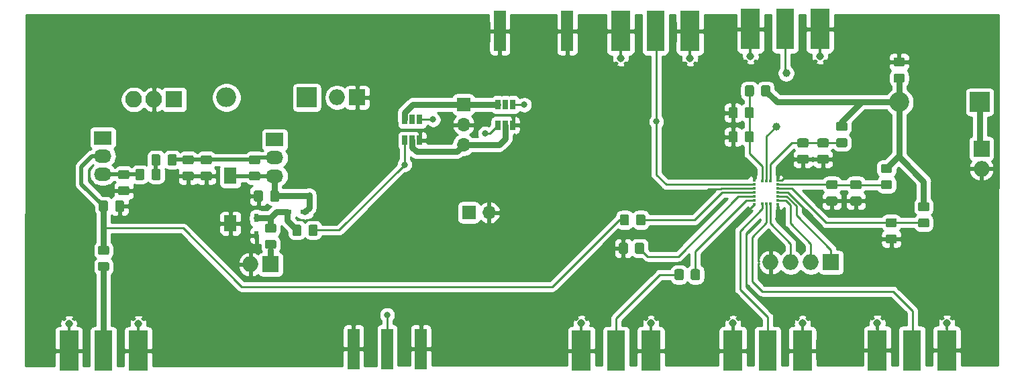
<source format=gbr>
G04 #@! TF.GenerationSoftware,KiCad,Pcbnew,(5.1.5-0-10_14)*
G04 #@! TF.CreationDate,2020-03-02T15:11:44-08:00*
G04 #@! TF.ProjectId,StabilityTestRev0,53746162-696c-4697-9479-546573745265,rev?*
G04 #@! TF.SameCoordinates,Original*
G04 #@! TF.FileFunction,Copper,L1,Top*
G04 #@! TF.FilePolarity,Positive*
%FSLAX46Y46*%
G04 Gerber Fmt 4.6, Leading zero omitted, Abs format (unit mm)*
G04 Created by KiCad (PCBNEW (5.1.5-0-10_14)) date 2020-03-02 15:11:44*
%MOMM*%
%LPD*%
G04 APERTURE LIST*
%ADD10C,0.100000*%
%ADD11R,1.600000X2.000000*%
%ADD12O,2.200000X1.717500*%
%ADD13R,2.200000X1.717500*%
%ADD14R,2.200000X1.700000*%
%ADD15O,2.200000X1.700000*%
%ADD16R,0.460000X0.950000*%
%ADD17C,0.970000*%
%ADD18R,2.420000X5.080000*%
%ADD19R,2.290000X5.080000*%
%ADD20R,2.500000X2.500000*%
%ADD21O,2.500000X2.500000*%
%ADD22R,1.100000X0.600000*%
%ADD23R,0.600000X1.100000*%
%ADD24O,2.000000X2.000000*%
%ADD25R,2.000000X2.000000*%
%ADD26R,0.450000X0.300000*%
%ADD27R,0.300000X0.450000*%
%ADD28R,2.100000X2.100000*%
%ADD29O,2.100000X2.100000*%
%ADD30R,1.700000X1.700000*%
%ADD31O,1.700000X1.700000*%
%ADD32R,0.650000X1.220000*%
%ADD33R,1.500000X5.080000*%
%ADD34C,0.800000*%
%ADD35C,0.900000*%
%ADD36C,1.000000*%
%ADD37C,0.762000*%
%ADD38C,0.250000*%
%ADD39C,0.508000*%
%ADD40C,0.254000*%
G04 APERTURE END LIST*
G04 #@! TA.AperFunction,SMDPad,CuDef*
D10*
G36*
X99007505Y-103471204D02*
G01*
X99031773Y-103474804D01*
X99055572Y-103480765D01*
X99078671Y-103489030D01*
X99100850Y-103499520D01*
X99121893Y-103512132D01*
X99141599Y-103526747D01*
X99159777Y-103543223D01*
X99176253Y-103561401D01*
X99190868Y-103581107D01*
X99203480Y-103602150D01*
X99213970Y-103624329D01*
X99222235Y-103647428D01*
X99228196Y-103671227D01*
X99231796Y-103695495D01*
X99233000Y-103719999D01*
X99233000Y-104620001D01*
X99231796Y-104644505D01*
X99228196Y-104668773D01*
X99222235Y-104692572D01*
X99213970Y-104715671D01*
X99203480Y-104737850D01*
X99190868Y-104758893D01*
X99176253Y-104778599D01*
X99159777Y-104796777D01*
X99141599Y-104813253D01*
X99121893Y-104827868D01*
X99100850Y-104840480D01*
X99078671Y-104850970D01*
X99055572Y-104859235D01*
X99031773Y-104865196D01*
X99007505Y-104868796D01*
X98983001Y-104870000D01*
X98332999Y-104870000D01*
X98308495Y-104868796D01*
X98284227Y-104865196D01*
X98260428Y-104859235D01*
X98237329Y-104850970D01*
X98215150Y-104840480D01*
X98194107Y-104827868D01*
X98174401Y-104813253D01*
X98156223Y-104796777D01*
X98139747Y-104778599D01*
X98125132Y-104758893D01*
X98112520Y-104737850D01*
X98102030Y-104715671D01*
X98093765Y-104692572D01*
X98087804Y-104668773D01*
X98084204Y-104644505D01*
X98083000Y-104620001D01*
X98083000Y-103719999D01*
X98084204Y-103695495D01*
X98087804Y-103671227D01*
X98093765Y-103647428D01*
X98102030Y-103624329D01*
X98112520Y-103602150D01*
X98125132Y-103581107D01*
X98139747Y-103561401D01*
X98156223Y-103543223D01*
X98174401Y-103526747D01*
X98194107Y-103512132D01*
X98215150Y-103499520D01*
X98237329Y-103489030D01*
X98260428Y-103480765D01*
X98284227Y-103474804D01*
X98308495Y-103471204D01*
X98332999Y-103470000D01*
X98983001Y-103470000D01*
X99007505Y-103471204D01*
G37*
G04 #@! TD.AperFunction*
G04 #@! TA.AperFunction,SMDPad,CuDef*
G36*
X101057505Y-103471204D02*
G01*
X101081773Y-103474804D01*
X101105572Y-103480765D01*
X101128671Y-103489030D01*
X101150850Y-103499520D01*
X101171893Y-103512132D01*
X101191599Y-103526747D01*
X101209777Y-103543223D01*
X101226253Y-103561401D01*
X101240868Y-103581107D01*
X101253480Y-103602150D01*
X101263970Y-103624329D01*
X101272235Y-103647428D01*
X101278196Y-103671227D01*
X101281796Y-103695495D01*
X101283000Y-103719999D01*
X101283000Y-104620001D01*
X101281796Y-104644505D01*
X101278196Y-104668773D01*
X101272235Y-104692572D01*
X101263970Y-104715671D01*
X101253480Y-104737850D01*
X101240868Y-104758893D01*
X101226253Y-104778599D01*
X101209777Y-104796777D01*
X101191599Y-104813253D01*
X101171893Y-104827868D01*
X101150850Y-104840480D01*
X101128671Y-104850970D01*
X101105572Y-104859235D01*
X101081773Y-104865196D01*
X101057505Y-104868796D01*
X101033001Y-104870000D01*
X100382999Y-104870000D01*
X100358495Y-104868796D01*
X100334227Y-104865196D01*
X100310428Y-104859235D01*
X100287329Y-104850970D01*
X100265150Y-104840480D01*
X100244107Y-104827868D01*
X100224401Y-104813253D01*
X100206223Y-104796777D01*
X100189747Y-104778599D01*
X100175132Y-104758893D01*
X100162520Y-104737850D01*
X100152030Y-104715671D01*
X100143765Y-104692572D01*
X100137804Y-104668773D01*
X100134204Y-104644505D01*
X100133000Y-104620001D01*
X100133000Y-103719999D01*
X100134204Y-103695495D01*
X100137804Y-103671227D01*
X100143765Y-103647428D01*
X100152030Y-103624329D01*
X100162520Y-103602150D01*
X100175132Y-103581107D01*
X100189747Y-103561401D01*
X100206223Y-103543223D01*
X100224401Y-103526747D01*
X100244107Y-103512132D01*
X100265150Y-103499520D01*
X100287329Y-103489030D01*
X100310428Y-103480765D01*
X100334227Y-103474804D01*
X100358495Y-103471204D01*
X100382999Y-103470000D01*
X101033001Y-103470000D01*
X101057505Y-103471204D01*
G37*
G04 #@! TD.AperFunction*
G04 #@! TA.AperFunction,SMDPad,CuDef*
G36*
X77288505Y-96560404D02*
G01*
X77312773Y-96564004D01*
X77336572Y-96569965D01*
X77359671Y-96578230D01*
X77381850Y-96588720D01*
X77402893Y-96601332D01*
X77422599Y-96615947D01*
X77440777Y-96632423D01*
X77457253Y-96650601D01*
X77471868Y-96670307D01*
X77484480Y-96691350D01*
X77494970Y-96713529D01*
X77503235Y-96736628D01*
X77509196Y-96760427D01*
X77512796Y-96784695D01*
X77514000Y-96809199D01*
X77514000Y-97459201D01*
X77512796Y-97483705D01*
X77509196Y-97507973D01*
X77503235Y-97531772D01*
X77494970Y-97554871D01*
X77484480Y-97577050D01*
X77471868Y-97598093D01*
X77457253Y-97617799D01*
X77440777Y-97635977D01*
X77422599Y-97652453D01*
X77402893Y-97667068D01*
X77381850Y-97679680D01*
X77359671Y-97690170D01*
X77336572Y-97698435D01*
X77312773Y-97704396D01*
X77288505Y-97707996D01*
X77264001Y-97709200D01*
X76363999Y-97709200D01*
X76339495Y-97707996D01*
X76315227Y-97704396D01*
X76291428Y-97698435D01*
X76268329Y-97690170D01*
X76246150Y-97679680D01*
X76225107Y-97667068D01*
X76205401Y-97652453D01*
X76187223Y-97635977D01*
X76170747Y-97617799D01*
X76156132Y-97598093D01*
X76143520Y-97577050D01*
X76133030Y-97554871D01*
X76124765Y-97531772D01*
X76118804Y-97507973D01*
X76115204Y-97483705D01*
X76114000Y-97459201D01*
X76114000Y-96809199D01*
X76115204Y-96784695D01*
X76118804Y-96760427D01*
X76124765Y-96736628D01*
X76133030Y-96713529D01*
X76143520Y-96691350D01*
X76156132Y-96670307D01*
X76170747Y-96650601D01*
X76187223Y-96632423D01*
X76205401Y-96615947D01*
X76225107Y-96601332D01*
X76246150Y-96588720D01*
X76268329Y-96578230D01*
X76291428Y-96569965D01*
X76315227Y-96564004D01*
X76339495Y-96560404D01*
X76363999Y-96559200D01*
X77264001Y-96559200D01*
X77288505Y-96560404D01*
G37*
G04 #@! TD.AperFunction*
G04 #@! TA.AperFunction,SMDPad,CuDef*
G36*
X77288505Y-98610404D02*
G01*
X77312773Y-98614004D01*
X77336572Y-98619965D01*
X77359671Y-98628230D01*
X77381850Y-98638720D01*
X77402893Y-98651332D01*
X77422599Y-98665947D01*
X77440777Y-98682423D01*
X77457253Y-98700601D01*
X77471868Y-98720307D01*
X77484480Y-98741350D01*
X77494970Y-98763529D01*
X77503235Y-98786628D01*
X77509196Y-98810427D01*
X77512796Y-98834695D01*
X77514000Y-98859199D01*
X77514000Y-99509201D01*
X77512796Y-99533705D01*
X77509196Y-99557973D01*
X77503235Y-99581772D01*
X77494970Y-99604871D01*
X77484480Y-99627050D01*
X77471868Y-99648093D01*
X77457253Y-99667799D01*
X77440777Y-99685977D01*
X77422599Y-99702453D01*
X77402893Y-99717068D01*
X77381850Y-99729680D01*
X77359671Y-99740170D01*
X77336572Y-99748435D01*
X77312773Y-99754396D01*
X77288505Y-99757996D01*
X77264001Y-99759200D01*
X76363999Y-99759200D01*
X76339495Y-99757996D01*
X76315227Y-99754396D01*
X76291428Y-99748435D01*
X76268329Y-99740170D01*
X76246150Y-99729680D01*
X76225107Y-99717068D01*
X76205401Y-99702453D01*
X76187223Y-99685977D01*
X76170747Y-99667799D01*
X76156132Y-99648093D01*
X76143520Y-99627050D01*
X76133030Y-99604871D01*
X76124765Y-99581772D01*
X76118804Y-99557973D01*
X76115204Y-99533705D01*
X76114000Y-99509201D01*
X76114000Y-98859199D01*
X76115204Y-98834695D01*
X76118804Y-98810427D01*
X76124765Y-98786628D01*
X76133030Y-98763529D01*
X76143520Y-98741350D01*
X76156132Y-98720307D01*
X76170747Y-98700601D01*
X76187223Y-98682423D01*
X76205401Y-98665947D01*
X76225107Y-98651332D01*
X76246150Y-98638720D01*
X76268329Y-98628230D01*
X76291428Y-98619965D01*
X76315227Y-98614004D01*
X76339495Y-98610404D01*
X76363999Y-98609200D01*
X77264001Y-98609200D01*
X77288505Y-98610404D01*
G37*
G04 #@! TD.AperFunction*
G04 #@! TA.AperFunction,SMDPad,CuDef*
G36*
X95830505Y-103342204D02*
G01*
X95854773Y-103345804D01*
X95878572Y-103351765D01*
X95901671Y-103360030D01*
X95923850Y-103370520D01*
X95944893Y-103383132D01*
X95964599Y-103397747D01*
X95982777Y-103414223D01*
X95999253Y-103432401D01*
X96013868Y-103452107D01*
X96026480Y-103473150D01*
X96036970Y-103495329D01*
X96045235Y-103518428D01*
X96051196Y-103542227D01*
X96054796Y-103566495D01*
X96056000Y-103590999D01*
X96056000Y-104241001D01*
X96054796Y-104265505D01*
X96051196Y-104289773D01*
X96045235Y-104313572D01*
X96036970Y-104336671D01*
X96026480Y-104358850D01*
X96013868Y-104379893D01*
X95999253Y-104399599D01*
X95982777Y-104417777D01*
X95964599Y-104434253D01*
X95944893Y-104448868D01*
X95923850Y-104461480D01*
X95901671Y-104471970D01*
X95878572Y-104480235D01*
X95854773Y-104486196D01*
X95830505Y-104489796D01*
X95806001Y-104491000D01*
X94905999Y-104491000D01*
X94881495Y-104489796D01*
X94857227Y-104486196D01*
X94833428Y-104480235D01*
X94810329Y-104471970D01*
X94788150Y-104461480D01*
X94767107Y-104448868D01*
X94747401Y-104434253D01*
X94729223Y-104417777D01*
X94712747Y-104399599D01*
X94698132Y-104379893D01*
X94685520Y-104358850D01*
X94675030Y-104336671D01*
X94666765Y-104313572D01*
X94660804Y-104289773D01*
X94657204Y-104265505D01*
X94656000Y-104241001D01*
X94656000Y-103590999D01*
X94657204Y-103566495D01*
X94660804Y-103542227D01*
X94666765Y-103518428D01*
X94675030Y-103495329D01*
X94685520Y-103473150D01*
X94698132Y-103452107D01*
X94712747Y-103432401D01*
X94729223Y-103414223D01*
X94747401Y-103397747D01*
X94767107Y-103383132D01*
X94788150Y-103370520D01*
X94810329Y-103360030D01*
X94833428Y-103351765D01*
X94857227Y-103345804D01*
X94881495Y-103342204D01*
X94905999Y-103341000D01*
X95806001Y-103341000D01*
X95830505Y-103342204D01*
G37*
G04 #@! TD.AperFunction*
G04 #@! TA.AperFunction,SMDPad,CuDef*
G36*
X95830505Y-105392204D02*
G01*
X95854773Y-105395804D01*
X95878572Y-105401765D01*
X95901671Y-105410030D01*
X95923850Y-105420520D01*
X95944893Y-105433132D01*
X95964599Y-105447747D01*
X95982777Y-105464223D01*
X95999253Y-105482401D01*
X96013868Y-105502107D01*
X96026480Y-105523150D01*
X96036970Y-105545329D01*
X96045235Y-105568428D01*
X96051196Y-105592227D01*
X96054796Y-105616495D01*
X96056000Y-105640999D01*
X96056000Y-106291001D01*
X96054796Y-106315505D01*
X96051196Y-106339773D01*
X96045235Y-106363572D01*
X96036970Y-106386671D01*
X96026480Y-106408850D01*
X96013868Y-106429893D01*
X95999253Y-106449599D01*
X95982777Y-106467777D01*
X95964599Y-106484253D01*
X95944893Y-106498868D01*
X95923850Y-106511480D01*
X95901671Y-106521970D01*
X95878572Y-106530235D01*
X95854773Y-106536196D01*
X95830505Y-106539796D01*
X95806001Y-106541000D01*
X94905999Y-106541000D01*
X94881495Y-106539796D01*
X94857227Y-106536196D01*
X94833428Y-106530235D01*
X94810329Y-106521970D01*
X94788150Y-106511480D01*
X94767107Y-106498868D01*
X94747401Y-106484253D01*
X94729223Y-106467777D01*
X94712747Y-106449599D01*
X94698132Y-106429893D01*
X94685520Y-106408850D01*
X94675030Y-106386671D01*
X94666765Y-106363572D01*
X94660804Y-106339773D01*
X94657204Y-106315505D01*
X94656000Y-106291001D01*
X94656000Y-105640999D01*
X94657204Y-105616495D01*
X94660804Y-105592227D01*
X94666765Y-105568428D01*
X94675030Y-105545329D01*
X94685520Y-105523150D01*
X94698132Y-105502107D01*
X94712747Y-105482401D01*
X94729223Y-105464223D01*
X94747401Y-105447747D01*
X94767107Y-105433132D01*
X94788150Y-105420520D01*
X94810329Y-105410030D01*
X94833428Y-105401765D01*
X94857227Y-105395804D01*
X94881495Y-105392204D01*
X94905999Y-105391000D01*
X95806001Y-105391000D01*
X95830505Y-105392204D01*
G37*
G04 #@! TD.AperFunction*
D11*
X90276000Y-97312000D03*
X90276000Y-103312000D03*
G04 #@! TA.AperFunction,SMDPad,CuDef*
D10*
G36*
X81245505Y-96435404D02*
G01*
X81269773Y-96439004D01*
X81293572Y-96444965D01*
X81316671Y-96453230D01*
X81338850Y-96463720D01*
X81359893Y-96476332D01*
X81379599Y-96490947D01*
X81397777Y-96507423D01*
X81414253Y-96525601D01*
X81428868Y-96545307D01*
X81441480Y-96566350D01*
X81451970Y-96588529D01*
X81460235Y-96611628D01*
X81466196Y-96635427D01*
X81469796Y-96659695D01*
X81471000Y-96684199D01*
X81471000Y-97584201D01*
X81469796Y-97608705D01*
X81466196Y-97632973D01*
X81460235Y-97656772D01*
X81451970Y-97679871D01*
X81441480Y-97702050D01*
X81428868Y-97723093D01*
X81414253Y-97742799D01*
X81397777Y-97760977D01*
X81379599Y-97777453D01*
X81359893Y-97792068D01*
X81338850Y-97804680D01*
X81316671Y-97815170D01*
X81293572Y-97823435D01*
X81269773Y-97829396D01*
X81245505Y-97832996D01*
X81221001Y-97834200D01*
X80570999Y-97834200D01*
X80546495Y-97832996D01*
X80522227Y-97829396D01*
X80498428Y-97823435D01*
X80475329Y-97815170D01*
X80453150Y-97804680D01*
X80432107Y-97792068D01*
X80412401Y-97777453D01*
X80394223Y-97760977D01*
X80377747Y-97742799D01*
X80363132Y-97723093D01*
X80350520Y-97702050D01*
X80340030Y-97679871D01*
X80331765Y-97656772D01*
X80325804Y-97632973D01*
X80322204Y-97608705D01*
X80321000Y-97584201D01*
X80321000Y-96684199D01*
X80322204Y-96659695D01*
X80325804Y-96635427D01*
X80331765Y-96611628D01*
X80340030Y-96588529D01*
X80350520Y-96566350D01*
X80363132Y-96545307D01*
X80377747Y-96525601D01*
X80394223Y-96507423D01*
X80412401Y-96490947D01*
X80432107Y-96476332D01*
X80453150Y-96463720D01*
X80475329Y-96453230D01*
X80498428Y-96444965D01*
X80522227Y-96439004D01*
X80546495Y-96435404D01*
X80570999Y-96434200D01*
X81221001Y-96434200D01*
X81245505Y-96435404D01*
G37*
G04 #@! TD.AperFunction*
G04 #@! TA.AperFunction,SMDPad,CuDef*
G36*
X79195505Y-96435404D02*
G01*
X79219773Y-96439004D01*
X79243572Y-96444965D01*
X79266671Y-96453230D01*
X79288850Y-96463720D01*
X79309893Y-96476332D01*
X79329599Y-96490947D01*
X79347777Y-96507423D01*
X79364253Y-96525601D01*
X79378868Y-96545307D01*
X79391480Y-96566350D01*
X79401970Y-96588529D01*
X79410235Y-96611628D01*
X79416196Y-96635427D01*
X79419796Y-96659695D01*
X79421000Y-96684199D01*
X79421000Y-97584201D01*
X79419796Y-97608705D01*
X79416196Y-97632973D01*
X79410235Y-97656772D01*
X79401970Y-97679871D01*
X79391480Y-97702050D01*
X79378868Y-97723093D01*
X79364253Y-97742799D01*
X79347777Y-97760977D01*
X79329599Y-97777453D01*
X79309893Y-97792068D01*
X79288850Y-97804680D01*
X79266671Y-97815170D01*
X79243572Y-97823435D01*
X79219773Y-97829396D01*
X79195505Y-97832996D01*
X79171001Y-97834200D01*
X78520999Y-97834200D01*
X78496495Y-97832996D01*
X78472227Y-97829396D01*
X78448428Y-97823435D01*
X78425329Y-97815170D01*
X78403150Y-97804680D01*
X78382107Y-97792068D01*
X78362401Y-97777453D01*
X78344223Y-97760977D01*
X78327747Y-97742799D01*
X78313132Y-97723093D01*
X78300520Y-97702050D01*
X78290030Y-97679871D01*
X78281765Y-97656772D01*
X78275804Y-97632973D01*
X78272204Y-97608705D01*
X78271000Y-97584201D01*
X78271000Y-96684199D01*
X78272204Y-96659695D01*
X78275804Y-96635427D01*
X78281765Y-96611628D01*
X78290030Y-96588529D01*
X78300520Y-96566350D01*
X78313132Y-96545307D01*
X78327747Y-96525601D01*
X78344223Y-96507423D01*
X78362401Y-96490947D01*
X78382107Y-96476332D01*
X78403150Y-96463720D01*
X78425329Y-96453230D01*
X78448428Y-96444965D01*
X78472227Y-96439004D01*
X78496495Y-96435404D01*
X78520999Y-96434200D01*
X79171001Y-96434200D01*
X79195505Y-96435404D01*
G37*
G04 #@! TD.AperFunction*
G04 #@! TA.AperFunction,SMDPad,CuDef*
G36*
X74748505Y-108186204D02*
G01*
X74772773Y-108189804D01*
X74796572Y-108195765D01*
X74819671Y-108204030D01*
X74841850Y-108214520D01*
X74862893Y-108227132D01*
X74882599Y-108241747D01*
X74900777Y-108258223D01*
X74917253Y-108276401D01*
X74931868Y-108296107D01*
X74944480Y-108317150D01*
X74954970Y-108339329D01*
X74963235Y-108362428D01*
X74969196Y-108386227D01*
X74972796Y-108410495D01*
X74974000Y-108434999D01*
X74974000Y-109085001D01*
X74972796Y-109109505D01*
X74969196Y-109133773D01*
X74963235Y-109157572D01*
X74954970Y-109180671D01*
X74944480Y-109202850D01*
X74931868Y-109223893D01*
X74917253Y-109243599D01*
X74900777Y-109261777D01*
X74882599Y-109278253D01*
X74862893Y-109292868D01*
X74841850Y-109305480D01*
X74819671Y-109315970D01*
X74796572Y-109324235D01*
X74772773Y-109330196D01*
X74748505Y-109333796D01*
X74724001Y-109335000D01*
X73823999Y-109335000D01*
X73799495Y-109333796D01*
X73775227Y-109330196D01*
X73751428Y-109324235D01*
X73728329Y-109315970D01*
X73706150Y-109305480D01*
X73685107Y-109292868D01*
X73665401Y-109278253D01*
X73647223Y-109261777D01*
X73630747Y-109243599D01*
X73616132Y-109223893D01*
X73603520Y-109202850D01*
X73593030Y-109180671D01*
X73584765Y-109157572D01*
X73578804Y-109133773D01*
X73575204Y-109109505D01*
X73574000Y-109085001D01*
X73574000Y-108434999D01*
X73575204Y-108410495D01*
X73578804Y-108386227D01*
X73584765Y-108362428D01*
X73593030Y-108339329D01*
X73603520Y-108317150D01*
X73616132Y-108296107D01*
X73630747Y-108276401D01*
X73647223Y-108258223D01*
X73665401Y-108241747D01*
X73685107Y-108227132D01*
X73706150Y-108214520D01*
X73728329Y-108204030D01*
X73751428Y-108195765D01*
X73775227Y-108189804D01*
X73799495Y-108186204D01*
X73823999Y-108185000D01*
X74724001Y-108185000D01*
X74748505Y-108186204D01*
G37*
G04 #@! TD.AperFunction*
G04 #@! TA.AperFunction,SMDPad,CuDef*
G36*
X74748505Y-106136204D02*
G01*
X74772773Y-106139804D01*
X74796572Y-106145765D01*
X74819671Y-106154030D01*
X74841850Y-106164520D01*
X74862893Y-106177132D01*
X74882599Y-106191747D01*
X74900777Y-106208223D01*
X74917253Y-106226401D01*
X74931868Y-106246107D01*
X74944480Y-106267150D01*
X74954970Y-106289329D01*
X74963235Y-106312428D01*
X74969196Y-106336227D01*
X74972796Y-106360495D01*
X74974000Y-106384999D01*
X74974000Y-107035001D01*
X74972796Y-107059505D01*
X74969196Y-107083773D01*
X74963235Y-107107572D01*
X74954970Y-107130671D01*
X74944480Y-107152850D01*
X74931868Y-107173893D01*
X74917253Y-107193599D01*
X74900777Y-107211777D01*
X74882599Y-107228253D01*
X74862893Y-107242868D01*
X74841850Y-107255480D01*
X74819671Y-107265970D01*
X74796572Y-107274235D01*
X74772773Y-107280196D01*
X74748505Y-107283796D01*
X74724001Y-107285000D01*
X73823999Y-107285000D01*
X73799495Y-107283796D01*
X73775227Y-107280196D01*
X73751428Y-107274235D01*
X73728329Y-107265970D01*
X73706150Y-107255480D01*
X73685107Y-107242868D01*
X73665401Y-107228253D01*
X73647223Y-107211777D01*
X73630747Y-107193599D01*
X73616132Y-107173893D01*
X73603520Y-107152850D01*
X73593030Y-107130671D01*
X73584765Y-107107572D01*
X73578804Y-107083773D01*
X73575204Y-107059505D01*
X73574000Y-107035001D01*
X73574000Y-106384999D01*
X73575204Y-106360495D01*
X73578804Y-106336227D01*
X73584765Y-106312428D01*
X73593030Y-106289329D01*
X73603520Y-106267150D01*
X73616132Y-106246107D01*
X73630747Y-106226401D01*
X73647223Y-106208223D01*
X73665401Y-106191747D01*
X73685107Y-106177132D01*
X73706150Y-106164520D01*
X73728329Y-106154030D01*
X73751428Y-106145765D01*
X73775227Y-106139804D01*
X73799495Y-106136204D01*
X73823999Y-106135000D01*
X74724001Y-106135000D01*
X74748505Y-106136204D01*
G37*
G04 #@! TD.AperFunction*
D12*
X74172400Y-97091400D03*
X74172400Y-94801400D03*
D13*
X74172400Y-92511400D03*
D14*
X95864000Y-92736000D03*
D15*
X95864000Y-95026000D03*
X95864000Y-97316000D03*
D16*
X180656000Y-116339200D03*
X171896000Y-116339200D03*
D17*
X180656000Y-115889200D03*
X171896000Y-115889200D03*
D18*
X180656000Y-119329200D03*
X171896000Y-119329200D03*
D19*
X176276000Y-119329200D03*
X160274000Y-78740000D03*
D18*
X164654000Y-78740000D03*
X155894000Y-78740000D03*
D17*
X164654000Y-82180000D03*
X155894000Y-82180000D03*
D16*
X164654000Y-81730000D03*
X155894000Y-81730000D03*
X139511000Y-81984000D03*
X148271000Y-81984000D03*
D17*
X139511000Y-82434000D03*
X148271000Y-82434000D03*
D18*
X139511000Y-78994000D03*
X148271000Y-78994000D03*
D19*
X143891000Y-78994000D03*
X158064200Y-119380000D03*
D18*
X153684200Y-119380000D03*
X162444200Y-119380000D03*
D17*
X153684200Y-115940000D03*
X162444200Y-115940000D03*
D16*
X153684200Y-116390000D03*
X162444200Y-116390000D03*
G04 #@! TA.AperFunction,SMDPad,CuDef*
D10*
G36*
X175124905Y-82331804D02*
G01*
X175149173Y-82335404D01*
X175172972Y-82341365D01*
X175196071Y-82349630D01*
X175218250Y-82360120D01*
X175239293Y-82372732D01*
X175258999Y-82387347D01*
X175277177Y-82403823D01*
X175293653Y-82422001D01*
X175308268Y-82441707D01*
X175320880Y-82462750D01*
X175331370Y-82484929D01*
X175339635Y-82508028D01*
X175345596Y-82531827D01*
X175349196Y-82556095D01*
X175350400Y-82580599D01*
X175350400Y-83230601D01*
X175349196Y-83255105D01*
X175345596Y-83279373D01*
X175339635Y-83303172D01*
X175331370Y-83326271D01*
X175320880Y-83348450D01*
X175308268Y-83369493D01*
X175293653Y-83389199D01*
X175277177Y-83407377D01*
X175258999Y-83423853D01*
X175239293Y-83438468D01*
X175218250Y-83451080D01*
X175196071Y-83461570D01*
X175172972Y-83469835D01*
X175149173Y-83475796D01*
X175124905Y-83479396D01*
X175100401Y-83480600D01*
X174200399Y-83480600D01*
X174175895Y-83479396D01*
X174151627Y-83475796D01*
X174127828Y-83469835D01*
X174104729Y-83461570D01*
X174082550Y-83451080D01*
X174061507Y-83438468D01*
X174041801Y-83423853D01*
X174023623Y-83407377D01*
X174007147Y-83389199D01*
X173992532Y-83369493D01*
X173979920Y-83348450D01*
X173969430Y-83326271D01*
X173961165Y-83303172D01*
X173955204Y-83279373D01*
X173951604Y-83255105D01*
X173950400Y-83230601D01*
X173950400Y-82580599D01*
X173951604Y-82556095D01*
X173955204Y-82531827D01*
X173961165Y-82508028D01*
X173969430Y-82484929D01*
X173979920Y-82462750D01*
X173992532Y-82441707D01*
X174007147Y-82422001D01*
X174023623Y-82403823D01*
X174041801Y-82387347D01*
X174061507Y-82372732D01*
X174082550Y-82360120D01*
X174104729Y-82349630D01*
X174127828Y-82341365D01*
X174151627Y-82335404D01*
X174175895Y-82331804D01*
X174200399Y-82330600D01*
X175100401Y-82330600D01*
X175124905Y-82331804D01*
G37*
G04 #@! TD.AperFunction*
G04 #@! TA.AperFunction,SMDPad,CuDef*
G36*
X175124905Y-84381804D02*
G01*
X175149173Y-84385404D01*
X175172972Y-84391365D01*
X175196071Y-84399630D01*
X175218250Y-84410120D01*
X175239293Y-84422732D01*
X175258999Y-84437347D01*
X175277177Y-84453823D01*
X175293653Y-84472001D01*
X175308268Y-84491707D01*
X175320880Y-84512750D01*
X175331370Y-84534929D01*
X175339635Y-84558028D01*
X175345596Y-84581827D01*
X175349196Y-84606095D01*
X175350400Y-84630599D01*
X175350400Y-85280601D01*
X175349196Y-85305105D01*
X175345596Y-85329373D01*
X175339635Y-85353172D01*
X175331370Y-85376271D01*
X175320880Y-85398450D01*
X175308268Y-85419493D01*
X175293653Y-85439199D01*
X175277177Y-85457377D01*
X175258999Y-85473853D01*
X175239293Y-85488468D01*
X175218250Y-85501080D01*
X175196071Y-85511570D01*
X175172972Y-85519835D01*
X175149173Y-85525796D01*
X175124905Y-85529396D01*
X175100401Y-85530600D01*
X174200399Y-85530600D01*
X174175895Y-85529396D01*
X174151627Y-85525796D01*
X174127828Y-85519835D01*
X174104729Y-85511570D01*
X174082550Y-85501080D01*
X174061507Y-85488468D01*
X174041801Y-85473853D01*
X174023623Y-85457377D01*
X174007147Y-85439199D01*
X173992532Y-85419493D01*
X173979920Y-85398450D01*
X173969430Y-85376271D01*
X173961165Y-85353172D01*
X173955204Y-85329373D01*
X173951604Y-85305105D01*
X173950400Y-85280601D01*
X173950400Y-84630599D01*
X173951604Y-84606095D01*
X173955204Y-84581827D01*
X173961165Y-84558028D01*
X173969430Y-84534929D01*
X173979920Y-84512750D01*
X173992532Y-84491707D01*
X174007147Y-84472001D01*
X174023623Y-84453823D01*
X174041801Y-84437347D01*
X174061507Y-84422732D01*
X174082550Y-84410120D01*
X174104729Y-84399630D01*
X174127828Y-84391365D01*
X174151627Y-84385404D01*
X174175895Y-84381804D01*
X174200399Y-84380600D01*
X175100401Y-84380600D01*
X175124905Y-84381804D01*
G37*
G04 #@! TD.AperFunction*
G04 #@! TA.AperFunction,SMDPad,CuDef*
G36*
X166641305Y-99901204D02*
G01*
X166665573Y-99904804D01*
X166689372Y-99910765D01*
X166712471Y-99919030D01*
X166734650Y-99929520D01*
X166755693Y-99942132D01*
X166775399Y-99956747D01*
X166793577Y-99973223D01*
X166810053Y-99991401D01*
X166824668Y-100011107D01*
X166837280Y-100032150D01*
X166847770Y-100054329D01*
X166856035Y-100077428D01*
X166861996Y-100101227D01*
X166865596Y-100125495D01*
X166866800Y-100149999D01*
X166866800Y-100800001D01*
X166865596Y-100824505D01*
X166861996Y-100848773D01*
X166856035Y-100872572D01*
X166847770Y-100895671D01*
X166837280Y-100917850D01*
X166824668Y-100938893D01*
X166810053Y-100958599D01*
X166793577Y-100976777D01*
X166775399Y-100993253D01*
X166755693Y-101007868D01*
X166734650Y-101020480D01*
X166712471Y-101030970D01*
X166689372Y-101039235D01*
X166665573Y-101045196D01*
X166641305Y-101048796D01*
X166616801Y-101050000D01*
X165716799Y-101050000D01*
X165692295Y-101048796D01*
X165668027Y-101045196D01*
X165644228Y-101039235D01*
X165621129Y-101030970D01*
X165598950Y-101020480D01*
X165577907Y-101007868D01*
X165558201Y-100993253D01*
X165540023Y-100976777D01*
X165523547Y-100958599D01*
X165508932Y-100938893D01*
X165496320Y-100917850D01*
X165485830Y-100895671D01*
X165477565Y-100872572D01*
X165471604Y-100848773D01*
X165468004Y-100824505D01*
X165466800Y-100800001D01*
X165466800Y-100149999D01*
X165468004Y-100125495D01*
X165471604Y-100101227D01*
X165477565Y-100077428D01*
X165485830Y-100054329D01*
X165496320Y-100032150D01*
X165508932Y-100011107D01*
X165523547Y-99991401D01*
X165540023Y-99973223D01*
X165558201Y-99956747D01*
X165577907Y-99942132D01*
X165598950Y-99929520D01*
X165621129Y-99919030D01*
X165644228Y-99910765D01*
X165668027Y-99904804D01*
X165692295Y-99901204D01*
X165716799Y-99900000D01*
X166616801Y-99900000D01*
X166641305Y-99901204D01*
G37*
G04 #@! TD.AperFunction*
G04 #@! TA.AperFunction,SMDPad,CuDef*
G36*
X166641305Y-97851204D02*
G01*
X166665573Y-97854804D01*
X166689372Y-97860765D01*
X166712471Y-97869030D01*
X166734650Y-97879520D01*
X166755693Y-97892132D01*
X166775399Y-97906747D01*
X166793577Y-97923223D01*
X166810053Y-97941401D01*
X166824668Y-97961107D01*
X166837280Y-97982150D01*
X166847770Y-98004329D01*
X166856035Y-98027428D01*
X166861996Y-98051227D01*
X166865596Y-98075495D01*
X166866800Y-98099999D01*
X166866800Y-98750001D01*
X166865596Y-98774505D01*
X166861996Y-98798773D01*
X166856035Y-98822572D01*
X166847770Y-98845671D01*
X166837280Y-98867850D01*
X166824668Y-98888893D01*
X166810053Y-98908599D01*
X166793577Y-98926777D01*
X166775399Y-98943253D01*
X166755693Y-98957868D01*
X166734650Y-98970480D01*
X166712471Y-98980970D01*
X166689372Y-98989235D01*
X166665573Y-98995196D01*
X166641305Y-98998796D01*
X166616801Y-99000000D01*
X165716799Y-99000000D01*
X165692295Y-98998796D01*
X165668027Y-98995196D01*
X165644228Y-98989235D01*
X165621129Y-98980970D01*
X165598950Y-98970480D01*
X165577907Y-98957868D01*
X165558201Y-98943253D01*
X165540023Y-98926777D01*
X165523547Y-98908599D01*
X165508932Y-98888893D01*
X165496320Y-98867850D01*
X165485830Y-98845671D01*
X165477565Y-98822572D01*
X165471604Y-98798773D01*
X165468004Y-98774505D01*
X165466800Y-98750001D01*
X165466800Y-98099999D01*
X165468004Y-98075495D01*
X165471604Y-98051227D01*
X165477565Y-98027428D01*
X165485830Y-98004329D01*
X165496320Y-97982150D01*
X165508932Y-97961107D01*
X165523547Y-97941401D01*
X165540023Y-97923223D01*
X165558201Y-97906747D01*
X165577907Y-97892132D01*
X165598950Y-97879520D01*
X165621129Y-97869030D01*
X165644228Y-97860765D01*
X165668027Y-97854804D01*
X165692295Y-97851204D01*
X165716799Y-97850000D01*
X166616801Y-97850000D01*
X166641305Y-97851204D01*
G37*
G04 #@! TD.AperFunction*
G04 #@! TA.AperFunction,SMDPad,CuDef*
G36*
X169663905Y-97851204D02*
G01*
X169688173Y-97854804D01*
X169711972Y-97860765D01*
X169735071Y-97869030D01*
X169757250Y-97879520D01*
X169778293Y-97892132D01*
X169797999Y-97906747D01*
X169816177Y-97923223D01*
X169832653Y-97941401D01*
X169847268Y-97961107D01*
X169859880Y-97982150D01*
X169870370Y-98004329D01*
X169878635Y-98027428D01*
X169884596Y-98051227D01*
X169888196Y-98075495D01*
X169889400Y-98099999D01*
X169889400Y-98750001D01*
X169888196Y-98774505D01*
X169884596Y-98798773D01*
X169878635Y-98822572D01*
X169870370Y-98845671D01*
X169859880Y-98867850D01*
X169847268Y-98888893D01*
X169832653Y-98908599D01*
X169816177Y-98926777D01*
X169797999Y-98943253D01*
X169778293Y-98957868D01*
X169757250Y-98970480D01*
X169735071Y-98980970D01*
X169711972Y-98989235D01*
X169688173Y-98995196D01*
X169663905Y-98998796D01*
X169639401Y-99000000D01*
X168739399Y-99000000D01*
X168714895Y-98998796D01*
X168690627Y-98995196D01*
X168666828Y-98989235D01*
X168643729Y-98980970D01*
X168621550Y-98970480D01*
X168600507Y-98957868D01*
X168580801Y-98943253D01*
X168562623Y-98926777D01*
X168546147Y-98908599D01*
X168531532Y-98888893D01*
X168518920Y-98867850D01*
X168508430Y-98845671D01*
X168500165Y-98822572D01*
X168494204Y-98798773D01*
X168490604Y-98774505D01*
X168489400Y-98750001D01*
X168489400Y-98099999D01*
X168490604Y-98075495D01*
X168494204Y-98051227D01*
X168500165Y-98027428D01*
X168508430Y-98004329D01*
X168518920Y-97982150D01*
X168531532Y-97961107D01*
X168546147Y-97941401D01*
X168562623Y-97923223D01*
X168580801Y-97906747D01*
X168600507Y-97892132D01*
X168621550Y-97879520D01*
X168643729Y-97869030D01*
X168666828Y-97860765D01*
X168690627Y-97854804D01*
X168714895Y-97851204D01*
X168739399Y-97850000D01*
X169639401Y-97850000D01*
X169663905Y-97851204D01*
G37*
G04 #@! TD.AperFunction*
G04 #@! TA.AperFunction,SMDPad,CuDef*
G36*
X169663905Y-99901204D02*
G01*
X169688173Y-99904804D01*
X169711972Y-99910765D01*
X169735071Y-99919030D01*
X169757250Y-99929520D01*
X169778293Y-99942132D01*
X169797999Y-99956747D01*
X169816177Y-99973223D01*
X169832653Y-99991401D01*
X169847268Y-100011107D01*
X169859880Y-100032150D01*
X169870370Y-100054329D01*
X169878635Y-100077428D01*
X169884596Y-100101227D01*
X169888196Y-100125495D01*
X169889400Y-100149999D01*
X169889400Y-100800001D01*
X169888196Y-100824505D01*
X169884596Y-100848773D01*
X169878635Y-100872572D01*
X169870370Y-100895671D01*
X169859880Y-100917850D01*
X169847268Y-100938893D01*
X169832653Y-100958599D01*
X169816177Y-100976777D01*
X169797999Y-100993253D01*
X169778293Y-101007868D01*
X169757250Y-101020480D01*
X169735071Y-101030970D01*
X169711972Y-101039235D01*
X169688173Y-101045196D01*
X169663905Y-101048796D01*
X169639401Y-101050000D01*
X168739399Y-101050000D01*
X168714895Y-101048796D01*
X168690627Y-101045196D01*
X168666828Y-101039235D01*
X168643729Y-101030970D01*
X168621550Y-101020480D01*
X168600507Y-101007868D01*
X168580801Y-100993253D01*
X168562623Y-100976777D01*
X168546147Y-100958599D01*
X168531532Y-100938893D01*
X168518920Y-100917850D01*
X168508430Y-100895671D01*
X168500165Y-100872572D01*
X168494204Y-100848773D01*
X168490604Y-100824505D01*
X168489400Y-100800001D01*
X168489400Y-100149999D01*
X168490604Y-100125495D01*
X168494204Y-100101227D01*
X168500165Y-100077428D01*
X168508430Y-100054329D01*
X168518920Y-100032150D01*
X168531532Y-100011107D01*
X168546147Y-99991401D01*
X168562623Y-99973223D01*
X168580801Y-99956747D01*
X168600507Y-99942132D01*
X168621550Y-99929520D01*
X168643729Y-99919030D01*
X168666828Y-99910765D01*
X168690627Y-99904804D01*
X168714895Y-99901204D01*
X168739399Y-99900000D01*
X169639401Y-99900000D01*
X169663905Y-99901204D01*
G37*
G04 #@! TD.AperFunction*
G04 #@! TA.AperFunction,SMDPad,CuDef*
G36*
X142404305Y-102171204D02*
G01*
X142428573Y-102174804D01*
X142452372Y-102180765D01*
X142475471Y-102189030D01*
X142497650Y-102199520D01*
X142518693Y-102212132D01*
X142538399Y-102226747D01*
X142556577Y-102243223D01*
X142573053Y-102261401D01*
X142587668Y-102281107D01*
X142600280Y-102302150D01*
X142610770Y-102324329D01*
X142619035Y-102347428D01*
X142624996Y-102371227D01*
X142628596Y-102395495D01*
X142629800Y-102419999D01*
X142629800Y-103320001D01*
X142628596Y-103344505D01*
X142624996Y-103368773D01*
X142619035Y-103392572D01*
X142610770Y-103415671D01*
X142600280Y-103437850D01*
X142587668Y-103458893D01*
X142573053Y-103478599D01*
X142556577Y-103496777D01*
X142538399Y-103513253D01*
X142518693Y-103527868D01*
X142497650Y-103540480D01*
X142475471Y-103550970D01*
X142452372Y-103559235D01*
X142428573Y-103565196D01*
X142404305Y-103568796D01*
X142379801Y-103570000D01*
X141729799Y-103570000D01*
X141705295Y-103568796D01*
X141681027Y-103565196D01*
X141657228Y-103559235D01*
X141634129Y-103550970D01*
X141611950Y-103540480D01*
X141590907Y-103527868D01*
X141571201Y-103513253D01*
X141553023Y-103496777D01*
X141536547Y-103478599D01*
X141521932Y-103458893D01*
X141509320Y-103437850D01*
X141498830Y-103415671D01*
X141490565Y-103392572D01*
X141484604Y-103368773D01*
X141481004Y-103344505D01*
X141479800Y-103320001D01*
X141479800Y-102419999D01*
X141481004Y-102395495D01*
X141484604Y-102371227D01*
X141490565Y-102347428D01*
X141498830Y-102324329D01*
X141509320Y-102302150D01*
X141521932Y-102281107D01*
X141536547Y-102261401D01*
X141553023Y-102243223D01*
X141571201Y-102226747D01*
X141590907Y-102212132D01*
X141611950Y-102199520D01*
X141634129Y-102189030D01*
X141657228Y-102180765D01*
X141681027Y-102174804D01*
X141705295Y-102171204D01*
X141729799Y-102170000D01*
X142379801Y-102170000D01*
X142404305Y-102171204D01*
G37*
G04 #@! TD.AperFunction*
G04 #@! TA.AperFunction,SMDPad,CuDef*
G36*
X140354305Y-102171204D02*
G01*
X140378573Y-102174804D01*
X140402372Y-102180765D01*
X140425471Y-102189030D01*
X140447650Y-102199520D01*
X140468693Y-102212132D01*
X140488399Y-102226747D01*
X140506577Y-102243223D01*
X140523053Y-102261401D01*
X140537668Y-102281107D01*
X140550280Y-102302150D01*
X140560770Y-102324329D01*
X140569035Y-102347428D01*
X140574996Y-102371227D01*
X140578596Y-102395495D01*
X140579800Y-102419999D01*
X140579800Y-103320001D01*
X140578596Y-103344505D01*
X140574996Y-103368773D01*
X140569035Y-103392572D01*
X140560770Y-103415671D01*
X140550280Y-103437850D01*
X140537668Y-103458893D01*
X140523053Y-103478599D01*
X140506577Y-103496777D01*
X140488399Y-103513253D01*
X140468693Y-103527868D01*
X140447650Y-103540480D01*
X140425471Y-103550970D01*
X140402372Y-103559235D01*
X140378573Y-103565196D01*
X140354305Y-103568796D01*
X140329801Y-103570000D01*
X139679799Y-103570000D01*
X139655295Y-103568796D01*
X139631027Y-103565196D01*
X139607228Y-103559235D01*
X139584129Y-103550970D01*
X139561950Y-103540480D01*
X139540907Y-103527868D01*
X139521201Y-103513253D01*
X139503023Y-103496777D01*
X139486547Y-103478599D01*
X139471932Y-103458893D01*
X139459320Y-103437850D01*
X139448830Y-103415671D01*
X139440565Y-103392572D01*
X139434604Y-103368773D01*
X139431004Y-103344505D01*
X139429800Y-103320001D01*
X139429800Y-102419999D01*
X139431004Y-102395495D01*
X139434604Y-102371227D01*
X139440565Y-102347428D01*
X139448830Y-102324329D01*
X139459320Y-102302150D01*
X139471932Y-102281107D01*
X139486547Y-102261401D01*
X139503023Y-102243223D01*
X139521201Y-102226747D01*
X139540907Y-102212132D01*
X139561950Y-102199520D01*
X139584129Y-102189030D01*
X139607228Y-102180765D01*
X139631027Y-102174804D01*
X139655295Y-102171204D01*
X139679799Y-102170000D01*
X140329801Y-102170000D01*
X140354305Y-102171204D01*
G37*
G04 #@! TD.AperFunction*
G04 #@! TA.AperFunction,SMDPad,CuDef*
G36*
X174134305Y-102651804D02*
G01*
X174158573Y-102655404D01*
X174182372Y-102661365D01*
X174205471Y-102669630D01*
X174227650Y-102680120D01*
X174248693Y-102692732D01*
X174268399Y-102707347D01*
X174286577Y-102723823D01*
X174303053Y-102742001D01*
X174317668Y-102761707D01*
X174330280Y-102782750D01*
X174340770Y-102804929D01*
X174349035Y-102828028D01*
X174354996Y-102851827D01*
X174358596Y-102876095D01*
X174359800Y-102900599D01*
X174359800Y-103550601D01*
X174358596Y-103575105D01*
X174354996Y-103599373D01*
X174349035Y-103623172D01*
X174340770Y-103646271D01*
X174330280Y-103668450D01*
X174317668Y-103689493D01*
X174303053Y-103709199D01*
X174286577Y-103727377D01*
X174268399Y-103743853D01*
X174248693Y-103758468D01*
X174227650Y-103771080D01*
X174205471Y-103781570D01*
X174182372Y-103789835D01*
X174158573Y-103795796D01*
X174134305Y-103799396D01*
X174109801Y-103800600D01*
X173209799Y-103800600D01*
X173185295Y-103799396D01*
X173161027Y-103795796D01*
X173137228Y-103789835D01*
X173114129Y-103781570D01*
X173091950Y-103771080D01*
X173070907Y-103758468D01*
X173051201Y-103743853D01*
X173033023Y-103727377D01*
X173016547Y-103709199D01*
X173001932Y-103689493D01*
X172989320Y-103668450D01*
X172978830Y-103646271D01*
X172970565Y-103623172D01*
X172964604Y-103599373D01*
X172961004Y-103575105D01*
X172959800Y-103550601D01*
X172959800Y-102900599D01*
X172961004Y-102876095D01*
X172964604Y-102851827D01*
X172970565Y-102828028D01*
X172978830Y-102804929D01*
X172989320Y-102782750D01*
X173001932Y-102761707D01*
X173016547Y-102742001D01*
X173033023Y-102723823D01*
X173051201Y-102707347D01*
X173070907Y-102692732D01*
X173091950Y-102680120D01*
X173114129Y-102669630D01*
X173137228Y-102661365D01*
X173161027Y-102655404D01*
X173185295Y-102651804D01*
X173209799Y-102650600D01*
X174109801Y-102650600D01*
X174134305Y-102651804D01*
G37*
G04 #@! TD.AperFunction*
G04 #@! TA.AperFunction,SMDPad,CuDef*
G36*
X174134305Y-104701804D02*
G01*
X174158573Y-104705404D01*
X174182372Y-104711365D01*
X174205471Y-104719630D01*
X174227650Y-104730120D01*
X174248693Y-104742732D01*
X174268399Y-104757347D01*
X174286577Y-104773823D01*
X174303053Y-104792001D01*
X174317668Y-104811707D01*
X174330280Y-104832750D01*
X174340770Y-104854929D01*
X174349035Y-104878028D01*
X174354996Y-104901827D01*
X174358596Y-104926095D01*
X174359800Y-104950599D01*
X174359800Y-105600601D01*
X174358596Y-105625105D01*
X174354996Y-105649373D01*
X174349035Y-105673172D01*
X174340770Y-105696271D01*
X174330280Y-105718450D01*
X174317668Y-105739493D01*
X174303053Y-105759199D01*
X174286577Y-105777377D01*
X174268399Y-105793853D01*
X174248693Y-105808468D01*
X174227650Y-105821080D01*
X174205471Y-105831570D01*
X174182372Y-105839835D01*
X174158573Y-105845796D01*
X174134305Y-105849396D01*
X174109801Y-105850600D01*
X173209799Y-105850600D01*
X173185295Y-105849396D01*
X173161027Y-105845796D01*
X173137228Y-105839835D01*
X173114129Y-105831570D01*
X173091950Y-105821080D01*
X173070907Y-105808468D01*
X173051201Y-105793853D01*
X173033023Y-105777377D01*
X173016547Y-105759199D01*
X173001932Y-105739493D01*
X172989320Y-105718450D01*
X172978830Y-105696271D01*
X172970565Y-105673172D01*
X172964604Y-105649373D01*
X172961004Y-105625105D01*
X172959800Y-105600601D01*
X172959800Y-104950599D01*
X172961004Y-104926095D01*
X172964604Y-104901827D01*
X172970565Y-104878028D01*
X172978830Y-104854929D01*
X172989320Y-104832750D01*
X173001932Y-104811707D01*
X173016547Y-104792001D01*
X173033023Y-104773823D01*
X173051201Y-104757347D01*
X173070907Y-104742732D01*
X173091950Y-104730120D01*
X173114129Y-104719630D01*
X173137228Y-104711365D01*
X173161027Y-104705404D01*
X173185295Y-104701804D01*
X173209799Y-104700600D01*
X174109801Y-104700600D01*
X174134305Y-104701804D01*
G37*
G04 #@! TD.AperFunction*
G04 #@! TA.AperFunction,SMDPad,CuDef*
G36*
X162983705Y-94618004D02*
G01*
X163007973Y-94621604D01*
X163031772Y-94627565D01*
X163054871Y-94635830D01*
X163077050Y-94646320D01*
X163098093Y-94658932D01*
X163117799Y-94673547D01*
X163135977Y-94690023D01*
X163152453Y-94708201D01*
X163167068Y-94727907D01*
X163179680Y-94748950D01*
X163190170Y-94771129D01*
X163198435Y-94794228D01*
X163204396Y-94818027D01*
X163207996Y-94842295D01*
X163209200Y-94866799D01*
X163209200Y-95516801D01*
X163207996Y-95541305D01*
X163204396Y-95565573D01*
X163198435Y-95589372D01*
X163190170Y-95612471D01*
X163179680Y-95634650D01*
X163167068Y-95655693D01*
X163152453Y-95675399D01*
X163135977Y-95693577D01*
X163117799Y-95710053D01*
X163098093Y-95724668D01*
X163077050Y-95737280D01*
X163054871Y-95747770D01*
X163031772Y-95756035D01*
X163007973Y-95761996D01*
X162983705Y-95765596D01*
X162959201Y-95766800D01*
X162059199Y-95766800D01*
X162034695Y-95765596D01*
X162010427Y-95761996D01*
X161986628Y-95756035D01*
X161963529Y-95747770D01*
X161941350Y-95737280D01*
X161920307Y-95724668D01*
X161900601Y-95710053D01*
X161882423Y-95693577D01*
X161865947Y-95675399D01*
X161851332Y-95655693D01*
X161838720Y-95634650D01*
X161828230Y-95612471D01*
X161819965Y-95589372D01*
X161814004Y-95565573D01*
X161810404Y-95541305D01*
X161809200Y-95516801D01*
X161809200Y-94866799D01*
X161810404Y-94842295D01*
X161814004Y-94818027D01*
X161819965Y-94794228D01*
X161828230Y-94771129D01*
X161838720Y-94748950D01*
X161851332Y-94727907D01*
X161865947Y-94708201D01*
X161882423Y-94690023D01*
X161900601Y-94673547D01*
X161920307Y-94658932D01*
X161941350Y-94646320D01*
X161963529Y-94635830D01*
X161986628Y-94627565D01*
X162010427Y-94621604D01*
X162034695Y-94618004D01*
X162059199Y-94616800D01*
X162959201Y-94616800D01*
X162983705Y-94618004D01*
G37*
G04 #@! TD.AperFunction*
G04 #@! TA.AperFunction,SMDPad,CuDef*
G36*
X162983705Y-92568004D02*
G01*
X163007973Y-92571604D01*
X163031772Y-92577565D01*
X163054871Y-92585830D01*
X163077050Y-92596320D01*
X163098093Y-92608932D01*
X163117799Y-92623547D01*
X163135977Y-92640023D01*
X163152453Y-92658201D01*
X163167068Y-92677907D01*
X163179680Y-92698950D01*
X163190170Y-92721129D01*
X163198435Y-92744228D01*
X163204396Y-92768027D01*
X163207996Y-92792295D01*
X163209200Y-92816799D01*
X163209200Y-93466801D01*
X163207996Y-93491305D01*
X163204396Y-93515573D01*
X163198435Y-93539372D01*
X163190170Y-93562471D01*
X163179680Y-93584650D01*
X163167068Y-93605693D01*
X163152453Y-93625399D01*
X163135977Y-93643577D01*
X163117799Y-93660053D01*
X163098093Y-93674668D01*
X163077050Y-93687280D01*
X163054871Y-93697770D01*
X163031772Y-93706035D01*
X163007973Y-93711996D01*
X162983705Y-93715596D01*
X162959201Y-93716800D01*
X162059199Y-93716800D01*
X162034695Y-93715596D01*
X162010427Y-93711996D01*
X161986628Y-93706035D01*
X161963529Y-93697770D01*
X161941350Y-93687280D01*
X161920307Y-93674668D01*
X161900601Y-93660053D01*
X161882423Y-93643577D01*
X161865947Y-93625399D01*
X161851332Y-93605693D01*
X161838720Y-93584650D01*
X161828230Y-93562471D01*
X161819965Y-93539372D01*
X161814004Y-93515573D01*
X161810404Y-93491305D01*
X161809200Y-93466801D01*
X161809200Y-92816799D01*
X161810404Y-92792295D01*
X161814004Y-92768027D01*
X161819965Y-92744228D01*
X161828230Y-92721129D01*
X161838720Y-92698950D01*
X161851332Y-92677907D01*
X161865947Y-92658201D01*
X161882423Y-92640023D01*
X161900601Y-92623547D01*
X161920307Y-92608932D01*
X161941350Y-92596320D01*
X161963529Y-92585830D01*
X161986628Y-92577565D01*
X162010427Y-92571604D01*
X162034695Y-92568004D01*
X162059199Y-92566800D01*
X162959201Y-92566800D01*
X162983705Y-92568004D01*
G37*
G04 #@! TD.AperFunction*
G04 #@! TA.AperFunction,SMDPad,CuDef*
G36*
X165523705Y-94618004D02*
G01*
X165547973Y-94621604D01*
X165571772Y-94627565D01*
X165594871Y-94635830D01*
X165617050Y-94646320D01*
X165638093Y-94658932D01*
X165657799Y-94673547D01*
X165675977Y-94690023D01*
X165692453Y-94708201D01*
X165707068Y-94727907D01*
X165719680Y-94748950D01*
X165730170Y-94771129D01*
X165738435Y-94794228D01*
X165744396Y-94818027D01*
X165747996Y-94842295D01*
X165749200Y-94866799D01*
X165749200Y-95516801D01*
X165747996Y-95541305D01*
X165744396Y-95565573D01*
X165738435Y-95589372D01*
X165730170Y-95612471D01*
X165719680Y-95634650D01*
X165707068Y-95655693D01*
X165692453Y-95675399D01*
X165675977Y-95693577D01*
X165657799Y-95710053D01*
X165638093Y-95724668D01*
X165617050Y-95737280D01*
X165594871Y-95747770D01*
X165571772Y-95756035D01*
X165547973Y-95761996D01*
X165523705Y-95765596D01*
X165499201Y-95766800D01*
X164599199Y-95766800D01*
X164574695Y-95765596D01*
X164550427Y-95761996D01*
X164526628Y-95756035D01*
X164503529Y-95747770D01*
X164481350Y-95737280D01*
X164460307Y-95724668D01*
X164440601Y-95710053D01*
X164422423Y-95693577D01*
X164405947Y-95675399D01*
X164391332Y-95655693D01*
X164378720Y-95634650D01*
X164368230Y-95612471D01*
X164359965Y-95589372D01*
X164354004Y-95565573D01*
X164350404Y-95541305D01*
X164349200Y-95516801D01*
X164349200Y-94866799D01*
X164350404Y-94842295D01*
X164354004Y-94818027D01*
X164359965Y-94794228D01*
X164368230Y-94771129D01*
X164378720Y-94748950D01*
X164391332Y-94727907D01*
X164405947Y-94708201D01*
X164422423Y-94690023D01*
X164440601Y-94673547D01*
X164460307Y-94658932D01*
X164481350Y-94646320D01*
X164503529Y-94635830D01*
X164526628Y-94627565D01*
X164550427Y-94621604D01*
X164574695Y-94618004D01*
X164599199Y-94616800D01*
X165499201Y-94616800D01*
X165523705Y-94618004D01*
G37*
G04 #@! TD.AperFunction*
G04 #@! TA.AperFunction,SMDPad,CuDef*
G36*
X165523705Y-92568004D02*
G01*
X165547973Y-92571604D01*
X165571772Y-92577565D01*
X165594871Y-92585830D01*
X165617050Y-92596320D01*
X165638093Y-92608932D01*
X165657799Y-92623547D01*
X165675977Y-92640023D01*
X165692453Y-92658201D01*
X165707068Y-92677907D01*
X165719680Y-92698950D01*
X165730170Y-92721129D01*
X165738435Y-92744228D01*
X165744396Y-92768027D01*
X165747996Y-92792295D01*
X165749200Y-92816799D01*
X165749200Y-93466801D01*
X165747996Y-93491305D01*
X165744396Y-93515573D01*
X165738435Y-93539372D01*
X165730170Y-93562471D01*
X165719680Y-93584650D01*
X165707068Y-93605693D01*
X165692453Y-93625399D01*
X165675977Y-93643577D01*
X165657799Y-93660053D01*
X165638093Y-93674668D01*
X165617050Y-93687280D01*
X165594871Y-93697770D01*
X165571772Y-93706035D01*
X165547973Y-93711996D01*
X165523705Y-93715596D01*
X165499201Y-93716800D01*
X164599199Y-93716800D01*
X164574695Y-93715596D01*
X164550427Y-93711996D01*
X164526628Y-93706035D01*
X164503529Y-93697770D01*
X164481350Y-93687280D01*
X164460307Y-93674668D01*
X164440601Y-93660053D01*
X164422423Y-93643577D01*
X164405947Y-93625399D01*
X164391332Y-93605693D01*
X164378720Y-93584650D01*
X164368230Y-93562471D01*
X164359965Y-93539372D01*
X164354004Y-93515573D01*
X164350404Y-93491305D01*
X164349200Y-93466801D01*
X164349200Y-92816799D01*
X164350404Y-92792295D01*
X164354004Y-92768027D01*
X164359965Y-92744228D01*
X164368230Y-92721129D01*
X164378720Y-92698950D01*
X164391332Y-92677907D01*
X164405947Y-92658201D01*
X164422423Y-92640023D01*
X164440601Y-92623547D01*
X164460307Y-92608932D01*
X164481350Y-92596320D01*
X164503529Y-92585830D01*
X164526628Y-92577565D01*
X164550427Y-92571604D01*
X164574695Y-92568004D01*
X164599199Y-92566800D01*
X165499201Y-92566800D01*
X165523705Y-92568004D01*
G37*
G04 #@! TD.AperFunction*
G04 #@! TA.AperFunction,SMDPad,CuDef*
G36*
X149295105Y-109080004D02*
G01*
X149319373Y-109083604D01*
X149343172Y-109089565D01*
X149366271Y-109097830D01*
X149388450Y-109108320D01*
X149409493Y-109120932D01*
X149429199Y-109135547D01*
X149447377Y-109152023D01*
X149463853Y-109170201D01*
X149478468Y-109189907D01*
X149491080Y-109210950D01*
X149501570Y-109233129D01*
X149509835Y-109256228D01*
X149515796Y-109280027D01*
X149519396Y-109304295D01*
X149520600Y-109328799D01*
X149520600Y-110228801D01*
X149519396Y-110253305D01*
X149515796Y-110277573D01*
X149509835Y-110301372D01*
X149501570Y-110324471D01*
X149491080Y-110346650D01*
X149478468Y-110367693D01*
X149463853Y-110387399D01*
X149447377Y-110405577D01*
X149429199Y-110422053D01*
X149409493Y-110436668D01*
X149388450Y-110449280D01*
X149366271Y-110459770D01*
X149343172Y-110468035D01*
X149319373Y-110473996D01*
X149295105Y-110477596D01*
X149270601Y-110478800D01*
X148620599Y-110478800D01*
X148596095Y-110477596D01*
X148571827Y-110473996D01*
X148548028Y-110468035D01*
X148524929Y-110459770D01*
X148502750Y-110449280D01*
X148481707Y-110436668D01*
X148462001Y-110422053D01*
X148443823Y-110405577D01*
X148427347Y-110387399D01*
X148412732Y-110367693D01*
X148400120Y-110346650D01*
X148389630Y-110324471D01*
X148381365Y-110301372D01*
X148375404Y-110277573D01*
X148371804Y-110253305D01*
X148370600Y-110228801D01*
X148370600Y-109328799D01*
X148371804Y-109304295D01*
X148375404Y-109280027D01*
X148381365Y-109256228D01*
X148389630Y-109233129D01*
X148400120Y-109210950D01*
X148412732Y-109189907D01*
X148427347Y-109170201D01*
X148443823Y-109152023D01*
X148462001Y-109135547D01*
X148481707Y-109120932D01*
X148502750Y-109108320D01*
X148524929Y-109097830D01*
X148548028Y-109089565D01*
X148571827Y-109083604D01*
X148596095Y-109080004D01*
X148620599Y-109078800D01*
X149270601Y-109078800D01*
X149295105Y-109080004D01*
G37*
G04 #@! TD.AperFunction*
G04 #@! TA.AperFunction,SMDPad,CuDef*
G36*
X147245105Y-109080004D02*
G01*
X147269373Y-109083604D01*
X147293172Y-109089565D01*
X147316271Y-109097830D01*
X147338450Y-109108320D01*
X147359493Y-109120932D01*
X147379199Y-109135547D01*
X147397377Y-109152023D01*
X147413853Y-109170201D01*
X147428468Y-109189907D01*
X147441080Y-109210950D01*
X147451570Y-109233129D01*
X147459835Y-109256228D01*
X147465796Y-109280027D01*
X147469396Y-109304295D01*
X147470600Y-109328799D01*
X147470600Y-110228801D01*
X147469396Y-110253305D01*
X147465796Y-110277573D01*
X147459835Y-110301372D01*
X147451570Y-110324471D01*
X147441080Y-110346650D01*
X147428468Y-110367693D01*
X147413853Y-110387399D01*
X147397377Y-110405577D01*
X147379199Y-110422053D01*
X147359493Y-110436668D01*
X147338450Y-110449280D01*
X147316271Y-110459770D01*
X147293172Y-110468035D01*
X147269373Y-110473996D01*
X147245105Y-110477596D01*
X147220601Y-110478800D01*
X146570599Y-110478800D01*
X146546095Y-110477596D01*
X146521827Y-110473996D01*
X146498028Y-110468035D01*
X146474929Y-110459770D01*
X146452750Y-110449280D01*
X146431707Y-110436668D01*
X146412001Y-110422053D01*
X146393823Y-110405577D01*
X146377347Y-110387399D01*
X146362732Y-110367693D01*
X146350120Y-110346650D01*
X146339630Y-110324471D01*
X146331365Y-110301372D01*
X146325404Y-110277573D01*
X146321804Y-110253305D01*
X146320600Y-110228801D01*
X146320600Y-109328799D01*
X146321804Y-109304295D01*
X146325404Y-109280027D01*
X146331365Y-109256228D01*
X146339630Y-109233129D01*
X146350120Y-109210950D01*
X146362732Y-109189907D01*
X146377347Y-109170201D01*
X146393823Y-109152023D01*
X146412001Y-109135547D01*
X146431707Y-109120932D01*
X146452750Y-109108320D01*
X146474929Y-109097830D01*
X146498028Y-109089565D01*
X146521827Y-109083604D01*
X146546095Y-109080004D01*
X146570599Y-109078800D01*
X147220601Y-109078800D01*
X147245105Y-109080004D01*
G37*
G04 #@! TD.AperFunction*
G04 #@! TA.AperFunction,SMDPad,CuDef*
G36*
X142251905Y-105752604D02*
G01*
X142276173Y-105756204D01*
X142299972Y-105762165D01*
X142323071Y-105770430D01*
X142345250Y-105780920D01*
X142366293Y-105793532D01*
X142385999Y-105808147D01*
X142404177Y-105824623D01*
X142420653Y-105842801D01*
X142435268Y-105862507D01*
X142447880Y-105883550D01*
X142458370Y-105905729D01*
X142466635Y-105928828D01*
X142472596Y-105952627D01*
X142476196Y-105976895D01*
X142477400Y-106001399D01*
X142477400Y-106901401D01*
X142476196Y-106925905D01*
X142472596Y-106950173D01*
X142466635Y-106973972D01*
X142458370Y-106997071D01*
X142447880Y-107019250D01*
X142435268Y-107040293D01*
X142420653Y-107059999D01*
X142404177Y-107078177D01*
X142385999Y-107094653D01*
X142366293Y-107109268D01*
X142345250Y-107121880D01*
X142323071Y-107132370D01*
X142299972Y-107140635D01*
X142276173Y-107146596D01*
X142251905Y-107150196D01*
X142227401Y-107151400D01*
X141577399Y-107151400D01*
X141552895Y-107150196D01*
X141528627Y-107146596D01*
X141504828Y-107140635D01*
X141481729Y-107132370D01*
X141459550Y-107121880D01*
X141438507Y-107109268D01*
X141418801Y-107094653D01*
X141400623Y-107078177D01*
X141384147Y-107059999D01*
X141369532Y-107040293D01*
X141356920Y-107019250D01*
X141346430Y-106997071D01*
X141338165Y-106973972D01*
X141332204Y-106950173D01*
X141328604Y-106925905D01*
X141327400Y-106901401D01*
X141327400Y-106001399D01*
X141328604Y-105976895D01*
X141332204Y-105952627D01*
X141338165Y-105928828D01*
X141346430Y-105905729D01*
X141356920Y-105883550D01*
X141369532Y-105862507D01*
X141384147Y-105842801D01*
X141400623Y-105824623D01*
X141418801Y-105808147D01*
X141438507Y-105793532D01*
X141459550Y-105780920D01*
X141481729Y-105770430D01*
X141504828Y-105762165D01*
X141528627Y-105756204D01*
X141552895Y-105752604D01*
X141577399Y-105751400D01*
X142227401Y-105751400D01*
X142251905Y-105752604D01*
G37*
G04 #@! TD.AperFunction*
G04 #@! TA.AperFunction,SMDPad,CuDef*
G36*
X140201905Y-105752604D02*
G01*
X140226173Y-105756204D01*
X140249972Y-105762165D01*
X140273071Y-105770430D01*
X140295250Y-105780920D01*
X140316293Y-105793532D01*
X140335999Y-105808147D01*
X140354177Y-105824623D01*
X140370653Y-105842801D01*
X140385268Y-105862507D01*
X140397880Y-105883550D01*
X140408370Y-105905729D01*
X140416635Y-105928828D01*
X140422596Y-105952627D01*
X140426196Y-105976895D01*
X140427400Y-106001399D01*
X140427400Y-106901401D01*
X140426196Y-106925905D01*
X140422596Y-106950173D01*
X140416635Y-106973972D01*
X140408370Y-106997071D01*
X140397880Y-107019250D01*
X140385268Y-107040293D01*
X140370653Y-107059999D01*
X140354177Y-107078177D01*
X140335999Y-107094653D01*
X140316293Y-107109268D01*
X140295250Y-107121880D01*
X140273071Y-107132370D01*
X140249972Y-107140635D01*
X140226173Y-107146596D01*
X140201905Y-107150196D01*
X140177401Y-107151400D01*
X139527399Y-107151400D01*
X139502895Y-107150196D01*
X139478627Y-107146596D01*
X139454828Y-107140635D01*
X139431729Y-107132370D01*
X139409550Y-107121880D01*
X139388507Y-107109268D01*
X139368801Y-107094653D01*
X139350623Y-107078177D01*
X139334147Y-107059999D01*
X139319532Y-107040293D01*
X139306920Y-107019250D01*
X139296430Y-106997071D01*
X139288165Y-106973972D01*
X139282204Y-106950173D01*
X139278604Y-106925905D01*
X139277400Y-106901401D01*
X139277400Y-106001399D01*
X139278604Y-105976895D01*
X139282204Y-105952627D01*
X139288165Y-105928828D01*
X139296430Y-105905729D01*
X139306920Y-105883550D01*
X139319532Y-105862507D01*
X139334147Y-105842801D01*
X139350623Y-105824623D01*
X139368801Y-105808147D01*
X139388507Y-105793532D01*
X139409550Y-105780920D01*
X139431729Y-105770430D01*
X139454828Y-105762165D01*
X139478627Y-105756204D01*
X139502895Y-105752604D01*
X139527399Y-105751400D01*
X140177401Y-105751400D01*
X140201905Y-105752604D01*
G37*
G04 #@! TD.AperFunction*
G04 #@! TA.AperFunction,SMDPad,CuDef*
G36*
X156102305Y-88633004D02*
G01*
X156126573Y-88636604D01*
X156150372Y-88642565D01*
X156173471Y-88650830D01*
X156195650Y-88661320D01*
X156216693Y-88673932D01*
X156236399Y-88688547D01*
X156254577Y-88705023D01*
X156271053Y-88723201D01*
X156285668Y-88742907D01*
X156298280Y-88763950D01*
X156308770Y-88786129D01*
X156317035Y-88809228D01*
X156322996Y-88833027D01*
X156326596Y-88857295D01*
X156327800Y-88881799D01*
X156327800Y-89781801D01*
X156326596Y-89806305D01*
X156322996Y-89830573D01*
X156317035Y-89854372D01*
X156308770Y-89877471D01*
X156298280Y-89899650D01*
X156285668Y-89920693D01*
X156271053Y-89940399D01*
X156254577Y-89958577D01*
X156236399Y-89975053D01*
X156216693Y-89989668D01*
X156195650Y-90002280D01*
X156173471Y-90012770D01*
X156150372Y-90021035D01*
X156126573Y-90026996D01*
X156102305Y-90030596D01*
X156077801Y-90031800D01*
X155427799Y-90031800D01*
X155403295Y-90030596D01*
X155379027Y-90026996D01*
X155355228Y-90021035D01*
X155332129Y-90012770D01*
X155309950Y-90002280D01*
X155288907Y-89989668D01*
X155269201Y-89975053D01*
X155251023Y-89958577D01*
X155234547Y-89940399D01*
X155219932Y-89920693D01*
X155207320Y-89899650D01*
X155196830Y-89877471D01*
X155188565Y-89854372D01*
X155182604Y-89830573D01*
X155179004Y-89806305D01*
X155177800Y-89781801D01*
X155177800Y-88881799D01*
X155179004Y-88857295D01*
X155182604Y-88833027D01*
X155188565Y-88809228D01*
X155196830Y-88786129D01*
X155207320Y-88763950D01*
X155219932Y-88742907D01*
X155234547Y-88723201D01*
X155251023Y-88705023D01*
X155269201Y-88688547D01*
X155288907Y-88673932D01*
X155309950Y-88661320D01*
X155332129Y-88650830D01*
X155355228Y-88642565D01*
X155379027Y-88636604D01*
X155403295Y-88633004D01*
X155427799Y-88631800D01*
X156077801Y-88631800D01*
X156102305Y-88633004D01*
G37*
G04 #@! TD.AperFunction*
G04 #@! TA.AperFunction,SMDPad,CuDef*
G36*
X154052305Y-88633004D02*
G01*
X154076573Y-88636604D01*
X154100372Y-88642565D01*
X154123471Y-88650830D01*
X154145650Y-88661320D01*
X154166693Y-88673932D01*
X154186399Y-88688547D01*
X154204577Y-88705023D01*
X154221053Y-88723201D01*
X154235668Y-88742907D01*
X154248280Y-88763950D01*
X154258770Y-88786129D01*
X154267035Y-88809228D01*
X154272996Y-88833027D01*
X154276596Y-88857295D01*
X154277800Y-88881799D01*
X154277800Y-89781801D01*
X154276596Y-89806305D01*
X154272996Y-89830573D01*
X154267035Y-89854372D01*
X154258770Y-89877471D01*
X154248280Y-89899650D01*
X154235668Y-89920693D01*
X154221053Y-89940399D01*
X154204577Y-89958577D01*
X154186399Y-89975053D01*
X154166693Y-89989668D01*
X154145650Y-90002280D01*
X154123471Y-90012770D01*
X154100372Y-90021035D01*
X154076573Y-90026996D01*
X154052305Y-90030596D01*
X154027801Y-90031800D01*
X153377799Y-90031800D01*
X153353295Y-90030596D01*
X153329027Y-90026996D01*
X153305228Y-90021035D01*
X153282129Y-90012770D01*
X153259950Y-90002280D01*
X153238907Y-89989668D01*
X153219201Y-89975053D01*
X153201023Y-89958577D01*
X153184547Y-89940399D01*
X153169932Y-89920693D01*
X153157320Y-89899650D01*
X153146830Y-89877471D01*
X153138565Y-89854372D01*
X153132604Y-89830573D01*
X153129004Y-89806305D01*
X153127800Y-89781801D01*
X153127800Y-88881799D01*
X153129004Y-88857295D01*
X153132604Y-88833027D01*
X153138565Y-88809228D01*
X153146830Y-88786129D01*
X153157320Y-88763950D01*
X153169932Y-88742907D01*
X153184547Y-88723201D01*
X153201023Y-88705023D01*
X153219201Y-88688547D01*
X153238907Y-88673932D01*
X153259950Y-88661320D01*
X153282129Y-88650830D01*
X153305228Y-88642565D01*
X153329027Y-88636604D01*
X153353295Y-88633004D01*
X153377799Y-88631800D01*
X154027801Y-88631800D01*
X154052305Y-88633004D01*
G37*
G04 #@! TD.AperFunction*
G04 #@! TA.AperFunction,SMDPad,CuDef*
G36*
X154052305Y-91681004D02*
G01*
X154076573Y-91684604D01*
X154100372Y-91690565D01*
X154123471Y-91698830D01*
X154145650Y-91709320D01*
X154166693Y-91721932D01*
X154186399Y-91736547D01*
X154204577Y-91753023D01*
X154221053Y-91771201D01*
X154235668Y-91790907D01*
X154248280Y-91811950D01*
X154258770Y-91834129D01*
X154267035Y-91857228D01*
X154272996Y-91881027D01*
X154276596Y-91905295D01*
X154277800Y-91929799D01*
X154277800Y-92829801D01*
X154276596Y-92854305D01*
X154272996Y-92878573D01*
X154267035Y-92902372D01*
X154258770Y-92925471D01*
X154248280Y-92947650D01*
X154235668Y-92968693D01*
X154221053Y-92988399D01*
X154204577Y-93006577D01*
X154186399Y-93023053D01*
X154166693Y-93037668D01*
X154145650Y-93050280D01*
X154123471Y-93060770D01*
X154100372Y-93069035D01*
X154076573Y-93074996D01*
X154052305Y-93078596D01*
X154027801Y-93079800D01*
X153377799Y-93079800D01*
X153353295Y-93078596D01*
X153329027Y-93074996D01*
X153305228Y-93069035D01*
X153282129Y-93060770D01*
X153259950Y-93050280D01*
X153238907Y-93037668D01*
X153219201Y-93023053D01*
X153201023Y-93006577D01*
X153184547Y-92988399D01*
X153169932Y-92968693D01*
X153157320Y-92947650D01*
X153146830Y-92925471D01*
X153138565Y-92902372D01*
X153132604Y-92878573D01*
X153129004Y-92854305D01*
X153127800Y-92829801D01*
X153127800Y-91929799D01*
X153129004Y-91905295D01*
X153132604Y-91881027D01*
X153138565Y-91857228D01*
X153146830Y-91834129D01*
X153157320Y-91811950D01*
X153169932Y-91790907D01*
X153184547Y-91771201D01*
X153201023Y-91753023D01*
X153219201Y-91736547D01*
X153238907Y-91721932D01*
X153259950Y-91709320D01*
X153282129Y-91698830D01*
X153305228Y-91690565D01*
X153329027Y-91684604D01*
X153353295Y-91681004D01*
X153377799Y-91679800D01*
X154027801Y-91679800D01*
X154052305Y-91681004D01*
G37*
G04 #@! TD.AperFunction*
G04 #@! TA.AperFunction,SMDPad,CuDef*
G36*
X156102305Y-91681004D02*
G01*
X156126573Y-91684604D01*
X156150372Y-91690565D01*
X156173471Y-91698830D01*
X156195650Y-91709320D01*
X156216693Y-91721932D01*
X156236399Y-91736547D01*
X156254577Y-91753023D01*
X156271053Y-91771201D01*
X156285668Y-91790907D01*
X156298280Y-91811950D01*
X156308770Y-91834129D01*
X156317035Y-91857228D01*
X156322996Y-91881027D01*
X156326596Y-91905295D01*
X156327800Y-91929799D01*
X156327800Y-92829801D01*
X156326596Y-92854305D01*
X156322996Y-92878573D01*
X156317035Y-92902372D01*
X156308770Y-92925471D01*
X156298280Y-92947650D01*
X156285668Y-92968693D01*
X156271053Y-92988399D01*
X156254577Y-93006577D01*
X156236399Y-93023053D01*
X156216693Y-93037668D01*
X156195650Y-93050280D01*
X156173471Y-93060770D01*
X156150372Y-93069035D01*
X156126573Y-93074996D01*
X156102305Y-93078596D01*
X156077801Y-93079800D01*
X155427799Y-93079800D01*
X155403295Y-93078596D01*
X155379027Y-93074996D01*
X155355228Y-93069035D01*
X155332129Y-93060770D01*
X155309950Y-93050280D01*
X155288907Y-93037668D01*
X155269201Y-93023053D01*
X155251023Y-93006577D01*
X155234547Y-92988399D01*
X155219932Y-92968693D01*
X155207320Y-92947650D01*
X155196830Y-92925471D01*
X155188565Y-92902372D01*
X155182604Y-92878573D01*
X155179004Y-92854305D01*
X155177800Y-92829801D01*
X155177800Y-91929799D01*
X155179004Y-91905295D01*
X155182604Y-91881027D01*
X155188565Y-91857228D01*
X155196830Y-91834129D01*
X155207320Y-91811950D01*
X155219932Y-91790907D01*
X155234547Y-91771201D01*
X155251023Y-91753023D01*
X155269201Y-91736547D01*
X155288907Y-91721932D01*
X155309950Y-91709320D01*
X155332129Y-91698830D01*
X155355228Y-91690565D01*
X155379027Y-91684604D01*
X155403295Y-91681004D01*
X155427799Y-91679800D01*
X156077801Y-91679800D01*
X156102305Y-91681004D01*
G37*
G04 #@! TD.AperFunction*
G04 #@! TA.AperFunction,SMDPad,CuDef*
G36*
X93798505Y-94706204D02*
G01*
X93822773Y-94709804D01*
X93846572Y-94715765D01*
X93869671Y-94724030D01*
X93891850Y-94734520D01*
X93912893Y-94747132D01*
X93932599Y-94761747D01*
X93950777Y-94778223D01*
X93967253Y-94796401D01*
X93981868Y-94816107D01*
X93994480Y-94837150D01*
X94004970Y-94859329D01*
X94013235Y-94882428D01*
X94019196Y-94906227D01*
X94022796Y-94930495D01*
X94024000Y-94954999D01*
X94024000Y-95605001D01*
X94022796Y-95629505D01*
X94019196Y-95653773D01*
X94013235Y-95677572D01*
X94004970Y-95700671D01*
X93994480Y-95722850D01*
X93981868Y-95743893D01*
X93967253Y-95763599D01*
X93950777Y-95781777D01*
X93932599Y-95798253D01*
X93912893Y-95812868D01*
X93891850Y-95825480D01*
X93869671Y-95835970D01*
X93846572Y-95844235D01*
X93822773Y-95850196D01*
X93798505Y-95853796D01*
X93774001Y-95855000D01*
X92873999Y-95855000D01*
X92849495Y-95853796D01*
X92825227Y-95850196D01*
X92801428Y-95844235D01*
X92778329Y-95835970D01*
X92756150Y-95825480D01*
X92735107Y-95812868D01*
X92715401Y-95798253D01*
X92697223Y-95781777D01*
X92680747Y-95763599D01*
X92666132Y-95743893D01*
X92653520Y-95722850D01*
X92643030Y-95700671D01*
X92634765Y-95677572D01*
X92628804Y-95653773D01*
X92625204Y-95629505D01*
X92624000Y-95605001D01*
X92624000Y-94954999D01*
X92625204Y-94930495D01*
X92628804Y-94906227D01*
X92634765Y-94882428D01*
X92643030Y-94859329D01*
X92653520Y-94837150D01*
X92666132Y-94816107D01*
X92680747Y-94796401D01*
X92697223Y-94778223D01*
X92715401Y-94761747D01*
X92735107Y-94747132D01*
X92756150Y-94734520D01*
X92778329Y-94724030D01*
X92801428Y-94715765D01*
X92825227Y-94709804D01*
X92849495Y-94706204D01*
X92873999Y-94705000D01*
X93774001Y-94705000D01*
X93798505Y-94706204D01*
G37*
G04 #@! TD.AperFunction*
G04 #@! TA.AperFunction,SMDPad,CuDef*
G36*
X93798505Y-96756204D02*
G01*
X93822773Y-96759804D01*
X93846572Y-96765765D01*
X93869671Y-96774030D01*
X93891850Y-96784520D01*
X93912893Y-96797132D01*
X93932599Y-96811747D01*
X93950777Y-96828223D01*
X93967253Y-96846401D01*
X93981868Y-96866107D01*
X93994480Y-96887150D01*
X94004970Y-96909329D01*
X94013235Y-96932428D01*
X94019196Y-96956227D01*
X94022796Y-96980495D01*
X94024000Y-97004999D01*
X94024000Y-97655001D01*
X94022796Y-97679505D01*
X94019196Y-97703773D01*
X94013235Y-97727572D01*
X94004970Y-97750671D01*
X93994480Y-97772850D01*
X93981868Y-97793893D01*
X93967253Y-97813599D01*
X93950777Y-97831777D01*
X93932599Y-97848253D01*
X93912893Y-97862868D01*
X93891850Y-97875480D01*
X93869671Y-97885970D01*
X93846572Y-97894235D01*
X93822773Y-97900196D01*
X93798505Y-97903796D01*
X93774001Y-97905000D01*
X92873999Y-97905000D01*
X92849495Y-97903796D01*
X92825227Y-97900196D01*
X92801428Y-97894235D01*
X92778329Y-97885970D01*
X92756150Y-97875480D01*
X92735107Y-97862868D01*
X92715401Y-97848253D01*
X92697223Y-97831777D01*
X92680747Y-97813599D01*
X92666132Y-97793893D01*
X92653520Y-97772850D01*
X92643030Y-97750671D01*
X92634765Y-97727572D01*
X92628804Y-97703773D01*
X92625204Y-97679505D01*
X92624000Y-97655001D01*
X92624000Y-97004999D01*
X92625204Y-96980495D01*
X92628804Y-96956227D01*
X92634765Y-96932428D01*
X92643030Y-96909329D01*
X92653520Y-96887150D01*
X92666132Y-96866107D01*
X92680747Y-96846401D01*
X92697223Y-96828223D01*
X92715401Y-96811747D01*
X92735107Y-96797132D01*
X92756150Y-96784520D01*
X92778329Y-96774030D01*
X92801428Y-96765765D01*
X92825227Y-96759804D01*
X92849495Y-96756204D01*
X92873999Y-96755000D01*
X93774001Y-96755000D01*
X93798505Y-96756204D01*
G37*
G04 #@! TD.AperFunction*
G04 #@! TA.AperFunction,SMDPad,CuDef*
G36*
X85416505Y-94706204D02*
G01*
X85440773Y-94709804D01*
X85464572Y-94715765D01*
X85487671Y-94724030D01*
X85509850Y-94734520D01*
X85530893Y-94747132D01*
X85550599Y-94761747D01*
X85568777Y-94778223D01*
X85585253Y-94796401D01*
X85599868Y-94816107D01*
X85612480Y-94837150D01*
X85622970Y-94859329D01*
X85631235Y-94882428D01*
X85637196Y-94906227D01*
X85640796Y-94930495D01*
X85642000Y-94954999D01*
X85642000Y-95605001D01*
X85640796Y-95629505D01*
X85637196Y-95653773D01*
X85631235Y-95677572D01*
X85622970Y-95700671D01*
X85612480Y-95722850D01*
X85599868Y-95743893D01*
X85585253Y-95763599D01*
X85568777Y-95781777D01*
X85550599Y-95798253D01*
X85530893Y-95812868D01*
X85509850Y-95825480D01*
X85487671Y-95835970D01*
X85464572Y-95844235D01*
X85440773Y-95850196D01*
X85416505Y-95853796D01*
X85392001Y-95855000D01*
X84491999Y-95855000D01*
X84467495Y-95853796D01*
X84443227Y-95850196D01*
X84419428Y-95844235D01*
X84396329Y-95835970D01*
X84374150Y-95825480D01*
X84353107Y-95812868D01*
X84333401Y-95798253D01*
X84315223Y-95781777D01*
X84298747Y-95763599D01*
X84284132Y-95743893D01*
X84271520Y-95722850D01*
X84261030Y-95700671D01*
X84252765Y-95677572D01*
X84246804Y-95653773D01*
X84243204Y-95629505D01*
X84242000Y-95605001D01*
X84242000Y-94954999D01*
X84243204Y-94930495D01*
X84246804Y-94906227D01*
X84252765Y-94882428D01*
X84261030Y-94859329D01*
X84271520Y-94837150D01*
X84284132Y-94816107D01*
X84298747Y-94796401D01*
X84315223Y-94778223D01*
X84333401Y-94761747D01*
X84353107Y-94747132D01*
X84374150Y-94734520D01*
X84396329Y-94724030D01*
X84419428Y-94715765D01*
X84443227Y-94709804D01*
X84467495Y-94706204D01*
X84491999Y-94705000D01*
X85392001Y-94705000D01*
X85416505Y-94706204D01*
G37*
G04 #@! TD.AperFunction*
G04 #@! TA.AperFunction,SMDPad,CuDef*
G36*
X85416505Y-96756204D02*
G01*
X85440773Y-96759804D01*
X85464572Y-96765765D01*
X85487671Y-96774030D01*
X85509850Y-96784520D01*
X85530893Y-96797132D01*
X85550599Y-96811747D01*
X85568777Y-96828223D01*
X85585253Y-96846401D01*
X85599868Y-96866107D01*
X85612480Y-96887150D01*
X85622970Y-96909329D01*
X85631235Y-96932428D01*
X85637196Y-96956227D01*
X85640796Y-96980495D01*
X85642000Y-97004999D01*
X85642000Y-97655001D01*
X85640796Y-97679505D01*
X85637196Y-97703773D01*
X85631235Y-97727572D01*
X85622970Y-97750671D01*
X85612480Y-97772850D01*
X85599868Y-97793893D01*
X85585253Y-97813599D01*
X85568777Y-97831777D01*
X85550599Y-97848253D01*
X85530893Y-97862868D01*
X85509850Y-97875480D01*
X85487671Y-97885970D01*
X85464572Y-97894235D01*
X85440773Y-97900196D01*
X85416505Y-97903796D01*
X85392001Y-97905000D01*
X84491999Y-97905000D01*
X84467495Y-97903796D01*
X84443227Y-97900196D01*
X84419428Y-97894235D01*
X84396329Y-97885970D01*
X84374150Y-97875480D01*
X84353107Y-97862868D01*
X84333401Y-97848253D01*
X84315223Y-97831777D01*
X84298747Y-97813599D01*
X84284132Y-97793893D01*
X84271520Y-97772850D01*
X84261030Y-97750671D01*
X84252765Y-97727572D01*
X84246804Y-97703773D01*
X84243204Y-97679505D01*
X84242000Y-97655001D01*
X84242000Y-97004999D01*
X84243204Y-96980495D01*
X84246804Y-96956227D01*
X84252765Y-96932428D01*
X84261030Y-96909329D01*
X84271520Y-96887150D01*
X84284132Y-96866107D01*
X84298747Y-96846401D01*
X84315223Y-96828223D01*
X84333401Y-96811747D01*
X84353107Y-96797132D01*
X84374150Y-96784520D01*
X84396329Y-96774030D01*
X84419428Y-96765765D01*
X84443227Y-96759804D01*
X84467495Y-96756204D01*
X84491999Y-96755000D01*
X85392001Y-96755000D01*
X85416505Y-96756204D01*
G37*
G04 #@! TD.AperFunction*
G04 #@! TA.AperFunction,SMDPad,CuDef*
G36*
X83277505Y-94581204D02*
G01*
X83301773Y-94584804D01*
X83325572Y-94590765D01*
X83348671Y-94599030D01*
X83370850Y-94609520D01*
X83391893Y-94622132D01*
X83411599Y-94636747D01*
X83429777Y-94653223D01*
X83446253Y-94671401D01*
X83460868Y-94691107D01*
X83473480Y-94712150D01*
X83483970Y-94734329D01*
X83492235Y-94757428D01*
X83498196Y-94781227D01*
X83501796Y-94805495D01*
X83503000Y-94829999D01*
X83503000Y-95730001D01*
X83501796Y-95754505D01*
X83498196Y-95778773D01*
X83492235Y-95802572D01*
X83483970Y-95825671D01*
X83473480Y-95847850D01*
X83460868Y-95868893D01*
X83446253Y-95888599D01*
X83429777Y-95906777D01*
X83411599Y-95923253D01*
X83391893Y-95937868D01*
X83370850Y-95950480D01*
X83348671Y-95960970D01*
X83325572Y-95969235D01*
X83301773Y-95975196D01*
X83277505Y-95978796D01*
X83253001Y-95980000D01*
X82602999Y-95980000D01*
X82578495Y-95978796D01*
X82554227Y-95975196D01*
X82530428Y-95969235D01*
X82507329Y-95960970D01*
X82485150Y-95950480D01*
X82464107Y-95937868D01*
X82444401Y-95923253D01*
X82426223Y-95906777D01*
X82409747Y-95888599D01*
X82395132Y-95868893D01*
X82382520Y-95847850D01*
X82372030Y-95825671D01*
X82363765Y-95802572D01*
X82357804Y-95778773D01*
X82354204Y-95754505D01*
X82353000Y-95730001D01*
X82353000Y-94829999D01*
X82354204Y-94805495D01*
X82357804Y-94781227D01*
X82363765Y-94757428D01*
X82372030Y-94734329D01*
X82382520Y-94712150D01*
X82395132Y-94691107D01*
X82409747Y-94671401D01*
X82426223Y-94653223D01*
X82444401Y-94636747D01*
X82464107Y-94622132D01*
X82485150Y-94609520D01*
X82507329Y-94599030D01*
X82530428Y-94590765D01*
X82554227Y-94584804D01*
X82578495Y-94581204D01*
X82602999Y-94580000D01*
X83253001Y-94580000D01*
X83277505Y-94581204D01*
G37*
G04 #@! TD.AperFunction*
G04 #@! TA.AperFunction,SMDPad,CuDef*
G36*
X81227505Y-94581204D02*
G01*
X81251773Y-94584804D01*
X81275572Y-94590765D01*
X81298671Y-94599030D01*
X81320850Y-94609520D01*
X81341893Y-94622132D01*
X81361599Y-94636747D01*
X81379777Y-94653223D01*
X81396253Y-94671401D01*
X81410868Y-94691107D01*
X81423480Y-94712150D01*
X81433970Y-94734329D01*
X81442235Y-94757428D01*
X81448196Y-94781227D01*
X81451796Y-94805495D01*
X81453000Y-94829999D01*
X81453000Y-95730001D01*
X81451796Y-95754505D01*
X81448196Y-95778773D01*
X81442235Y-95802572D01*
X81433970Y-95825671D01*
X81423480Y-95847850D01*
X81410868Y-95868893D01*
X81396253Y-95888599D01*
X81379777Y-95906777D01*
X81361599Y-95923253D01*
X81341893Y-95937868D01*
X81320850Y-95950480D01*
X81298671Y-95960970D01*
X81275572Y-95969235D01*
X81251773Y-95975196D01*
X81227505Y-95978796D01*
X81203001Y-95980000D01*
X80552999Y-95980000D01*
X80528495Y-95978796D01*
X80504227Y-95975196D01*
X80480428Y-95969235D01*
X80457329Y-95960970D01*
X80435150Y-95950480D01*
X80414107Y-95937868D01*
X80394401Y-95923253D01*
X80376223Y-95906777D01*
X80359747Y-95888599D01*
X80345132Y-95868893D01*
X80332520Y-95847850D01*
X80322030Y-95825671D01*
X80313765Y-95802572D01*
X80307804Y-95778773D01*
X80304204Y-95754505D01*
X80303000Y-95730001D01*
X80303000Y-94829999D01*
X80304204Y-94805495D01*
X80307804Y-94781227D01*
X80313765Y-94757428D01*
X80322030Y-94734329D01*
X80332520Y-94712150D01*
X80345132Y-94691107D01*
X80359747Y-94671401D01*
X80376223Y-94653223D01*
X80394401Y-94636747D01*
X80414107Y-94622132D01*
X80435150Y-94609520D01*
X80457329Y-94599030D01*
X80480428Y-94590765D01*
X80504227Y-94584804D01*
X80528495Y-94581204D01*
X80552999Y-94580000D01*
X81203001Y-94580000D01*
X81227505Y-94581204D01*
G37*
G04 #@! TD.AperFunction*
D20*
X184835800Y-87985600D03*
D21*
X174675800Y-87985600D03*
D22*
X97474000Y-101884000D03*
X99674000Y-101884000D03*
D23*
X93578000Y-104846000D03*
X93578000Y-102646000D03*
D21*
X89768000Y-87406000D03*
D20*
X99928000Y-87406000D03*
D24*
X185039000Y-96393000D03*
D25*
X185039000Y-93853000D03*
D19*
X138938000Y-119380000D03*
D18*
X134558000Y-119380000D03*
X143318000Y-119380000D03*
D17*
X134558000Y-115940000D03*
X143318000Y-115940000D03*
D16*
X134558000Y-116390000D03*
X143318000Y-116390000D03*
D25*
X166065200Y-108229400D03*
D24*
X163525200Y-108229400D03*
X160985200Y-108229400D03*
X158445200Y-108229400D03*
D25*
X95356000Y-108488000D03*
D24*
X92816000Y-108488000D03*
D25*
X106278000Y-87406000D03*
D24*
X103738000Y-87406000D03*
D19*
X74274000Y-119410000D03*
D18*
X69894000Y-119410000D03*
X78654000Y-119410000D03*
D17*
X69894000Y-115970000D03*
X78654000Y-115970000D03*
D16*
X69894000Y-116420000D03*
X78654000Y-116420000D03*
G04 #@! TA.AperFunction,SMDPad,CuDef*
D10*
G36*
X94163505Y-99153204D02*
G01*
X94187773Y-99156804D01*
X94211572Y-99162765D01*
X94234671Y-99171030D01*
X94256850Y-99181520D01*
X94277893Y-99194132D01*
X94297599Y-99208747D01*
X94315777Y-99225223D01*
X94332253Y-99243401D01*
X94346868Y-99263107D01*
X94359480Y-99284150D01*
X94369970Y-99306329D01*
X94378235Y-99329428D01*
X94384196Y-99353227D01*
X94387796Y-99377495D01*
X94389000Y-99401999D01*
X94389000Y-100302001D01*
X94387796Y-100326505D01*
X94384196Y-100350773D01*
X94378235Y-100374572D01*
X94369970Y-100397671D01*
X94359480Y-100419850D01*
X94346868Y-100440893D01*
X94332253Y-100460599D01*
X94315777Y-100478777D01*
X94297599Y-100495253D01*
X94277893Y-100509868D01*
X94256850Y-100522480D01*
X94234671Y-100532970D01*
X94211572Y-100541235D01*
X94187773Y-100547196D01*
X94163505Y-100550796D01*
X94139001Y-100552000D01*
X93488999Y-100552000D01*
X93464495Y-100550796D01*
X93440227Y-100547196D01*
X93416428Y-100541235D01*
X93393329Y-100532970D01*
X93371150Y-100522480D01*
X93350107Y-100509868D01*
X93330401Y-100495253D01*
X93312223Y-100478777D01*
X93295747Y-100460599D01*
X93281132Y-100440893D01*
X93268520Y-100419850D01*
X93258030Y-100397671D01*
X93249765Y-100374572D01*
X93243804Y-100350773D01*
X93240204Y-100326505D01*
X93239000Y-100302001D01*
X93239000Y-99401999D01*
X93240204Y-99377495D01*
X93243804Y-99353227D01*
X93249765Y-99329428D01*
X93258030Y-99306329D01*
X93268520Y-99284150D01*
X93281132Y-99263107D01*
X93295747Y-99243401D01*
X93312223Y-99225223D01*
X93330401Y-99208747D01*
X93350107Y-99194132D01*
X93371150Y-99181520D01*
X93393329Y-99171030D01*
X93416428Y-99162765D01*
X93440227Y-99156804D01*
X93464495Y-99153204D01*
X93488999Y-99152000D01*
X94139001Y-99152000D01*
X94163505Y-99153204D01*
G37*
G04 #@! TD.AperFunction*
G04 #@! TA.AperFunction,SMDPad,CuDef*
G36*
X96213505Y-99153204D02*
G01*
X96237773Y-99156804D01*
X96261572Y-99162765D01*
X96284671Y-99171030D01*
X96306850Y-99181520D01*
X96327893Y-99194132D01*
X96347599Y-99208747D01*
X96365777Y-99225223D01*
X96382253Y-99243401D01*
X96396868Y-99263107D01*
X96409480Y-99284150D01*
X96419970Y-99306329D01*
X96428235Y-99329428D01*
X96434196Y-99353227D01*
X96437796Y-99377495D01*
X96439000Y-99401999D01*
X96439000Y-100302001D01*
X96437796Y-100326505D01*
X96434196Y-100350773D01*
X96428235Y-100374572D01*
X96419970Y-100397671D01*
X96409480Y-100419850D01*
X96396868Y-100440893D01*
X96382253Y-100460599D01*
X96365777Y-100478777D01*
X96347599Y-100495253D01*
X96327893Y-100509868D01*
X96306850Y-100522480D01*
X96284671Y-100532970D01*
X96261572Y-100541235D01*
X96237773Y-100547196D01*
X96213505Y-100550796D01*
X96189001Y-100552000D01*
X95538999Y-100552000D01*
X95514495Y-100550796D01*
X95490227Y-100547196D01*
X95466428Y-100541235D01*
X95443329Y-100532970D01*
X95421150Y-100522480D01*
X95400107Y-100509868D01*
X95380401Y-100495253D01*
X95362223Y-100478777D01*
X95345747Y-100460599D01*
X95331132Y-100440893D01*
X95318520Y-100419850D01*
X95308030Y-100397671D01*
X95299765Y-100374572D01*
X95293804Y-100350773D01*
X95290204Y-100326505D01*
X95289000Y-100302001D01*
X95289000Y-99401999D01*
X95290204Y-99377495D01*
X95293804Y-99353227D01*
X95299765Y-99329428D01*
X95308030Y-99306329D01*
X95318520Y-99284150D01*
X95331132Y-99263107D01*
X95345747Y-99243401D01*
X95362223Y-99225223D01*
X95380401Y-99208747D01*
X95400107Y-99194132D01*
X95421150Y-99181520D01*
X95443329Y-99171030D01*
X95466428Y-99162765D01*
X95490227Y-99156804D01*
X95514495Y-99153204D01*
X95538999Y-99152000D01*
X96189001Y-99152000D01*
X96213505Y-99153204D01*
G37*
G04 #@! TD.AperFunction*
G04 #@! TA.AperFunction,SMDPad,CuDef*
G36*
X173524705Y-95793804D02*
G01*
X173548973Y-95797404D01*
X173572772Y-95803365D01*
X173595871Y-95811630D01*
X173618050Y-95822120D01*
X173639093Y-95834732D01*
X173658799Y-95849347D01*
X173676977Y-95865823D01*
X173693453Y-95884001D01*
X173708068Y-95903707D01*
X173720680Y-95924750D01*
X173731170Y-95946929D01*
X173739435Y-95970028D01*
X173745396Y-95993827D01*
X173748996Y-96018095D01*
X173750200Y-96042599D01*
X173750200Y-96692601D01*
X173748996Y-96717105D01*
X173745396Y-96741373D01*
X173739435Y-96765172D01*
X173731170Y-96788271D01*
X173720680Y-96810450D01*
X173708068Y-96831493D01*
X173693453Y-96851199D01*
X173676977Y-96869377D01*
X173658799Y-96885853D01*
X173639093Y-96900468D01*
X173618050Y-96913080D01*
X173595871Y-96923570D01*
X173572772Y-96931835D01*
X173548973Y-96937796D01*
X173524705Y-96941396D01*
X173500201Y-96942600D01*
X172600199Y-96942600D01*
X172575695Y-96941396D01*
X172551427Y-96937796D01*
X172527628Y-96931835D01*
X172504529Y-96923570D01*
X172482350Y-96913080D01*
X172461307Y-96900468D01*
X172441601Y-96885853D01*
X172423423Y-96869377D01*
X172406947Y-96851199D01*
X172392332Y-96831493D01*
X172379720Y-96810450D01*
X172369230Y-96788271D01*
X172360965Y-96765172D01*
X172355004Y-96741373D01*
X172351404Y-96717105D01*
X172350200Y-96692601D01*
X172350200Y-96042599D01*
X172351404Y-96018095D01*
X172355004Y-95993827D01*
X172360965Y-95970028D01*
X172369230Y-95946929D01*
X172379720Y-95924750D01*
X172392332Y-95903707D01*
X172406947Y-95884001D01*
X172423423Y-95865823D01*
X172441601Y-95849347D01*
X172461307Y-95834732D01*
X172482350Y-95822120D01*
X172504529Y-95811630D01*
X172527628Y-95803365D01*
X172551427Y-95797404D01*
X172575695Y-95793804D01*
X172600199Y-95792600D01*
X173500201Y-95792600D01*
X173524705Y-95793804D01*
G37*
G04 #@! TD.AperFunction*
G04 #@! TA.AperFunction,SMDPad,CuDef*
G36*
X173524705Y-97843804D02*
G01*
X173548973Y-97847404D01*
X173572772Y-97853365D01*
X173595871Y-97861630D01*
X173618050Y-97872120D01*
X173639093Y-97884732D01*
X173658799Y-97899347D01*
X173676977Y-97915823D01*
X173693453Y-97934001D01*
X173708068Y-97953707D01*
X173720680Y-97974750D01*
X173731170Y-97996929D01*
X173739435Y-98020028D01*
X173745396Y-98043827D01*
X173748996Y-98068095D01*
X173750200Y-98092599D01*
X173750200Y-98742601D01*
X173748996Y-98767105D01*
X173745396Y-98791373D01*
X173739435Y-98815172D01*
X173731170Y-98838271D01*
X173720680Y-98860450D01*
X173708068Y-98881493D01*
X173693453Y-98901199D01*
X173676977Y-98919377D01*
X173658799Y-98935853D01*
X173639093Y-98950468D01*
X173618050Y-98963080D01*
X173595871Y-98973570D01*
X173572772Y-98981835D01*
X173548973Y-98987796D01*
X173524705Y-98991396D01*
X173500201Y-98992600D01*
X172600199Y-98992600D01*
X172575695Y-98991396D01*
X172551427Y-98987796D01*
X172527628Y-98981835D01*
X172504529Y-98973570D01*
X172482350Y-98963080D01*
X172461307Y-98950468D01*
X172441601Y-98935853D01*
X172423423Y-98919377D01*
X172406947Y-98901199D01*
X172392332Y-98881493D01*
X172379720Y-98860450D01*
X172369230Y-98838271D01*
X172360965Y-98815172D01*
X172355004Y-98791373D01*
X172351404Y-98767105D01*
X172350200Y-98742601D01*
X172350200Y-98092599D01*
X172351404Y-98068095D01*
X172355004Y-98043827D01*
X172360965Y-98020028D01*
X172369230Y-97996929D01*
X172379720Y-97974750D01*
X172392332Y-97953707D01*
X172406947Y-97934001D01*
X172423423Y-97915823D01*
X172441601Y-97899347D01*
X172461307Y-97884732D01*
X172482350Y-97872120D01*
X172504529Y-97861630D01*
X172527628Y-97853365D01*
X172551427Y-97847404D01*
X172575695Y-97843804D01*
X172600199Y-97842600D01*
X173500201Y-97842600D01*
X173524705Y-97843804D01*
G37*
G04 #@! TD.AperFunction*
G04 #@! TA.AperFunction,SMDPad,CuDef*
G36*
X178223705Y-102669804D02*
G01*
X178247973Y-102673404D01*
X178271772Y-102679365D01*
X178294871Y-102687630D01*
X178317050Y-102698120D01*
X178338093Y-102710732D01*
X178357799Y-102725347D01*
X178375977Y-102741823D01*
X178392453Y-102760001D01*
X178407068Y-102779707D01*
X178419680Y-102800750D01*
X178430170Y-102822929D01*
X178438435Y-102846028D01*
X178444396Y-102869827D01*
X178447996Y-102894095D01*
X178449200Y-102918599D01*
X178449200Y-103568601D01*
X178447996Y-103593105D01*
X178444396Y-103617373D01*
X178438435Y-103641172D01*
X178430170Y-103664271D01*
X178419680Y-103686450D01*
X178407068Y-103707493D01*
X178392453Y-103727199D01*
X178375977Y-103745377D01*
X178357799Y-103761853D01*
X178338093Y-103776468D01*
X178317050Y-103789080D01*
X178294871Y-103799570D01*
X178271772Y-103807835D01*
X178247973Y-103813796D01*
X178223705Y-103817396D01*
X178199201Y-103818600D01*
X177299199Y-103818600D01*
X177274695Y-103817396D01*
X177250427Y-103813796D01*
X177226628Y-103807835D01*
X177203529Y-103799570D01*
X177181350Y-103789080D01*
X177160307Y-103776468D01*
X177140601Y-103761853D01*
X177122423Y-103745377D01*
X177105947Y-103727199D01*
X177091332Y-103707493D01*
X177078720Y-103686450D01*
X177068230Y-103664271D01*
X177059965Y-103641172D01*
X177054004Y-103617373D01*
X177050404Y-103593105D01*
X177049200Y-103568601D01*
X177049200Y-102918599D01*
X177050404Y-102894095D01*
X177054004Y-102869827D01*
X177059965Y-102846028D01*
X177068230Y-102822929D01*
X177078720Y-102800750D01*
X177091332Y-102779707D01*
X177105947Y-102760001D01*
X177122423Y-102741823D01*
X177140601Y-102725347D01*
X177160307Y-102710732D01*
X177181350Y-102698120D01*
X177203529Y-102687630D01*
X177226628Y-102679365D01*
X177250427Y-102673404D01*
X177274695Y-102669804D01*
X177299199Y-102668600D01*
X178199201Y-102668600D01*
X178223705Y-102669804D01*
G37*
G04 #@! TD.AperFunction*
G04 #@! TA.AperFunction,SMDPad,CuDef*
G36*
X178223705Y-100619804D02*
G01*
X178247973Y-100623404D01*
X178271772Y-100629365D01*
X178294871Y-100637630D01*
X178317050Y-100648120D01*
X178338093Y-100660732D01*
X178357799Y-100675347D01*
X178375977Y-100691823D01*
X178392453Y-100710001D01*
X178407068Y-100729707D01*
X178419680Y-100750750D01*
X178430170Y-100772929D01*
X178438435Y-100796028D01*
X178444396Y-100819827D01*
X178447996Y-100844095D01*
X178449200Y-100868599D01*
X178449200Y-101518601D01*
X178447996Y-101543105D01*
X178444396Y-101567373D01*
X178438435Y-101591172D01*
X178430170Y-101614271D01*
X178419680Y-101636450D01*
X178407068Y-101657493D01*
X178392453Y-101677199D01*
X178375977Y-101695377D01*
X178357799Y-101711853D01*
X178338093Y-101726468D01*
X178317050Y-101739080D01*
X178294871Y-101749570D01*
X178271772Y-101757835D01*
X178247973Y-101763796D01*
X178223705Y-101767396D01*
X178199201Y-101768600D01*
X177299199Y-101768600D01*
X177274695Y-101767396D01*
X177250427Y-101763796D01*
X177226628Y-101757835D01*
X177203529Y-101749570D01*
X177181350Y-101739080D01*
X177160307Y-101726468D01*
X177140601Y-101711853D01*
X177122423Y-101695377D01*
X177105947Y-101677199D01*
X177091332Y-101657493D01*
X177078720Y-101636450D01*
X177068230Y-101614271D01*
X177059965Y-101591172D01*
X177054004Y-101567373D01*
X177050404Y-101543105D01*
X177049200Y-101518601D01*
X177049200Y-100868599D01*
X177050404Y-100844095D01*
X177054004Y-100819827D01*
X177059965Y-100796028D01*
X177068230Y-100772929D01*
X177078720Y-100750750D01*
X177091332Y-100729707D01*
X177105947Y-100710001D01*
X177122423Y-100691823D01*
X177140601Y-100675347D01*
X177160307Y-100660732D01*
X177181350Y-100648120D01*
X177203529Y-100637630D01*
X177226628Y-100629365D01*
X177250427Y-100623404D01*
X177274695Y-100619804D01*
X177299199Y-100618600D01*
X178199201Y-100618600D01*
X178223705Y-100619804D01*
G37*
G04 #@! TD.AperFunction*
G04 #@! TA.AperFunction,SMDPad,CuDef*
G36*
X167885905Y-92535204D02*
G01*
X167910173Y-92538804D01*
X167933972Y-92544765D01*
X167957071Y-92553030D01*
X167979250Y-92563520D01*
X168000293Y-92576132D01*
X168019999Y-92590747D01*
X168038177Y-92607223D01*
X168054653Y-92625401D01*
X168069268Y-92645107D01*
X168081880Y-92666150D01*
X168092370Y-92688329D01*
X168100635Y-92711428D01*
X168106596Y-92735227D01*
X168110196Y-92759495D01*
X168111400Y-92783999D01*
X168111400Y-93434001D01*
X168110196Y-93458505D01*
X168106596Y-93482773D01*
X168100635Y-93506572D01*
X168092370Y-93529671D01*
X168081880Y-93551850D01*
X168069268Y-93572893D01*
X168054653Y-93592599D01*
X168038177Y-93610777D01*
X168019999Y-93627253D01*
X168000293Y-93641868D01*
X167979250Y-93654480D01*
X167957071Y-93664970D01*
X167933972Y-93673235D01*
X167910173Y-93679196D01*
X167885905Y-93682796D01*
X167861401Y-93684000D01*
X166961399Y-93684000D01*
X166936895Y-93682796D01*
X166912627Y-93679196D01*
X166888828Y-93673235D01*
X166865729Y-93664970D01*
X166843550Y-93654480D01*
X166822507Y-93641868D01*
X166802801Y-93627253D01*
X166784623Y-93610777D01*
X166768147Y-93592599D01*
X166753532Y-93572893D01*
X166740920Y-93551850D01*
X166730430Y-93529671D01*
X166722165Y-93506572D01*
X166716204Y-93482773D01*
X166712604Y-93458505D01*
X166711400Y-93434001D01*
X166711400Y-92783999D01*
X166712604Y-92759495D01*
X166716204Y-92735227D01*
X166722165Y-92711428D01*
X166730430Y-92688329D01*
X166740920Y-92666150D01*
X166753532Y-92645107D01*
X166768147Y-92625401D01*
X166784623Y-92607223D01*
X166802801Y-92590747D01*
X166822507Y-92576132D01*
X166843550Y-92563520D01*
X166865729Y-92553030D01*
X166888828Y-92544765D01*
X166912627Y-92538804D01*
X166936895Y-92535204D01*
X166961399Y-92534000D01*
X167861401Y-92534000D01*
X167885905Y-92535204D01*
G37*
G04 #@! TD.AperFunction*
G04 #@! TA.AperFunction,SMDPad,CuDef*
G36*
X167885905Y-90485204D02*
G01*
X167910173Y-90488804D01*
X167933972Y-90494765D01*
X167957071Y-90503030D01*
X167979250Y-90513520D01*
X168000293Y-90526132D01*
X168019999Y-90540747D01*
X168038177Y-90557223D01*
X168054653Y-90575401D01*
X168069268Y-90595107D01*
X168081880Y-90616150D01*
X168092370Y-90638329D01*
X168100635Y-90661428D01*
X168106596Y-90685227D01*
X168110196Y-90709495D01*
X168111400Y-90733999D01*
X168111400Y-91384001D01*
X168110196Y-91408505D01*
X168106596Y-91432773D01*
X168100635Y-91456572D01*
X168092370Y-91479671D01*
X168081880Y-91501850D01*
X168069268Y-91522893D01*
X168054653Y-91542599D01*
X168038177Y-91560777D01*
X168019999Y-91577253D01*
X168000293Y-91591868D01*
X167979250Y-91604480D01*
X167957071Y-91614970D01*
X167933972Y-91623235D01*
X167910173Y-91629196D01*
X167885905Y-91632796D01*
X167861401Y-91634000D01*
X166961399Y-91634000D01*
X166936895Y-91632796D01*
X166912627Y-91629196D01*
X166888828Y-91623235D01*
X166865729Y-91614970D01*
X166843550Y-91604480D01*
X166822507Y-91591868D01*
X166802801Y-91577253D01*
X166784623Y-91560777D01*
X166768147Y-91542599D01*
X166753532Y-91522893D01*
X166740920Y-91501850D01*
X166730430Y-91479671D01*
X166722165Y-91456572D01*
X166716204Y-91432773D01*
X166712604Y-91408505D01*
X166711400Y-91384001D01*
X166711400Y-90733999D01*
X166712604Y-90709495D01*
X166716204Y-90685227D01*
X166722165Y-90661428D01*
X166730430Y-90638329D01*
X166740920Y-90616150D01*
X166753532Y-90595107D01*
X166768147Y-90575401D01*
X166784623Y-90557223D01*
X166802801Y-90540747D01*
X166822507Y-90526132D01*
X166843550Y-90513520D01*
X166865729Y-90503030D01*
X166888828Y-90494765D01*
X166912627Y-90488804D01*
X166936895Y-90485204D01*
X166961399Y-90484000D01*
X167861401Y-90484000D01*
X167885905Y-90485204D01*
G37*
G04 #@! TD.AperFunction*
G04 #@! TA.AperFunction,SMDPad,CuDef*
G36*
X158159705Y-85864404D02*
G01*
X158183973Y-85868004D01*
X158207772Y-85873965D01*
X158230871Y-85882230D01*
X158253050Y-85892720D01*
X158274093Y-85905332D01*
X158293799Y-85919947D01*
X158311977Y-85936423D01*
X158328453Y-85954601D01*
X158343068Y-85974307D01*
X158355680Y-85995350D01*
X158366170Y-86017529D01*
X158374435Y-86040628D01*
X158380396Y-86064427D01*
X158383996Y-86088695D01*
X158385200Y-86113199D01*
X158385200Y-87013201D01*
X158383996Y-87037705D01*
X158380396Y-87061973D01*
X158374435Y-87085772D01*
X158366170Y-87108871D01*
X158355680Y-87131050D01*
X158343068Y-87152093D01*
X158328453Y-87171799D01*
X158311977Y-87189977D01*
X158293799Y-87206453D01*
X158274093Y-87221068D01*
X158253050Y-87233680D01*
X158230871Y-87244170D01*
X158207772Y-87252435D01*
X158183973Y-87258396D01*
X158159705Y-87261996D01*
X158135201Y-87263200D01*
X157485199Y-87263200D01*
X157460695Y-87261996D01*
X157436427Y-87258396D01*
X157412628Y-87252435D01*
X157389529Y-87244170D01*
X157367350Y-87233680D01*
X157346307Y-87221068D01*
X157326601Y-87206453D01*
X157308423Y-87189977D01*
X157291947Y-87171799D01*
X157277332Y-87152093D01*
X157264720Y-87131050D01*
X157254230Y-87108871D01*
X157245965Y-87085772D01*
X157240004Y-87061973D01*
X157236404Y-87037705D01*
X157235200Y-87013201D01*
X157235200Y-86113199D01*
X157236404Y-86088695D01*
X157240004Y-86064427D01*
X157245965Y-86040628D01*
X157254230Y-86017529D01*
X157264720Y-85995350D01*
X157277332Y-85974307D01*
X157291947Y-85954601D01*
X157308423Y-85936423D01*
X157326601Y-85919947D01*
X157346307Y-85905332D01*
X157367350Y-85892720D01*
X157389529Y-85882230D01*
X157412628Y-85873965D01*
X157436427Y-85868004D01*
X157460695Y-85864404D01*
X157485199Y-85863200D01*
X158135201Y-85863200D01*
X158159705Y-85864404D01*
G37*
G04 #@! TD.AperFunction*
G04 #@! TA.AperFunction,SMDPad,CuDef*
G36*
X156109705Y-85864404D02*
G01*
X156133973Y-85868004D01*
X156157772Y-85873965D01*
X156180871Y-85882230D01*
X156203050Y-85892720D01*
X156224093Y-85905332D01*
X156243799Y-85919947D01*
X156261977Y-85936423D01*
X156278453Y-85954601D01*
X156293068Y-85974307D01*
X156305680Y-85995350D01*
X156316170Y-86017529D01*
X156324435Y-86040628D01*
X156330396Y-86064427D01*
X156333996Y-86088695D01*
X156335200Y-86113199D01*
X156335200Y-87013201D01*
X156333996Y-87037705D01*
X156330396Y-87061973D01*
X156324435Y-87085772D01*
X156316170Y-87108871D01*
X156305680Y-87131050D01*
X156293068Y-87152093D01*
X156278453Y-87171799D01*
X156261977Y-87189977D01*
X156243799Y-87206453D01*
X156224093Y-87221068D01*
X156203050Y-87233680D01*
X156180871Y-87244170D01*
X156157772Y-87252435D01*
X156133973Y-87258396D01*
X156109705Y-87261996D01*
X156085201Y-87263200D01*
X155435199Y-87263200D01*
X155410695Y-87261996D01*
X155386427Y-87258396D01*
X155362628Y-87252435D01*
X155339529Y-87244170D01*
X155317350Y-87233680D01*
X155296307Y-87221068D01*
X155276601Y-87206453D01*
X155258423Y-87189977D01*
X155241947Y-87171799D01*
X155227332Y-87152093D01*
X155214720Y-87131050D01*
X155204230Y-87108871D01*
X155195965Y-87085772D01*
X155190004Y-87061973D01*
X155186404Y-87037705D01*
X155185200Y-87013201D01*
X155185200Y-86113199D01*
X155186404Y-86088695D01*
X155190004Y-86064427D01*
X155195965Y-86040628D01*
X155204230Y-86017529D01*
X155214720Y-85995350D01*
X155227332Y-85974307D01*
X155241947Y-85954601D01*
X155258423Y-85936423D01*
X155276601Y-85919947D01*
X155296307Y-85905332D01*
X155317350Y-85892720D01*
X155339529Y-85882230D01*
X155362628Y-85873965D01*
X155386427Y-85868004D01*
X155410695Y-85864404D01*
X155435199Y-85863200D01*
X156085201Y-85863200D01*
X156109705Y-85864404D01*
G37*
G04 #@! TD.AperFunction*
G04 #@! TA.AperFunction,SMDPad,CuDef*
G36*
X87702505Y-94706204D02*
G01*
X87726773Y-94709804D01*
X87750572Y-94715765D01*
X87773671Y-94724030D01*
X87795850Y-94734520D01*
X87816893Y-94747132D01*
X87836599Y-94761747D01*
X87854777Y-94778223D01*
X87871253Y-94796401D01*
X87885868Y-94816107D01*
X87898480Y-94837150D01*
X87908970Y-94859329D01*
X87917235Y-94882428D01*
X87923196Y-94906227D01*
X87926796Y-94930495D01*
X87928000Y-94954999D01*
X87928000Y-95605001D01*
X87926796Y-95629505D01*
X87923196Y-95653773D01*
X87917235Y-95677572D01*
X87908970Y-95700671D01*
X87898480Y-95722850D01*
X87885868Y-95743893D01*
X87871253Y-95763599D01*
X87854777Y-95781777D01*
X87836599Y-95798253D01*
X87816893Y-95812868D01*
X87795850Y-95825480D01*
X87773671Y-95835970D01*
X87750572Y-95844235D01*
X87726773Y-95850196D01*
X87702505Y-95853796D01*
X87678001Y-95855000D01*
X86777999Y-95855000D01*
X86753495Y-95853796D01*
X86729227Y-95850196D01*
X86705428Y-95844235D01*
X86682329Y-95835970D01*
X86660150Y-95825480D01*
X86639107Y-95812868D01*
X86619401Y-95798253D01*
X86601223Y-95781777D01*
X86584747Y-95763599D01*
X86570132Y-95743893D01*
X86557520Y-95722850D01*
X86547030Y-95700671D01*
X86538765Y-95677572D01*
X86532804Y-95653773D01*
X86529204Y-95629505D01*
X86528000Y-95605001D01*
X86528000Y-94954999D01*
X86529204Y-94930495D01*
X86532804Y-94906227D01*
X86538765Y-94882428D01*
X86547030Y-94859329D01*
X86557520Y-94837150D01*
X86570132Y-94816107D01*
X86584747Y-94796401D01*
X86601223Y-94778223D01*
X86619401Y-94761747D01*
X86639107Y-94747132D01*
X86660150Y-94734520D01*
X86682329Y-94724030D01*
X86705428Y-94715765D01*
X86729227Y-94709804D01*
X86753495Y-94706204D01*
X86777999Y-94705000D01*
X87678001Y-94705000D01*
X87702505Y-94706204D01*
G37*
G04 #@! TD.AperFunction*
G04 #@! TA.AperFunction,SMDPad,CuDef*
G36*
X87702505Y-96756204D02*
G01*
X87726773Y-96759804D01*
X87750572Y-96765765D01*
X87773671Y-96774030D01*
X87795850Y-96784520D01*
X87816893Y-96797132D01*
X87836599Y-96811747D01*
X87854777Y-96828223D01*
X87871253Y-96846401D01*
X87885868Y-96866107D01*
X87898480Y-96887150D01*
X87908970Y-96909329D01*
X87917235Y-96932428D01*
X87923196Y-96956227D01*
X87926796Y-96980495D01*
X87928000Y-97004999D01*
X87928000Y-97655001D01*
X87926796Y-97679505D01*
X87923196Y-97703773D01*
X87917235Y-97727572D01*
X87908970Y-97750671D01*
X87898480Y-97772850D01*
X87885868Y-97793893D01*
X87871253Y-97813599D01*
X87854777Y-97831777D01*
X87836599Y-97848253D01*
X87816893Y-97862868D01*
X87795850Y-97875480D01*
X87773671Y-97885970D01*
X87750572Y-97894235D01*
X87726773Y-97900196D01*
X87702505Y-97903796D01*
X87678001Y-97905000D01*
X86777999Y-97905000D01*
X86753495Y-97903796D01*
X86729227Y-97900196D01*
X86705428Y-97894235D01*
X86682329Y-97885970D01*
X86660150Y-97875480D01*
X86639107Y-97862868D01*
X86619401Y-97848253D01*
X86601223Y-97831777D01*
X86584747Y-97813599D01*
X86570132Y-97793893D01*
X86557520Y-97772850D01*
X86547030Y-97750671D01*
X86538765Y-97727572D01*
X86532804Y-97703773D01*
X86529204Y-97679505D01*
X86528000Y-97655001D01*
X86528000Y-97004999D01*
X86529204Y-96980495D01*
X86532804Y-96956227D01*
X86538765Y-96932428D01*
X86547030Y-96909329D01*
X86557520Y-96887150D01*
X86570132Y-96866107D01*
X86584747Y-96846401D01*
X86601223Y-96828223D01*
X86619401Y-96811747D01*
X86639107Y-96797132D01*
X86660150Y-96784520D01*
X86682329Y-96774030D01*
X86705428Y-96765765D01*
X86729227Y-96759804D01*
X86753495Y-96756204D01*
X86777999Y-96755000D01*
X87678001Y-96755000D01*
X87702505Y-96756204D01*
G37*
G04 #@! TD.AperFunction*
G04 #@! TA.AperFunction,SMDPad,CuDef*
G36*
X76655505Y-100423204D02*
G01*
X76679773Y-100426804D01*
X76703572Y-100432765D01*
X76726671Y-100441030D01*
X76748850Y-100451520D01*
X76769893Y-100464132D01*
X76789599Y-100478747D01*
X76807777Y-100495223D01*
X76824253Y-100513401D01*
X76838868Y-100533107D01*
X76851480Y-100554150D01*
X76861970Y-100576329D01*
X76870235Y-100599428D01*
X76876196Y-100623227D01*
X76879796Y-100647495D01*
X76881000Y-100671999D01*
X76881000Y-101572001D01*
X76879796Y-101596505D01*
X76876196Y-101620773D01*
X76870235Y-101644572D01*
X76861970Y-101667671D01*
X76851480Y-101689850D01*
X76838868Y-101710893D01*
X76824253Y-101730599D01*
X76807777Y-101748777D01*
X76789599Y-101765253D01*
X76769893Y-101779868D01*
X76748850Y-101792480D01*
X76726671Y-101802970D01*
X76703572Y-101811235D01*
X76679773Y-101817196D01*
X76655505Y-101820796D01*
X76631001Y-101822000D01*
X75980999Y-101822000D01*
X75956495Y-101820796D01*
X75932227Y-101817196D01*
X75908428Y-101811235D01*
X75885329Y-101802970D01*
X75863150Y-101792480D01*
X75842107Y-101779868D01*
X75822401Y-101765253D01*
X75804223Y-101748777D01*
X75787747Y-101730599D01*
X75773132Y-101710893D01*
X75760520Y-101689850D01*
X75750030Y-101667671D01*
X75741765Y-101644572D01*
X75735804Y-101620773D01*
X75732204Y-101596505D01*
X75731000Y-101572001D01*
X75731000Y-100671999D01*
X75732204Y-100647495D01*
X75735804Y-100623227D01*
X75741765Y-100599428D01*
X75750030Y-100576329D01*
X75760520Y-100554150D01*
X75773132Y-100533107D01*
X75787747Y-100513401D01*
X75804223Y-100495223D01*
X75822401Y-100478747D01*
X75842107Y-100464132D01*
X75863150Y-100451520D01*
X75885329Y-100441030D01*
X75908428Y-100432765D01*
X75932227Y-100426804D01*
X75956495Y-100423204D01*
X75980999Y-100422000D01*
X76631001Y-100422000D01*
X76655505Y-100423204D01*
G37*
G04 #@! TD.AperFunction*
G04 #@! TA.AperFunction,SMDPad,CuDef*
G36*
X74605505Y-100423204D02*
G01*
X74629773Y-100426804D01*
X74653572Y-100432765D01*
X74676671Y-100441030D01*
X74698850Y-100451520D01*
X74719893Y-100464132D01*
X74739599Y-100478747D01*
X74757777Y-100495223D01*
X74774253Y-100513401D01*
X74788868Y-100533107D01*
X74801480Y-100554150D01*
X74811970Y-100576329D01*
X74820235Y-100599428D01*
X74826196Y-100623227D01*
X74829796Y-100647495D01*
X74831000Y-100671999D01*
X74831000Y-101572001D01*
X74829796Y-101596505D01*
X74826196Y-101620773D01*
X74820235Y-101644572D01*
X74811970Y-101667671D01*
X74801480Y-101689850D01*
X74788868Y-101710893D01*
X74774253Y-101730599D01*
X74757777Y-101748777D01*
X74739599Y-101765253D01*
X74719893Y-101779868D01*
X74698850Y-101792480D01*
X74676671Y-101802970D01*
X74653572Y-101811235D01*
X74629773Y-101817196D01*
X74605505Y-101820796D01*
X74581001Y-101822000D01*
X73930999Y-101822000D01*
X73906495Y-101820796D01*
X73882227Y-101817196D01*
X73858428Y-101811235D01*
X73835329Y-101802970D01*
X73813150Y-101792480D01*
X73792107Y-101779868D01*
X73772401Y-101765253D01*
X73754223Y-101748777D01*
X73737747Y-101730599D01*
X73723132Y-101710893D01*
X73710520Y-101689850D01*
X73700030Y-101667671D01*
X73691765Y-101644572D01*
X73685804Y-101620773D01*
X73682204Y-101596505D01*
X73681000Y-101572001D01*
X73681000Y-100671999D01*
X73682204Y-100647495D01*
X73685804Y-100623227D01*
X73691765Y-100599428D01*
X73700030Y-100576329D01*
X73710520Y-100554150D01*
X73723132Y-100533107D01*
X73737747Y-100513401D01*
X73754223Y-100495223D01*
X73772401Y-100478747D01*
X73792107Y-100464132D01*
X73813150Y-100451520D01*
X73835329Y-100441030D01*
X73858428Y-100432765D01*
X73882227Y-100426804D01*
X73906495Y-100423204D01*
X73930999Y-100422000D01*
X74581001Y-100422000D01*
X74605505Y-100423204D01*
G37*
G04 #@! TD.AperFunction*
D26*
X156409600Y-97890200D03*
X156409600Y-98390200D03*
X156409600Y-98890200D03*
X156409600Y-99390200D03*
X156409600Y-99890200D03*
X156409600Y-100390200D03*
X156409600Y-100890200D03*
X159359600Y-97890200D03*
X159359600Y-98390200D03*
X159359600Y-98890200D03*
X159359600Y-99390200D03*
X159359600Y-99890200D03*
X159359600Y-100390200D03*
X159359600Y-100890200D03*
D27*
X157884600Y-97915200D03*
X157884600Y-100865200D03*
X157384600Y-97915200D03*
X158384600Y-97915200D03*
X157384600Y-100865200D03*
X158384600Y-100865200D03*
D28*
X83164000Y-87660000D03*
D29*
X80624000Y-87660000D03*
X78084000Y-87660000D03*
D30*
X120360000Y-101930000D03*
D31*
X122900000Y-101930000D03*
D30*
X119680000Y-88300000D03*
D31*
X119680000Y-90840000D03*
X119680000Y-93380000D03*
D32*
X112260000Y-92820000D03*
X113210000Y-92820000D03*
X114160000Y-92820000D03*
X114160000Y-90200000D03*
X113210000Y-90200000D03*
X112260000Y-90200000D03*
X124010000Y-88300000D03*
X124960000Y-88300000D03*
X125910000Y-88300000D03*
X125910000Y-90920000D03*
X124960000Y-90920000D03*
X124010000Y-90920000D03*
D33*
X105810000Y-119160000D03*
X114310000Y-119160000D03*
X110060000Y-119160000D03*
X124274000Y-79020000D03*
X132774000Y-79020000D03*
D34*
X159893000Y-103251000D03*
X168783000Y-95885000D03*
X171577000Y-101219000D03*
D35*
X152273000Y-95123000D03*
D34*
X163449000Y-102489000D03*
X153035000Y-105029000D03*
X148132800Y-101244400D03*
X144018000Y-90438000D03*
D36*
X159131000Y-91059000D03*
X160401000Y-84328000D03*
D34*
X115860000Y-90190000D03*
X127350000Y-88320000D03*
X110060000Y-114870000D03*
X112260000Y-95880000D03*
X122428000Y-91948000D03*
D37*
X159359600Y-102717600D02*
X159893000Y-103251000D01*
D38*
X159359600Y-100890200D02*
X159359600Y-102717600D01*
X156334600Y-100890200D02*
X153035000Y-104189800D01*
X156409600Y-100890200D02*
X156334600Y-100890200D01*
D37*
X153035000Y-104189800D02*
X153035000Y-105029000D01*
X153167400Y-95123000D02*
X152273000Y-95123000D01*
D38*
X160607020Y-99390200D02*
X162687000Y-101470180D01*
X159359600Y-99390200D02*
X160607020Y-99390200D01*
X162687000Y-101470180D02*
X162687000Y-101727000D01*
D37*
X162687000Y-101727000D02*
X163449000Y-102489000D01*
D38*
X143318000Y-115838400D02*
X143318000Y-119278400D01*
X134558000Y-115838400D02*
X134558000Y-119278400D01*
X153709600Y-115838400D02*
X153709600Y-119278400D01*
X162469600Y-115838400D02*
X162469600Y-119278400D01*
X171946800Y-115762200D02*
X171946800Y-119202200D01*
X180706800Y-115762200D02*
X180706800Y-119202200D01*
X149072600Y-100457000D02*
X148920200Y-100457000D01*
X150596600Y-98933000D02*
X149072600Y-100457000D01*
X152144590Y-98933000D02*
X150596600Y-98933000D01*
X156409600Y-98890200D02*
X152187390Y-98890200D01*
X152187390Y-98890200D02*
X152144590Y-98933000D01*
X139511000Y-78994000D02*
X139511000Y-82434000D01*
X148271000Y-81784000D02*
X148271000Y-82434000D01*
X148271000Y-78994000D02*
X148271000Y-81784000D01*
X155894000Y-78740000D02*
X155894000Y-82180000D01*
X164654000Y-78740000D02*
X164654000Y-82180000D01*
X69894000Y-115970000D02*
X69894000Y-119410000D01*
X78654000Y-115970000D02*
X78654000Y-119410000D01*
X171896000Y-116539200D02*
X171896000Y-115889200D01*
X171896000Y-119329200D02*
X171896000Y-116539200D01*
D37*
X154042400Y-95123000D02*
X153167400Y-95123000D01*
D38*
X156409600Y-97490200D02*
X154042400Y-95123000D01*
X156409600Y-97890200D02*
X156409600Y-97490200D01*
X159834600Y-97890200D02*
X160854800Y-96870000D01*
X159359600Y-97890200D02*
X159834600Y-97890200D01*
D37*
X167798000Y-96870000D02*
X168783000Y-95885000D01*
D38*
X160854800Y-96870000D02*
X167798000Y-96870000D01*
X148920200Y-100457000D02*
X148132800Y-101244400D01*
X146895600Y-109778800D02*
X144475200Y-109778800D01*
X138938000Y-115316000D02*
X138938000Y-119278400D01*
X144475200Y-109778800D02*
X138938000Y-115316000D01*
X142525772Y-107074772D02*
X141902400Y-106451400D01*
X142927410Y-107476410D02*
X142525772Y-107074772D01*
X146777590Y-107476410D02*
X142927410Y-107476410D01*
X154363800Y-99890200D02*
X146777590Y-107476410D01*
X156409600Y-99890200D02*
X154363800Y-99890200D01*
D37*
X174675800Y-94742000D02*
X173050200Y-96367600D01*
X174675800Y-87985600D02*
X174675800Y-94742000D01*
X174675800Y-87985600D02*
X170484800Y-87985600D01*
D38*
X174675800Y-94742000D02*
X174675800Y-94919800D01*
D37*
X177749200Y-97993200D02*
X177749200Y-101193600D01*
X174675800Y-94919800D02*
X177749200Y-97993200D01*
X159232600Y-87985600D02*
X157810200Y-86563200D01*
D38*
X169925400Y-87970000D02*
X169960000Y-87970000D01*
D37*
X167411400Y-90484000D02*
X169925400Y-87970000D01*
X167411400Y-91059000D02*
X167411400Y-90484000D01*
X169960000Y-87970000D02*
X159232600Y-87985600D01*
X170484800Y-87985600D02*
X169960000Y-87970000D01*
D38*
X174650400Y-87960200D02*
X174675800Y-87985600D01*
D37*
X174650400Y-84955600D02*
X174650400Y-87960200D01*
D39*
X93578000Y-95026000D02*
X93324000Y-95280000D01*
X95864000Y-95026000D02*
X93578000Y-95026000D01*
X93324000Y-95280000D02*
X87228000Y-95280000D01*
X87228000Y-95280000D02*
X84942000Y-95280000D01*
X84942000Y-95280000D02*
X82928000Y-95280000D01*
D37*
X95864000Y-99052000D02*
X95864000Y-97316000D01*
X95864000Y-99852000D02*
X95864000Y-99052000D01*
D38*
X93338000Y-97316000D02*
X93324000Y-97330000D01*
D39*
X95864000Y-97316000D02*
X93338000Y-97316000D01*
D38*
X90294000Y-97330000D02*
X90276000Y-97312000D01*
D39*
X93324000Y-97330000D02*
X90294000Y-97330000D01*
D37*
X95864000Y-99852000D02*
X98023000Y-99852000D01*
X100200000Y-101358000D02*
X99674000Y-101884000D01*
X100200000Y-99725000D02*
X100200000Y-101358000D01*
D38*
X98150000Y-99725000D02*
X98023000Y-99852000D01*
X100073000Y-99852000D02*
X100200000Y-99725000D01*
D37*
X98023000Y-99852000D02*
X100073000Y-99852000D01*
D38*
X74274000Y-92409800D02*
X74172400Y-92511400D01*
X80878000Y-97116200D02*
X80896000Y-97134200D01*
D39*
X80878000Y-95280000D02*
X80878000Y-97116200D01*
D38*
X184835800Y-93649800D02*
X185039000Y-93853000D01*
D37*
X184835800Y-87985600D02*
X184835800Y-93649800D01*
D38*
X97724000Y-101884000D02*
X97474000Y-101884000D01*
X93578000Y-102396000D02*
X93578000Y-102646000D01*
X97388000Y-101884000D02*
X97474000Y-101884000D01*
D37*
X94128000Y-102646000D02*
X93578000Y-102646000D01*
X95356000Y-103916000D02*
X95356000Y-102646000D01*
X95356000Y-102646000D02*
X94128000Y-102646000D01*
X96118000Y-101884000D02*
X97474000Y-101884000D01*
X95356000Y-102646000D02*
X96118000Y-101884000D01*
X98658000Y-104170000D02*
X97464200Y-102976200D01*
X97474000Y-102966400D02*
X97474000Y-101884000D01*
D38*
X97464200Y-102976200D02*
X97474000Y-102966400D01*
X166132000Y-98390200D02*
X166166800Y-98425000D01*
X159359600Y-98390200D02*
X166132000Y-98390200D01*
X166166800Y-98425000D02*
X169189400Y-98425000D01*
X173042800Y-98425000D02*
X173050200Y-98417600D01*
X169189400Y-98425000D02*
X173042800Y-98425000D01*
X157384600Y-97915200D02*
X157384600Y-96119800D01*
X155752800Y-94488000D02*
X155752800Y-92379800D01*
X157384600Y-96119800D02*
X155752800Y-94488000D01*
X155760200Y-92372400D02*
X155752800Y-92379800D01*
X155760200Y-86563200D02*
X155760200Y-92372400D01*
X161112200Y-93141800D02*
X162509200Y-93141800D01*
X158384600Y-95869400D02*
X161112200Y-93141800D01*
X163309200Y-93141800D02*
X165049200Y-93141800D01*
X162509200Y-93141800D02*
X163309200Y-93141800D01*
X158384600Y-97915200D02*
X158384600Y-95869400D01*
X167378600Y-93141800D02*
X167411400Y-93109000D01*
X165049200Y-93141800D02*
X167378600Y-93141800D01*
X159359600Y-98890200D02*
X161120200Y-98890200D01*
X165455600Y-103225600D02*
X173659800Y-103225600D01*
X161120200Y-98890200D02*
X165455600Y-103225600D01*
X177731200Y-103225600D02*
X177749200Y-103243600D01*
X173659800Y-103225600D02*
X177731200Y-103225600D01*
X156409600Y-99390200D02*
X152323800Y-99390200D01*
X148844000Y-102870000D02*
X142054800Y-102870000D01*
X152323800Y-99390200D02*
X148844000Y-102870000D01*
X156409600Y-100390200D02*
X155387800Y-100390200D01*
X148945600Y-106832400D02*
X148945600Y-109778800D01*
X155387800Y-100390200D02*
X148945600Y-106832400D01*
X156409600Y-98390200D02*
X146973800Y-98390200D01*
X146973800Y-98390200D02*
X146675600Y-98390200D01*
X144018000Y-90438000D02*
X144018000Y-86614000D01*
X145250200Y-98390200D02*
X146973800Y-98390200D01*
X144018000Y-97158000D02*
X145250200Y-98390200D01*
X144018000Y-79121000D02*
X144018000Y-97158000D01*
X143891000Y-78994000D02*
X144018000Y-79121000D01*
X166065200Y-106629200D02*
X166065200Y-108229400D01*
X161671000Y-102235000D02*
X166065200Y-106629200D01*
X161671000Y-101090590D02*
X161671000Y-102235000D01*
X160470610Y-99890200D02*
X161671000Y-101090590D01*
X159359600Y-99890200D02*
X160470610Y-99890200D01*
X163525200Y-105867200D02*
X163525200Y-108229400D01*
X160909000Y-103251000D02*
X163525200Y-105867200D01*
X160909000Y-100965000D02*
X160909000Y-103251000D01*
X160343009Y-100399009D02*
X160909000Y-100965000D01*
X159359600Y-100390200D02*
X159368409Y-100399009D01*
X159368409Y-100399009D02*
X160343009Y-100399009D01*
X157884600Y-92305400D02*
X159131000Y-91059000D01*
X160274000Y-84201000D02*
X160401000Y-84328000D01*
X160274000Y-78740000D02*
X160274000Y-84201000D01*
X157884600Y-97915200D02*
X157884600Y-92305400D01*
X157884600Y-100865200D02*
X157884600Y-103227400D01*
X157884600Y-103227400D02*
X156083000Y-105029000D01*
X156083000Y-105029000D02*
X156083000Y-110617000D01*
X156083000Y-110617000D02*
X157353000Y-111887000D01*
X157353000Y-111887000D02*
X173863000Y-111887000D01*
X176326800Y-114350800D02*
X176326800Y-119202200D01*
X173863000Y-111887000D02*
X176326800Y-114350800D01*
X157384600Y-100865200D02*
X157384600Y-101441400D01*
X157384600Y-101441400D02*
X154559000Y-104267000D01*
X154559000Y-104267000D02*
X154559000Y-111633000D01*
X154559000Y-111633000D02*
X158089600Y-115163600D01*
X158089600Y-115163600D02*
X158089600Y-119278400D01*
X158384600Y-100865200D02*
X158384600Y-103266600D01*
X160985200Y-105867200D02*
X160985200Y-108229400D01*
X158384600Y-103266600D02*
X160985200Y-105867200D01*
D37*
X74274000Y-108760000D02*
X74274000Y-119410000D01*
D38*
X139329800Y-102870000D02*
X140004800Y-102870000D01*
X130889800Y-111310000D02*
X139329800Y-102870000D01*
X91670000Y-111310000D02*
X130889800Y-111310000D01*
X84287000Y-103916000D02*
X91670000Y-111310000D01*
X76814000Y-103916000D02*
X84287000Y-103916000D01*
D39*
X72822400Y-94801400D02*
X71480000Y-96143800D01*
X74172400Y-94801400D02*
X72822400Y-94801400D01*
X71480000Y-98346000D02*
X74256000Y-101122000D01*
X71480000Y-96143800D02*
X71480000Y-98346000D01*
D37*
X74256000Y-101122000D02*
X74256000Y-103898000D01*
X74274000Y-105166000D02*
X74274000Y-106710000D01*
X74274000Y-103916000D02*
X74274000Y-105166000D01*
D38*
X74274000Y-103916000D02*
X74256000Y-103898000D01*
X76814000Y-103916000D02*
X74274000Y-103916000D01*
X74189800Y-97108800D02*
X74172400Y-97091400D01*
D39*
X78846000Y-97134200D02*
X76814000Y-97134200D01*
D38*
X74215200Y-97134200D02*
X74172400Y-97091400D01*
D39*
X76814000Y-97134200D02*
X74215200Y-97134200D01*
D37*
X95356000Y-106641000D02*
X95356000Y-108488000D01*
D38*
X95356000Y-105966000D02*
X95356000Y-106641000D01*
X120340000Y-101950000D02*
X120360000Y-101930000D01*
D37*
X119680000Y-88300000D02*
X124010000Y-88300000D01*
X118580000Y-88300000D02*
X119680000Y-88300000D01*
X113300000Y-88300000D02*
X118580000Y-88300000D01*
X112260000Y-89340000D02*
X113300000Y-88300000D01*
X112260000Y-90200000D02*
X112260000Y-89340000D01*
X124960000Y-92593002D02*
X124960000Y-91780000D01*
X124183002Y-93370000D02*
X124960000Y-92593002D01*
X124960000Y-91780000D02*
X124960000Y-90920000D01*
X120892081Y-93370000D02*
X124183002Y-93370000D01*
D38*
X120882081Y-93380000D02*
X120892081Y-93370000D01*
D37*
X119680000Y-93380000D02*
X120882081Y-93380000D01*
X113759999Y-94229999D02*
X118830001Y-94229999D01*
X118830001Y-94229999D02*
X119680000Y-93380000D01*
X113210000Y-93680000D02*
X113759999Y-94229999D01*
X113210000Y-92820000D02*
X113210000Y-93680000D01*
D38*
X115850000Y-90200000D02*
X115860000Y-90190000D01*
X114160000Y-90200000D02*
X115850000Y-90200000D01*
X127330000Y-88300000D02*
X127350000Y-88320000D01*
X125910000Y-88300000D02*
X127330000Y-88300000D01*
X112260000Y-94600000D02*
X112250000Y-94610000D01*
X112260000Y-92820000D02*
X112260000Y-94600000D01*
X110060000Y-119160000D02*
X110060000Y-114870000D01*
X112260000Y-94600000D02*
X112260000Y-95880000D01*
X103970000Y-104170000D02*
X112260000Y-95880000D01*
X100708000Y-104170000D02*
X103970000Y-104170000D01*
X122982000Y-91948000D02*
X124010000Y-90920000D01*
X122428000Y-91948000D02*
X122982000Y-91948000D01*
D40*
G36*
X142107928Y-81534000D02*
G01*
X142120188Y-81658482D01*
X142156498Y-81778180D01*
X142215463Y-81888494D01*
X142294815Y-81985185D01*
X142391506Y-82064537D01*
X142501820Y-82123502D01*
X142621518Y-82159812D01*
X142746000Y-82172072D01*
X143258000Y-82172072D01*
X143258001Y-88143395D01*
X143258000Y-89734289D01*
X143214063Y-89778226D01*
X143100795Y-89947744D01*
X143022774Y-90136102D01*
X142983000Y-90336061D01*
X142983000Y-90539939D01*
X143022774Y-90739898D01*
X143100795Y-90928256D01*
X143214063Y-91097774D01*
X143258001Y-91141712D01*
X143258001Y-97120667D01*
X143254324Y-97158000D01*
X143258001Y-97195333D01*
X143268998Y-97306986D01*
X143273116Y-97320562D01*
X143312454Y-97450246D01*
X143383026Y-97582276D01*
X143454201Y-97669002D01*
X143478000Y-97698001D01*
X143506998Y-97721799D01*
X144686400Y-98901202D01*
X144710199Y-98930201D01*
X144739197Y-98953999D01*
X144825923Y-99025174D01*
X144891029Y-99059974D01*
X144957953Y-99095746D01*
X145101214Y-99139203D01*
X145212867Y-99150200D01*
X145212877Y-99150200D01*
X145250200Y-99153876D01*
X145287523Y-99150200D01*
X151488998Y-99150200D01*
X148529199Y-102110000D01*
X143209327Y-102110000D01*
X143200272Y-102080149D01*
X143118205Y-101926613D01*
X143007762Y-101792038D01*
X142873187Y-101681595D01*
X142719651Y-101599528D01*
X142553055Y-101548992D01*
X142379801Y-101531928D01*
X141729799Y-101531928D01*
X141556545Y-101548992D01*
X141389949Y-101599528D01*
X141236413Y-101681595D01*
X141101838Y-101792038D01*
X141029800Y-101879816D01*
X140957762Y-101792038D01*
X140823187Y-101681595D01*
X140669651Y-101599528D01*
X140503055Y-101548992D01*
X140329801Y-101531928D01*
X139679799Y-101531928D01*
X139506545Y-101548992D01*
X139339949Y-101599528D01*
X139186413Y-101681595D01*
X139051838Y-101792038D01*
X138941395Y-101926613D01*
X138859328Y-102080149D01*
X138808792Y-102246745D01*
X138801541Y-102320362D01*
X138789799Y-102329999D01*
X138766005Y-102358992D01*
X130574999Y-110550000D01*
X91985133Y-110550000D01*
X90306070Y-108868435D01*
X91225871Y-108868435D01*
X91330644Y-109171344D01*
X91492499Y-109447992D01*
X91705215Y-109687748D01*
X91960618Y-109881399D01*
X92248893Y-110021502D01*
X92435566Y-110078124D01*
X92689000Y-109958777D01*
X92689000Y-108615000D01*
X91344685Y-108615000D01*
X91225871Y-108868435D01*
X90306070Y-108868435D01*
X89546333Y-108107565D01*
X91225871Y-108107565D01*
X91344685Y-108361000D01*
X92689000Y-108361000D01*
X92689000Y-107017223D01*
X92435566Y-106897876D01*
X92248893Y-106954498D01*
X91960618Y-107094601D01*
X91705215Y-107288252D01*
X91492499Y-107528008D01*
X91330644Y-107804656D01*
X91225871Y-108107565D01*
X89546333Y-108107565D01*
X86838802Y-105396000D01*
X92639928Y-105396000D01*
X92652188Y-105520482D01*
X92688498Y-105640180D01*
X92747463Y-105750494D01*
X92826815Y-105847185D01*
X92923506Y-105926537D01*
X93033820Y-105985502D01*
X93153518Y-106021812D01*
X93278000Y-106034072D01*
X93292250Y-106031000D01*
X93451000Y-105872250D01*
X93451000Y-104973000D01*
X92801750Y-104973000D01*
X92643000Y-105131750D01*
X92639928Y-105396000D01*
X86838802Y-105396000D01*
X85756414Y-104312000D01*
X88837928Y-104312000D01*
X88850188Y-104436482D01*
X88886498Y-104556180D01*
X88945463Y-104666494D01*
X89024815Y-104763185D01*
X89121506Y-104842537D01*
X89231820Y-104901502D01*
X89351518Y-104937812D01*
X89476000Y-104950072D01*
X89990250Y-104947000D01*
X90149000Y-104788250D01*
X90149000Y-103439000D01*
X90403000Y-103439000D01*
X90403000Y-104788250D01*
X90561750Y-104947000D01*
X91076000Y-104950072D01*
X91200482Y-104937812D01*
X91320180Y-104901502D01*
X91430494Y-104842537D01*
X91527185Y-104763185D01*
X91606537Y-104666494D01*
X91665502Y-104556180D01*
X91701812Y-104436482D01*
X91714072Y-104312000D01*
X91711000Y-103597750D01*
X91552250Y-103439000D01*
X90403000Y-103439000D01*
X90149000Y-103439000D01*
X88999750Y-103439000D01*
X88841000Y-103597750D01*
X88837928Y-104312000D01*
X85756414Y-104312000D01*
X84850979Y-103405216D01*
X84827001Y-103375999D01*
X84769270Y-103328620D01*
X84711748Y-103281342D01*
X84711498Y-103281208D01*
X84711276Y-103281026D01*
X84644910Y-103245552D01*
X84579771Y-103210672D01*
X84579501Y-103210590D01*
X84579247Y-103210454D01*
X84506868Y-103188498D01*
X84436543Y-103167109D01*
X84436264Y-103167081D01*
X84435986Y-103166997D01*
X84360579Y-103159570D01*
X84287568Y-103152324D01*
X84249958Y-103156000D01*
X75272000Y-103156000D01*
X75272000Y-102263662D01*
X75279815Y-102273185D01*
X75376506Y-102352537D01*
X75486820Y-102411502D01*
X75606518Y-102447812D01*
X75731000Y-102460072D01*
X76020250Y-102457000D01*
X76179000Y-102298250D01*
X76179000Y-101249000D01*
X76433000Y-101249000D01*
X76433000Y-102298250D01*
X76591750Y-102457000D01*
X76881000Y-102460072D01*
X77005482Y-102447812D01*
X77125180Y-102411502D01*
X77235494Y-102352537D01*
X77284888Y-102312000D01*
X88837928Y-102312000D01*
X88841000Y-103026250D01*
X88999750Y-103185000D01*
X90149000Y-103185000D01*
X90149000Y-101835750D01*
X90403000Y-101835750D01*
X90403000Y-103185000D01*
X91552250Y-103185000D01*
X91711000Y-103026250D01*
X91714072Y-102312000D01*
X91701812Y-102187518D01*
X91665502Y-102067820D01*
X91606537Y-101957506D01*
X91527185Y-101860815D01*
X91430494Y-101781463D01*
X91320180Y-101722498D01*
X91200482Y-101686188D01*
X91076000Y-101673928D01*
X90561750Y-101677000D01*
X90403000Y-101835750D01*
X90149000Y-101835750D01*
X89990250Y-101677000D01*
X89476000Y-101673928D01*
X89351518Y-101686188D01*
X89231820Y-101722498D01*
X89121506Y-101781463D01*
X89024815Y-101860815D01*
X88945463Y-101957506D01*
X88886498Y-102067820D01*
X88850188Y-102187518D01*
X88837928Y-102312000D01*
X77284888Y-102312000D01*
X77332185Y-102273185D01*
X77411537Y-102176494D01*
X77470502Y-102066180D01*
X77506812Y-101946482D01*
X77519072Y-101822000D01*
X77516000Y-101407750D01*
X77357250Y-101249000D01*
X76433000Y-101249000D01*
X76179000Y-101249000D01*
X76159000Y-101249000D01*
X76159000Y-100995000D01*
X76179000Y-100995000D01*
X76179000Y-100975000D01*
X76433000Y-100975000D01*
X76433000Y-100995000D01*
X77357250Y-100995000D01*
X77516000Y-100836250D01*
X77518107Y-100552000D01*
X92600928Y-100552000D01*
X92613188Y-100676482D01*
X92649498Y-100796180D01*
X92708463Y-100906494D01*
X92787815Y-101003185D01*
X92884506Y-101082537D01*
X92994820Y-101141502D01*
X93114518Y-101177812D01*
X93239000Y-101190072D01*
X93528250Y-101187000D01*
X93687000Y-101028250D01*
X93687000Y-99979000D01*
X92762750Y-99979000D01*
X92604000Y-100137750D01*
X92600928Y-100552000D01*
X77518107Y-100552000D01*
X77519072Y-100422000D01*
X77516611Y-100397015D01*
X77638482Y-100385012D01*
X77758180Y-100348702D01*
X77868494Y-100289737D01*
X77965185Y-100210385D01*
X78044537Y-100113694D01*
X78103502Y-100003380D01*
X78139812Y-99883682D01*
X78152072Y-99759200D01*
X78149000Y-99469950D01*
X77990250Y-99311200D01*
X76941000Y-99311200D01*
X76941000Y-99331200D01*
X76687000Y-99331200D01*
X76687000Y-99311200D01*
X75637750Y-99311200D01*
X75479000Y-99469950D01*
X75475928Y-99759200D01*
X75483331Y-99834363D01*
X75376506Y-99891463D01*
X75279815Y-99970815D01*
X75214342Y-100050594D01*
X75208962Y-100044038D01*
X75074387Y-99933595D01*
X74920851Y-99851528D01*
X74754255Y-99800992D01*
X74581001Y-99783928D01*
X74175164Y-99783928D01*
X72369000Y-97977765D01*
X72369000Y-96512035D01*
X72951354Y-95929681D01*
X72971726Y-95946400D01*
X72869799Y-96030049D01*
X72683133Y-96257502D01*
X72544428Y-96517001D01*
X72459014Y-96798574D01*
X72430173Y-97091400D01*
X72459014Y-97384226D01*
X72544428Y-97665799D01*
X72683133Y-97925298D01*
X72869799Y-98152751D01*
X73097252Y-98339417D01*
X73356751Y-98478122D01*
X73638324Y-98563536D01*
X73857773Y-98585150D01*
X74487027Y-98585150D01*
X74706476Y-98563536D01*
X74988049Y-98478122D01*
X75247548Y-98339417D01*
X75475001Y-98152751D01*
X75581321Y-98023200D01*
X75683546Y-98023200D01*
X75736038Y-98087162D01*
X75742594Y-98092542D01*
X75662815Y-98158015D01*
X75583463Y-98254706D01*
X75524498Y-98365020D01*
X75488188Y-98484718D01*
X75475928Y-98609200D01*
X75479000Y-98898450D01*
X75637750Y-99057200D01*
X76687000Y-99057200D01*
X76687000Y-99037200D01*
X76941000Y-99037200D01*
X76941000Y-99057200D01*
X77990250Y-99057200D01*
X78149000Y-98898450D01*
X78152072Y-98609200D01*
X78139812Y-98484718D01*
X78103502Y-98365020D01*
X78102117Y-98362428D01*
X78181149Y-98404672D01*
X78347745Y-98455208D01*
X78520999Y-98472272D01*
X79171001Y-98472272D01*
X79344255Y-98455208D01*
X79510851Y-98404672D01*
X79664387Y-98322605D01*
X79798962Y-98212162D01*
X79871000Y-98124384D01*
X79943038Y-98212162D01*
X80077613Y-98322605D01*
X80231149Y-98404672D01*
X80397745Y-98455208D01*
X80570999Y-98472272D01*
X81221001Y-98472272D01*
X81394255Y-98455208D01*
X81560851Y-98404672D01*
X81714387Y-98322605D01*
X81848962Y-98212162D01*
X81959405Y-98077587D01*
X82041472Y-97924051D01*
X82047251Y-97905000D01*
X83603928Y-97905000D01*
X83616188Y-98029482D01*
X83652498Y-98149180D01*
X83711463Y-98259494D01*
X83790815Y-98356185D01*
X83887506Y-98435537D01*
X83997820Y-98494502D01*
X84117518Y-98530812D01*
X84242000Y-98543072D01*
X84656250Y-98540000D01*
X84815000Y-98381250D01*
X84815000Y-97457000D01*
X85069000Y-97457000D01*
X85069000Y-98381250D01*
X85227750Y-98540000D01*
X85642000Y-98543072D01*
X85766482Y-98530812D01*
X85886180Y-98494502D01*
X85996494Y-98435537D01*
X86085000Y-98362902D01*
X86173506Y-98435537D01*
X86283820Y-98494502D01*
X86403518Y-98530812D01*
X86528000Y-98543072D01*
X86942250Y-98540000D01*
X87101000Y-98381250D01*
X87101000Y-97457000D01*
X87355000Y-97457000D01*
X87355000Y-98381250D01*
X87513750Y-98540000D01*
X87928000Y-98543072D01*
X88052482Y-98530812D01*
X88172180Y-98494502D01*
X88282494Y-98435537D01*
X88379185Y-98356185D01*
X88458537Y-98259494D01*
X88517502Y-98149180D01*
X88553812Y-98029482D01*
X88566072Y-97905000D01*
X88563000Y-97615750D01*
X88404250Y-97457000D01*
X87355000Y-97457000D01*
X87101000Y-97457000D01*
X85069000Y-97457000D01*
X84815000Y-97457000D01*
X83765750Y-97457000D01*
X83607000Y-97615750D01*
X83603928Y-97905000D01*
X82047251Y-97905000D01*
X82092008Y-97757455D01*
X82109072Y-97584201D01*
X82109072Y-96684199D01*
X82092008Y-96510945D01*
X82068991Y-96435067D01*
X82109613Y-96468405D01*
X82263149Y-96550472D01*
X82429745Y-96601008D01*
X82602999Y-96618072D01*
X83253001Y-96618072D01*
X83426255Y-96601008D01*
X83592851Y-96550472D01*
X83649685Y-96520094D01*
X83616188Y-96630518D01*
X83603928Y-96755000D01*
X83607000Y-97044250D01*
X83765750Y-97203000D01*
X84815000Y-97203000D01*
X84815000Y-97183000D01*
X85069000Y-97183000D01*
X85069000Y-97203000D01*
X87101000Y-97203000D01*
X87101000Y-97183000D01*
X87355000Y-97183000D01*
X87355000Y-97203000D01*
X88404250Y-97203000D01*
X88563000Y-97044250D01*
X88566072Y-96755000D01*
X88553812Y-96630518D01*
X88517502Y-96510820D01*
X88458537Y-96400506D01*
X88379185Y-96303815D01*
X88299406Y-96238342D01*
X88305962Y-96232962D01*
X88358454Y-96169000D01*
X88855805Y-96169000D01*
X88850188Y-96187518D01*
X88837928Y-96312000D01*
X88837928Y-98312000D01*
X88850188Y-98436482D01*
X88886498Y-98556180D01*
X88945463Y-98666494D01*
X89024815Y-98763185D01*
X89121506Y-98842537D01*
X89231820Y-98901502D01*
X89351518Y-98937812D01*
X89476000Y-98950072D01*
X91076000Y-98950072D01*
X91200482Y-98937812D01*
X91320180Y-98901502D01*
X91430494Y-98842537D01*
X91527185Y-98763185D01*
X91606537Y-98666494D01*
X91665502Y-98556180D01*
X91701812Y-98436482D01*
X91714072Y-98312000D01*
X91714072Y-98219000D01*
X92193546Y-98219000D01*
X92246038Y-98282962D01*
X92380613Y-98393405D01*
X92534149Y-98475472D01*
X92700745Y-98526008D01*
X92873999Y-98543072D01*
X93058859Y-98543072D01*
X92994820Y-98562498D01*
X92884506Y-98621463D01*
X92787815Y-98700815D01*
X92708463Y-98797506D01*
X92649498Y-98907820D01*
X92613188Y-99027518D01*
X92600928Y-99152000D01*
X92604000Y-99566250D01*
X92762750Y-99725000D01*
X93687000Y-99725000D01*
X93687000Y-99705000D01*
X93941000Y-99705000D01*
X93941000Y-99725000D01*
X93961000Y-99725000D01*
X93961000Y-99979000D01*
X93941000Y-99979000D01*
X93941000Y-101028250D01*
X94099750Y-101187000D01*
X94389000Y-101190072D01*
X94513482Y-101177812D01*
X94633180Y-101141502D01*
X94743494Y-101082537D01*
X94840185Y-101003185D01*
X94905658Y-100923406D01*
X94911038Y-100929962D01*
X95045613Y-101040405D01*
X95199149Y-101122472D01*
X95365745Y-101173008D01*
X95385554Y-101174959D01*
X95364293Y-101200866D01*
X94935160Y-101630000D01*
X94311133Y-101630000D01*
X94232494Y-101565463D01*
X94122180Y-101506498D01*
X94002482Y-101470188D01*
X93878000Y-101457928D01*
X93278000Y-101457928D01*
X93153518Y-101470188D01*
X93033820Y-101506498D01*
X92923506Y-101565463D01*
X92826815Y-101644815D01*
X92747463Y-101741506D01*
X92688498Y-101851820D01*
X92652188Y-101971518D01*
X92639928Y-102096000D01*
X92639928Y-102245715D01*
X92634798Y-102255313D01*
X92576702Y-102446829D01*
X92557085Y-102646000D01*
X92576702Y-102845171D01*
X92634798Y-103036687D01*
X92639928Y-103046285D01*
X92639928Y-103196000D01*
X92652188Y-103320482D01*
X92688498Y-103440180D01*
X92747463Y-103550494D01*
X92826815Y-103647185D01*
X92923506Y-103726537D01*
X92959918Y-103746000D01*
X92923506Y-103765463D01*
X92826815Y-103844815D01*
X92747463Y-103941506D01*
X92688498Y-104051820D01*
X92652188Y-104171518D01*
X92639928Y-104296000D01*
X92643000Y-104560250D01*
X92801750Y-104719000D01*
X93451000Y-104719000D01*
X93451000Y-104699000D01*
X93705000Y-104699000D01*
X93705000Y-104719000D01*
X93725000Y-104719000D01*
X93725000Y-104973000D01*
X93705000Y-104973000D01*
X93705000Y-105872250D01*
X93863750Y-106031000D01*
X93878000Y-106034072D01*
X94002482Y-106021812D01*
X94017928Y-106017127D01*
X94017928Y-106291001D01*
X94034992Y-106464255D01*
X94085528Y-106630851D01*
X94167595Y-106784387D01*
X94231459Y-106862206D01*
X94111820Y-106898498D01*
X94001506Y-106957463D01*
X93904815Y-107036815D01*
X93825463Y-107133506D01*
X93795824Y-107188955D01*
X93671382Y-107094601D01*
X93383107Y-106954498D01*
X93196434Y-106897876D01*
X92943000Y-107017223D01*
X92943000Y-108361000D01*
X92963000Y-108361000D01*
X92963000Y-108615000D01*
X92943000Y-108615000D01*
X92943000Y-109958777D01*
X93196434Y-110078124D01*
X93383107Y-110021502D01*
X93671382Y-109881399D01*
X93795824Y-109787045D01*
X93825463Y-109842494D01*
X93904815Y-109939185D01*
X94001506Y-110018537D01*
X94111820Y-110077502D01*
X94231518Y-110113812D01*
X94356000Y-110126072D01*
X96356000Y-110126072D01*
X96480482Y-110113812D01*
X96600180Y-110077502D01*
X96710494Y-110018537D01*
X96807185Y-109939185D01*
X96886537Y-109842494D01*
X96945502Y-109732180D01*
X96981812Y-109612482D01*
X96994072Y-109488000D01*
X96994072Y-107488000D01*
X96981812Y-107363518D01*
X96945502Y-107243820D01*
X96886537Y-107133506D01*
X96807185Y-107036815D01*
X96710494Y-106957463D01*
X96600180Y-106898498D01*
X96480541Y-106862206D01*
X96544405Y-106784387D01*
X96626472Y-106630851D01*
X96677008Y-106464255D01*
X96694072Y-106291001D01*
X96694072Y-105640999D01*
X96677008Y-105467745D01*
X96626472Y-105301149D01*
X96544405Y-105147613D01*
X96433962Y-105013038D01*
X96346184Y-104941000D01*
X96433962Y-104868962D01*
X96544405Y-104734387D01*
X96626472Y-104580851D01*
X96677008Y-104414255D01*
X96694072Y-104241001D01*
X96694072Y-103639324D01*
X96710494Y-103659334D01*
X97444928Y-104393769D01*
X97444928Y-104620001D01*
X97461992Y-104793255D01*
X97512528Y-104959851D01*
X97594595Y-105113387D01*
X97705038Y-105247962D01*
X97839613Y-105358405D01*
X97993149Y-105440472D01*
X98159745Y-105491008D01*
X98332999Y-105508072D01*
X98983001Y-105508072D01*
X99156255Y-105491008D01*
X99322851Y-105440472D01*
X99476387Y-105358405D01*
X99610962Y-105247962D01*
X99683000Y-105160184D01*
X99755038Y-105247962D01*
X99889613Y-105358405D01*
X100043149Y-105440472D01*
X100209745Y-105491008D01*
X100382999Y-105508072D01*
X101033001Y-105508072D01*
X101206255Y-105491008D01*
X101372851Y-105440472D01*
X101526387Y-105358405D01*
X101660962Y-105247962D01*
X101771405Y-105113387D01*
X101853472Y-104959851D01*
X101862527Y-104930000D01*
X103932678Y-104930000D01*
X103970000Y-104933676D01*
X104007322Y-104930000D01*
X104007333Y-104930000D01*
X104118986Y-104919003D01*
X104262247Y-104875546D01*
X104394276Y-104804974D01*
X104510001Y-104710001D01*
X104533804Y-104680997D01*
X108134801Y-101080000D01*
X118871928Y-101080000D01*
X118871928Y-102780000D01*
X118884188Y-102904482D01*
X118920498Y-103024180D01*
X118979463Y-103134494D01*
X119058815Y-103231185D01*
X119155506Y-103310537D01*
X119265820Y-103369502D01*
X119385518Y-103405812D01*
X119510000Y-103418072D01*
X121210000Y-103418072D01*
X121334482Y-103405812D01*
X121454180Y-103369502D01*
X121564494Y-103310537D01*
X121661185Y-103231185D01*
X121740537Y-103134494D01*
X121799502Y-103024180D01*
X121823966Y-102943534D01*
X121899731Y-103027588D01*
X122133080Y-103201641D01*
X122395901Y-103326825D01*
X122543110Y-103371476D01*
X122773000Y-103250155D01*
X122773000Y-102057000D01*
X123027000Y-102057000D01*
X123027000Y-103250155D01*
X123256890Y-103371476D01*
X123404099Y-103326825D01*
X123666920Y-103201641D01*
X123900269Y-103027588D01*
X124095178Y-102811355D01*
X124244157Y-102561252D01*
X124341481Y-102286891D01*
X124220814Y-102057000D01*
X123027000Y-102057000D01*
X122773000Y-102057000D01*
X122753000Y-102057000D01*
X122753000Y-101803000D01*
X122773000Y-101803000D01*
X122773000Y-100609845D01*
X123027000Y-100609845D01*
X123027000Y-101803000D01*
X124220814Y-101803000D01*
X124341481Y-101573109D01*
X124244157Y-101298748D01*
X124095178Y-101048645D01*
X123900269Y-100832412D01*
X123666920Y-100658359D01*
X123404099Y-100533175D01*
X123256890Y-100488524D01*
X123027000Y-100609845D01*
X122773000Y-100609845D01*
X122543110Y-100488524D01*
X122395901Y-100533175D01*
X122133080Y-100658359D01*
X121899731Y-100832412D01*
X121823966Y-100916466D01*
X121799502Y-100835820D01*
X121740537Y-100725506D01*
X121661185Y-100628815D01*
X121564494Y-100549463D01*
X121454180Y-100490498D01*
X121334482Y-100454188D01*
X121210000Y-100441928D01*
X119510000Y-100441928D01*
X119385518Y-100454188D01*
X119265820Y-100490498D01*
X119155506Y-100549463D01*
X119058815Y-100628815D01*
X118979463Y-100725506D01*
X118920498Y-100835820D01*
X118884188Y-100955518D01*
X118871928Y-101080000D01*
X108134801Y-101080000D01*
X112299803Y-96915000D01*
X112361939Y-96915000D01*
X112561898Y-96875226D01*
X112750256Y-96797205D01*
X112919774Y-96683937D01*
X113063937Y-96539774D01*
X113177205Y-96370256D01*
X113255226Y-96181898D01*
X113295000Y-95981939D01*
X113295000Y-95778061D01*
X113255226Y-95578102D01*
X113177205Y-95389744D01*
X113063937Y-95220226D01*
X113020000Y-95176289D01*
X113020000Y-94929836D01*
X113038103Y-94951895D01*
X113192809Y-95078859D01*
X113369312Y-95173201D01*
X113497370Y-95212047D01*
X113560828Y-95231297D01*
X113759998Y-95250914D01*
X113809900Y-95245999D01*
X118780099Y-95245999D01*
X118830001Y-95250914D01*
X118879903Y-95245999D01*
X119029172Y-95231297D01*
X119220688Y-95173201D01*
X119397191Y-95078859D01*
X119551897Y-94951895D01*
X119583713Y-94913127D01*
X119631840Y-94865000D01*
X119826260Y-94865000D01*
X120113158Y-94807932D01*
X120383411Y-94695990D01*
X120626632Y-94533475D01*
X120764107Y-94396000D01*
X120931983Y-94396000D01*
X121033513Y-94386000D01*
X124133100Y-94386000D01*
X124183002Y-94390915D01*
X124232904Y-94386000D01*
X124382173Y-94371298D01*
X124573689Y-94313202D01*
X124750192Y-94218860D01*
X124904898Y-94091896D01*
X124936714Y-94053128D01*
X125643133Y-93346710D01*
X125681896Y-93314898D01*
X125808860Y-93160192D01*
X125903202Y-92983689D01*
X125961298Y-92792173D01*
X125969226Y-92711676D01*
X125980915Y-92593003D01*
X125976000Y-92543101D01*
X125976000Y-92165000D01*
X126037002Y-92165000D01*
X126037002Y-92006252D01*
X126195750Y-92165000D01*
X126235000Y-92168072D01*
X126359482Y-92155812D01*
X126479180Y-92119502D01*
X126589494Y-92060537D01*
X126686185Y-91981185D01*
X126765537Y-91884494D01*
X126824502Y-91774180D01*
X126860812Y-91654482D01*
X126873072Y-91530000D01*
X126870000Y-91205750D01*
X126711250Y-91047000D01*
X126037000Y-91047000D01*
X126037000Y-91067000D01*
X125976000Y-91067000D01*
X125976000Y-90870099D01*
X125961298Y-90720829D01*
X125923072Y-90594815D01*
X125923072Y-90310000D01*
X125910812Y-90185518D01*
X125874502Y-90065820D01*
X125815537Y-89955506D01*
X125783000Y-89915859D01*
X125783000Y-89833750D01*
X126037000Y-89833750D01*
X126037000Y-90793000D01*
X126711250Y-90793000D01*
X126870000Y-90634250D01*
X126873072Y-90310000D01*
X126860812Y-90185518D01*
X126824502Y-90065820D01*
X126765537Y-89955506D01*
X126686185Y-89858815D01*
X126589494Y-89779463D01*
X126479180Y-89720498D01*
X126359482Y-89684188D01*
X126235000Y-89671928D01*
X126195750Y-89675000D01*
X126037000Y-89833750D01*
X125783000Y-89833750D01*
X125624250Y-89675000D01*
X125585000Y-89671928D01*
X125460518Y-89684188D01*
X125435000Y-89691929D01*
X125409482Y-89684188D01*
X125285000Y-89671928D01*
X124635000Y-89671928D01*
X124510518Y-89684188D01*
X124485000Y-89691929D01*
X124459482Y-89684188D01*
X124335000Y-89671928D01*
X123685000Y-89671928D01*
X123560518Y-89684188D01*
X123440820Y-89720498D01*
X123330506Y-89779463D01*
X123233815Y-89858815D01*
X123154463Y-89955506D01*
X123095498Y-90065820D01*
X123059188Y-90185518D01*
X123046928Y-90310000D01*
X123046928Y-90808270D01*
X122851892Y-91003306D01*
X122729898Y-90952774D01*
X122529939Y-90913000D01*
X122326061Y-90913000D01*
X122126102Y-90952774D01*
X121937744Y-91030795D01*
X121768226Y-91144063D01*
X121624063Y-91288226D01*
X121510795Y-91457744D01*
X121432774Y-91646102D01*
X121393000Y-91846061D01*
X121393000Y-92049939D01*
X121432774Y-92249898D01*
X121475895Y-92354000D01*
X120842179Y-92354000D01*
X120762004Y-92361897D01*
X120626632Y-92226525D01*
X120444466Y-92104805D01*
X120561355Y-92035178D01*
X120777588Y-91840269D01*
X120951641Y-91606920D01*
X121076825Y-91344099D01*
X121121476Y-91196890D01*
X121000155Y-90967000D01*
X119807000Y-90967000D01*
X119807000Y-90987000D01*
X119553000Y-90987000D01*
X119553000Y-90967000D01*
X118359845Y-90967000D01*
X118238524Y-91196890D01*
X118283175Y-91344099D01*
X118408359Y-91606920D01*
X118582412Y-91840269D01*
X118798645Y-92035178D01*
X118915534Y-92104805D01*
X118733368Y-92226525D01*
X118526525Y-92433368D01*
X118364010Y-92676589D01*
X118252068Y-92946842D01*
X118198927Y-93213999D01*
X115121026Y-93213999D01*
X115120000Y-93105750D01*
X114961250Y-92947000D01*
X114287000Y-92947000D01*
X114287000Y-92967000D01*
X114226000Y-92967000D01*
X114226000Y-92770098D01*
X114211298Y-92620829D01*
X114173072Y-92494815D01*
X114173072Y-92210000D01*
X114160812Y-92085518D01*
X114124502Y-91965820D01*
X114065537Y-91855506D01*
X114033000Y-91815859D01*
X114033000Y-91733750D01*
X114287000Y-91733750D01*
X114287000Y-92693000D01*
X114961250Y-92693000D01*
X115120000Y-92534250D01*
X115123072Y-92210000D01*
X115110812Y-92085518D01*
X115074502Y-91965820D01*
X115015537Y-91855506D01*
X114936185Y-91758815D01*
X114839494Y-91679463D01*
X114729180Y-91620498D01*
X114609482Y-91584188D01*
X114485000Y-91571928D01*
X114445750Y-91575000D01*
X114287000Y-91733750D01*
X114033000Y-91733750D01*
X113874250Y-91575000D01*
X113835000Y-91571928D01*
X113710518Y-91584188D01*
X113685000Y-91591929D01*
X113659482Y-91584188D01*
X113535000Y-91571928D01*
X112885000Y-91571928D01*
X112760518Y-91584188D01*
X112735000Y-91591929D01*
X112709482Y-91584188D01*
X112585000Y-91571928D01*
X111935000Y-91571928D01*
X111810518Y-91584188D01*
X111690820Y-91620498D01*
X111580506Y-91679463D01*
X111483815Y-91758815D01*
X111404463Y-91855506D01*
X111345498Y-91965820D01*
X111309188Y-92085518D01*
X111296928Y-92210000D01*
X111296928Y-93430000D01*
X111309188Y-93554482D01*
X111345498Y-93674180D01*
X111404463Y-93784494D01*
X111483815Y-93881185D01*
X111500001Y-93894468D01*
X111500001Y-94471138D01*
X111486324Y-94610000D01*
X111500000Y-94748854D01*
X111500000Y-95176289D01*
X111456063Y-95220226D01*
X111342795Y-95389744D01*
X111264774Y-95578102D01*
X111225000Y-95778061D01*
X111225000Y-95840197D01*
X103655199Y-103410000D01*
X101862527Y-103410000D01*
X101853472Y-103380149D01*
X101771405Y-103226613D01*
X101660962Y-103092038D01*
X101526387Y-102981595D01*
X101372851Y-102899528D01*
X101206255Y-102848992D01*
X101033001Y-102831928D01*
X100382999Y-102831928D01*
X100209745Y-102848992D01*
X100043149Y-102899528D01*
X99889613Y-102981595D01*
X99755038Y-103092038D01*
X99683000Y-103179816D01*
X99610962Y-103092038D01*
X99476387Y-102981595D01*
X99322851Y-102899528D01*
X99156255Y-102848992D01*
X98983001Y-102831928D01*
X98756768Y-102831928D01*
X98513427Y-102588587D01*
X98554537Y-102538494D01*
X98574000Y-102502082D01*
X98593463Y-102538494D01*
X98672815Y-102635185D01*
X98769506Y-102714537D01*
X98879820Y-102773502D01*
X98999518Y-102809812D01*
X99124000Y-102822072D01*
X99273717Y-102822072D01*
X99283313Y-102827201D01*
X99474830Y-102885298D01*
X99674000Y-102904915D01*
X99873170Y-102885298D01*
X100064687Y-102827201D01*
X100074283Y-102822072D01*
X100224000Y-102822072D01*
X100348482Y-102809812D01*
X100468180Y-102773502D01*
X100578494Y-102714537D01*
X100675185Y-102635185D01*
X100754537Y-102538494D01*
X100813502Y-102428180D01*
X100849812Y-102308482D01*
X100862072Y-102184000D01*
X100862072Y-102132768D01*
X100883127Y-102111713D01*
X100921896Y-102079896D01*
X101048860Y-101925190D01*
X101143202Y-101748687D01*
X101191222Y-101590386D01*
X101201298Y-101557172D01*
X101204092Y-101528799D01*
X101216000Y-101407902D01*
X101216000Y-101407895D01*
X101220914Y-101358001D01*
X101216000Y-101308107D01*
X101216000Y-99675098D01*
X101201298Y-99525829D01*
X101143202Y-99334313D01*
X101048860Y-99157810D01*
X100921896Y-99003104D01*
X100767190Y-98876140D01*
X100590686Y-98781798D01*
X100399170Y-98723702D01*
X100200000Y-98704085D01*
X100000829Y-98723702D01*
X99809313Y-98781798D01*
X99707907Y-98836000D01*
X96880000Y-98836000D01*
X96880000Y-98590388D01*
X96943014Y-98556706D01*
X97169134Y-98371134D01*
X97354706Y-98145014D01*
X97492599Y-97887034D01*
X97577513Y-97607111D01*
X97606185Y-97316000D01*
X97577513Y-97024889D01*
X97492599Y-96744966D01*
X97354706Y-96486986D01*
X97169134Y-96260866D01*
X97059632Y-96171000D01*
X97169134Y-96081134D01*
X97354706Y-95855014D01*
X97492599Y-95597034D01*
X97577513Y-95317111D01*
X97606185Y-95026000D01*
X97577513Y-94734889D01*
X97492599Y-94454966D01*
X97354706Y-94196986D01*
X97297773Y-94127613D01*
X97318494Y-94116537D01*
X97415185Y-94037185D01*
X97494537Y-93940494D01*
X97553502Y-93830180D01*
X97589812Y-93710482D01*
X97602072Y-93586000D01*
X97602072Y-91886000D01*
X97589812Y-91761518D01*
X97553502Y-91641820D01*
X97494537Y-91531506D01*
X97415185Y-91434815D01*
X97318494Y-91355463D01*
X97208180Y-91296498D01*
X97088482Y-91260188D01*
X96964000Y-91247928D01*
X94764000Y-91247928D01*
X94639518Y-91260188D01*
X94519820Y-91296498D01*
X94409506Y-91355463D01*
X94312815Y-91434815D01*
X94233463Y-91531506D01*
X94174498Y-91641820D01*
X94138188Y-91761518D01*
X94125928Y-91886000D01*
X94125928Y-93586000D01*
X94138188Y-93710482D01*
X94174498Y-93830180D01*
X94233463Y-93940494D01*
X94312815Y-94037185D01*
X94409506Y-94116537D01*
X94430227Y-94127613D01*
X94422523Y-94137000D01*
X94118476Y-94137000D01*
X94113851Y-94134528D01*
X93947255Y-94083992D01*
X93774001Y-94066928D01*
X92873999Y-94066928D01*
X92700745Y-94083992D01*
X92534149Y-94134528D01*
X92380613Y-94216595D01*
X92246038Y-94327038D01*
X92193546Y-94391000D01*
X88358454Y-94391000D01*
X88305962Y-94327038D01*
X88171387Y-94216595D01*
X88017851Y-94134528D01*
X87851255Y-94083992D01*
X87678001Y-94066928D01*
X86777999Y-94066928D01*
X86604745Y-94083992D01*
X86438149Y-94134528D01*
X86284613Y-94216595D01*
X86150038Y-94327038D01*
X86097546Y-94391000D01*
X86072454Y-94391000D01*
X86019962Y-94327038D01*
X85885387Y-94216595D01*
X85731851Y-94134528D01*
X85565255Y-94083992D01*
X85392001Y-94066928D01*
X84491999Y-94066928D01*
X84318745Y-94083992D01*
X84152149Y-94134528D01*
X83998613Y-94216595D01*
X83935450Y-94268432D01*
X83880962Y-94202038D01*
X83746387Y-94091595D01*
X83592851Y-94009528D01*
X83426255Y-93958992D01*
X83253001Y-93941928D01*
X82602999Y-93941928D01*
X82429745Y-93958992D01*
X82263149Y-94009528D01*
X82109613Y-94091595D01*
X81975038Y-94202038D01*
X81903000Y-94289816D01*
X81830962Y-94202038D01*
X81696387Y-94091595D01*
X81542851Y-94009528D01*
X81376255Y-93958992D01*
X81203001Y-93941928D01*
X80552999Y-93941928D01*
X80379745Y-93958992D01*
X80213149Y-94009528D01*
X80059613Y-94091595D01*
X79925038Y-94202038D01*
X79814595Y-94336613D01*
X79732528Y-94490149D01*
X79681992Y-94656745D01*
X79664928Y-94829999D01*
X79664928Y-95730001D01*
X79681992Y-95903255D01*
X79705009Y-95979133D01*
X79664387Y-95945795D01*
X79510851Y-95863728D01*
X79344255Y-95813192D01*
X79171001Y-95796128D01*
X78520999Y-95796128D01*
X78347745Y-95813192D01*
X78181149Y-95863728D01*
X78027613Y-95945795D01*
X77893038Y-96056238D01*
X77831306Y-96131459D01*
X77757387Y-96070795D01*
X77603851Y-95988728D01*
X77437255Y-95938192D01*
X77264001Y-95921128D01*
X76363999Y-95921128D01*
X76190745Y-95938192D01*
X76024149Y-95988728D01*
X75870613Y-96070795D01*
X75736038Y-96181238D01*
X75683546Y-96245200D01*
X75651571Y-96245200D01*
X75475001Y-96030049D01*
X75373074Y-95946400D01*
X75475001Y-95862751D01*
X75661667Y-95635298D01*
X75800372Y-95375799D01*
X75885786Y-95094226D01*
X75914627Y-94801400D01*
X75885786Y-94508574D01*
X75800372Y-94227001D01*
X75661667Y-93967502D01*
X75612950Y-93908140D01*
X75626894Y-93900687D01*
X75723585Y-93821335D01*
X75802937Y-93724644D01*
X75861902Y-93614330D01*
X75898212Y-93494632D01*
X75910472Y-93370150D01*
X75910472Y-91652650D01*
X75898212Y-91528168D01*
X75861902Y-91408470D01*
X75802937Y-91298156D01*
X75723585Y-91201465D01*
X75626894Y-91122113D01*
X75516580Y-91063148D01*
X75396882Y-91026838D01*
X75272400Y-91014578D01*
X73072400Y-91014578D01*
X72947918Y-91026838D01*
X72828220Y-91063148D01*
X72717906Y-91122113D01*
X72621215Y-91201465D01*
X72541863Y-91298156D01*
X72482898Y-91408470D01*
X72446588Y-91528168D01*
X72434328Y-91652650D01*
X72434328Y-93370150D01*
X72446588Y-93494632D01*
X72482898Y-93614330D01*
X72541863Y-93724644D01*
X72621215Y-93821335D01*
X72717906Y-93900687D01*
X72731850Y-93908140D01*
X72723924Y-93917798D01*
X72681324Y-93921994D01*
X72648124Y-93925264D01*
X72575844Y-93947190D01*
X72480549Y-93976097D01*
X72326109Y-94058647D01*
X72190741Y-94169741D01*
X72162901Y-94203664D01*
X70882264Y-95484301D01*
X70848341Y-95512141D01*
X70737247Y-95647510D01*
X70654697Y-95801950D01*
X70642129Y-95843383D01*
X70603864Y-95969526D01*
X70602641Y-95981939D01*
X70591000Y-96100134D01*
X70591000Y-96100140D01*
X70586700Y-96143800D01*
X70591000Y-96187460D01*
X70591001Y-98302330D01*
X70586700Y-98346000D01*
X70603864Y-98520274D01*
X70654698Y-98687852D01*
X70737248Y-98842291D01*
X70803694Y-98923255D01*
X70848342Y-98977659D01*
X70882259Y-99005494D01*
X73042928Y-101166164D01*
X73042928Y-101572001D01*
X73059992Y-101745255D01*
X73110528Y-101911851D01*
X73192595Y-102065387D01*
X73240000Y-102123151D01*
X73240001Y-103947902D01*
X73254703Y-104097171D01*
X73258000Y-104108040D01*
X73258001Y-105116090D01*
X73258000Y-105116099D01*
X73258000Y-105706187D01*
X73196038Y-105757038D01*
X73085595Y-105891613D01*
X73003528Y-106045149D01*
X72952992Y-106211745D01*
X72935928Y-106384999D01*
X72935928Y-107035001D01*
X72952992Y-107208255D01*
X73003528Y-107374851D01*
X73085595Y-107528387D01*
X73196038Y-107662962D01*
X73283816Y-107735000D01*
X73196038Y-107807038D01*
X73085595Y-107941613D01*
X73003528Y-108095149D01*
X72952992Y-108261745D01*
X72935928Y-108434999D01*
X72935928Y-109085001D01*
X72952992Y-109258255D01*
X73003528Y-109424851D01*
X73085595Y-109578387D01*
X73196038Y-109712962D01*
X73258000Y-109763813D01*
X73258001Y-116231928D01*
X73129000Y-116231928D01*
X73004518Y-116244188D01*
X72884820Y-116280498D01*
X72774506Y-116339463D01*
X72677815Y-116418815D01*
X72598463Y-116515506D01*
X72539498Y-116625820D01*
X72503188Y-116745518D01*
X72490928Y-116870000D01*
X72490928Y-121311499D01*
X71741203Y-121312224D01*
X71739000Y-119695750D01*
X71580250Y-119537000D01*
X70021000Y-119537000D01*
X70021000Y-119557000D01*
X69767000Y-119557000D01*
X69767000Y-119537000D01*
X68207750Y-119537000D01*
X68049000Y-119695750D01*
X68046792Y-121315797D01*
X64411871Y-121319312D01*
X64423572Y-116870000D01*
X68045928Y-116870000D01*
X68049000Y-119124250D01*
X68207750Y-119283000D01*
X69767000Y-119283000D01*
X69767000Y-119263000D01*
X70021000Y-119263000D01*
X70021000Y-119283000D01*
X71580250Y-119283000D01*
X71739000Y-119124250D01*
X71742072Y-116870000D01*
X71729812Y-116745518D01*
X71693502Y-116625820D01*
X71634537Y-116515506D01*
X71555185Y-116418815D01*
X71458494Y-116339463D01*
X71348180Y-116280498D01*
X71228482Y-116244188D01*
X71104000Y-116231928D01*
X70982986Y-116232330D01*
X71010981Y-116107555D01*
X71016355Y-115886999D01*
X70978596Y-115669633D01*
X70899158Y-115463811D01*
X70873316Y-115415466D01*
X70661416Y-115382189D01*
X70560695Y-115482910D01*
X70489048Y-115421669D01*
X70379937Y-115360507D01*
X70337647Y-115346748D01*
X70481811Y-115202584D01*
X70448534Y-114990684D01*
X70246824Y-114901317D01*
X70031555Y-114853019D01*
X69810999Y-114847645D01*
X69593633Y-114885404D01*
X69387811Y-114964842D01*
X69339466Y-114990684D01*
X69306189Y-115202584D01*
X69450353Y-115346748D01*
X69408063Y-115360507D01*
X69298952Y-115421669D01*
X69227305Y-115482910D01*
X69126584Y-115382189D01*
X68914684Y-115415466D01*
X68825317Y-115617176D01*
X68777019Y-115832445D01*
X68771645Y-116053001D01*
X68802795Y-116232323D01*
X68684000Y-116231928D01*
X68559518Y-116244188D01*
X68439820Y-116280498D01*
X68329506Y-116339463D01*
X68232815Y-116418815D01*
X68153463Y-116515506D01*
X68094498Y-116625820D01*
X68058188Y-116745518D01*
X68045928Y-116870000D01*
X64423572Y-116870000D01*
X64500826Y-87494042D01*
X76399000Y-87494042D01*
X76399000Y-87825958D01*
X76463754Y-88151496D01*
X76590772Y-88458147D01*
X76775175Y-88734125D01*
X77009875Y-88968825D01*
X77285853Y-89153228D01*
X77592504Y-89280246D01*
X77918042Y-89345000D01*
X78249958Y-89345000D01*
X78575496Y-89280246D01*
X78882147Y-89153228D01*
X79158125Y-88968825D01*
X79359566Y-88767384D01*
X79390213Y-88807610D01*
X79637807Y-89026259D01*
X79923300Y-89192403D01*
X80235721Y-89299658D01*
X80497000Y-89181461D01*
X80497000Y-87787000D01*
X80477000Y-87787000D01*
X80477000Y-87533000D01*
X80497000Y-87533000D01*
X80497000Y-86138539D01*
X80751000Y-86138539D01*
X80751000Y-87533000D01*
X80771000Y-87533000D01*
X80771000Y-87787000D01*
X80751000Y-87787000D01*
X80751000Y-89181461D01*
X81012279Y-89299658D01*
X81324700Y-89192403D01*
X81574217Y-89047196D01*
X81583463Y-89064494D01*
X81662815Y-89161185D01*
X81759506Y-89240537D01*
X81869820Y-89299502D01*
X81989518Y-89335812D01*
X82114000Y-89348072D01*
X84214000Y-89348072D01*
X84295959Y-89340000D01*
X111239085Y-89340000D01*
X111244000Y-89389902D01*
X111244000Y-90249901D01*
X111258702Y-90399170D01*
X111296928Y-90525184D01*
X111296928Y-90810000D01*
X111309188Y-90934482D01*
X111345498Y-91054180D01*
X111404463Y-91164494D01*
X111483815Y-91261185D01*
X111580506Y-91340537D01*
X111690820Y-91399502D01*
X111810518Y-91435812D01*
X111935000Y-91448072D01*
X112585000Y-91448072D01*
X112709482Y-91435812D01*
X112735000Y-91428071D01*
X112760518Y-91435812D01*
X112885000Y-91448072D01*
X113535000Y-91448072D01*
X113659482Y-91435812D01*
X113685000Y-91428071D01*
X113710518Y-91435812D01*
X113835000Y-91448072D01*
X114485000Y-91448072D01*
X114609482Y-91435812D01*
X114729180Y-91399502D01*
X114839494Y-91340537D01*
X114936185Y-91261185D01*
X115015537Y-91164494D01*
X115074502Y-91054180D01*
X115103071Y-90960000D01*
X115166289Y-90960000D01*
X115200226Y-90993937D01*
X115369744Y-91107205D01*
X115558102Y-91185226D01*
X115758061Y-91225000D01*
X115961939Y-91225000D01*
X116161898Y-91185226D01*
X116350256Y-91107205D01*
X116519774Y-90993937D01*
X116663937Y-90849774D01*
X116777205Y-90680256D01*
X116855226Y-90491898D01*
X116895000Y-90291939D01*
X116895000Y-90088061D01*
X116855226Y-89888102D01*
X116777205Y-89699744D01*
X116663937Y-89530226D01*
X116519774Y-89386063D01*
X116414917Y-89316000D01*
X118216782Y-89316000D01*
X118240498Y-89394180D01*
X118299463Y-89504494D01*
X118378815Y-89601185D01*
X118475506Y-89680537D01*
X118585820Y-89739502D01*
X118666466Y-89763966D01*
X118582412Y-89839731D01*
X118408359Y-90073080D01*
X118283175Y-90335901D01*
X118238524Y-90483110D01*
X118359845Y-90713000D01*
X119553000Y-90713000D01*
X119553000Y-90693000D01*
X119807000Y-90693000D01*
X119807000Y-90713000D01*
X121000155Y-90713000D01*
X121121476Y-90483110D01*
X121076825Y-90335901D01*
X120951641Y-90073080D01*
X120777588Y-89839731D01*
X120693534Y-89763966D01*
X120774180Y-89739502D01*
X120884494Y-89680537D01*
X120981185Y-89601185D01*
X121060537Y-89504494D01*
X121119502Y-89394180D01*
X121143218Y-89316000D01*
X123196733Y-89316000D01*
X123233815Y-89361185D01*
X123330506Y-89440537D01*
X123440820Y-89499502D01*
X123560518Y-89535812D01*
X123685000Y-89548072D01*
X124335000Y-89548072D01*
X124459482Y-89535812D01*
X124485000Y-89528071D01*
X124510518Y-89535812D01*
X124635000Y-89548072D01*
X125285000Y-89548072D01*
X125409482Y-89535812D01*
X125435000Y-89528071D01*
X125460518Y-89535812D01*
X125585000Y-89548072D01*
X126235000Y-89548072D01*
X126359482Y-89535812D01*
X126479180Y-89499502D01*
X126589494Y-89440537D01*
X126686185Y-89361185D01*
X126765537Y-89264494D01*
X126801077Y-89198005D01*
X126859744Y-89237205D01*
X127048102Y-89315226D01*
X127248061Y-89355000D01*
X127451939Y-89355000D01*
X127651898Y-89315226D01*
X127840256Y-89237205D01*
X128009774Y-89123937D01*
X128153937Y-88979774D01*
X128267205Y-88810256D01*
X128345226Y-88621898D01*
X128385000Y-88421939D01*
X128385000Y-88218061D01*
X128345226Y-88018102D01*
X128267205Y-87829744D01*
X128153937Y-87660226D01*
X128009774Y-87516063D01*
X127840256Y-87402795D01*
X127651898Y-87324774D01*
X127451939Y-87285000D01*
X127248061Y-87285000D01*
X127048102Y-87324774D01*
X126859744Y-87402795D01*
X126816831Y-87431469D01*
X126765537Y-87335506D01*
X126686185Y-87238815D01*
X126589494Y-87159463D01*
X126479180Y-87100498D01*
X126359482Y-87064188D01*
X126235000Y-87051928D01*
X125585000Y-87051928D01*
X125460518Y-87064188D01*
X125435000Y-87071929D01*
X125409482Y-87064188D01*
X125285000Y-87051928D01*
X124635000Y-87051928D01*
X124510518Y-87064188D01*
X124485000Y-87071929D01*
X124459482Y-87064188D01*
X124335000Y-87051928D01*
X123685000Y-87051928D01*
X123560518Y-87064188D01*
X123440820Y-87100498D01*
X123330506Y-87159463D01*
X123233815Y-87238815D01*
X123196733Y-87284000D01*
X121143218Y-87284000D01*
X121119502Y-87205820D01*
X121060537Y-87095506D01*
X120981185Y-86998815D01*
X120884494Y-86919463D01*
X120774180Y-86860498D01*
X120654482Y-86824188D01*
X120530000Y-86811928D01*
X118830000Y-86811928D01*
X118705518Y-86824188D01*
X118585820Y-86860498D01*
X118475506Y-86919463D01*
X118378815Y-86998815D01*
X118299463Y-87095506D01*
X118240498Y-87205820D01*
X118216782Y-87284000D01*
X113349901Y-87284000D01*
X113299999Y-87279085D01*
X113100829Y-87298702D01*
X112909313Y-87356798D01*
X112732810Y-87451140D01*
X112578104Y-87578104D01*
X112546292Y-87616867D01*
X111576868Y-88586292D01*
X111538105Y-88618104D01*
X111411141Y-88772810D01*
X111359099Y-88870175D01*
X111316799Y-88949313D01*
X111258702Y-89140830D01*
X111239085Y-89340000D01*
X84295959Y-89340000D01*
X84338482Y-89335812D01*
X84458180Y-89299502D01*
X84568494Y-89240537D01*
X84665185Y-89161185D01*
X84744537Y-89064494D01*
X84803502Y-88954180D01*
X84839812Y-88834482D01*
X84852072Y-88710000D01*
X84852072Y-87220344D01*
X87883000Y-87220344D01*
X87883000Y-87591656D01*
X87955439Y-87955834D01*
X88097534Y-88298882D01*
X88303825Y-88607618D01*
X88566382Y-88870175D01*
X88875118Y-89076466D01*
X89218166Y-89218561D01*
X89582344Y-89291000D01*
X89953656Y-89291000D01*
X90317834Y-89218561D01*
X90660882Y-89076466D01*
X90969618Y-88870175D01*
X91232175Y-88607618D01*
X91438466Y-88298882D01*
X91580561Y-87955834D01*
X91653000Y-87591656D01*
X91653000Y-87220344D01*
X91580561Y-86856166D01*
X91438466Y-86513118D01*
X91232175Y-86204382D01*
X91183793Y-86156000D01*
X98039928Y-86156000D01*
X98039928Y-88656000D01*
X98052188Y-88780482D01*
X98088498Y-88900180D01*
X98147463Y-89010494D01*
X98226815Y-89107185D01*
X98323506Y-89186537D01*
X98433820Y-89245502D01*
X98553518Y-89281812D01*
X98678000Y-89294072D01*
X101178000Y-89294072D01*
X101302482Y-89281812D01*
X101422180Y-89245502D01*
X101532494Y-89186537D01*
X101629185Y-89107185D01*
X101708537Y-89010494D01*
X101767502Y-88900180D01*
X101803812Y-88780482D01*
X101816072Y-88656000D01*
X101816072Y-87244967D01*
X102103000Y-87244967D01*
X102103000Y-87567033D01*
X102165832Y-87882912D01*
X102289082Y-88180463D01*
X102468013Y-88448252D01*
X102695748Y-88675987D01*
X102963537Y-88854918D01*
X103261088Y-88978168D01*
X103576967Y-89041000D01*
X103899033Y-89041000D01*
X104214912Y-88978168D01*
X104512463Y-88854918D01*
X104722809Y-88714370D01*
X104747463Y-88760494D01*
X104826815Y-88857185D01*
X104923506Y-88936537D01*
X105033820Y-88995502D01*
X105153518Y-89031812D01*
X105278000Y-89044072D01*
X105992250Y-89041000D01*
X106151000Y-88882250D01*
X106151000Y-87533000D01*
X106405000Y-87533000D01*
X106405000Y-88882250D01*
X106563750Y-89041000D01*
X107278000Y-89044072D01*
X107402482Y-89031812D01*
X107522180Y-88995502D01*
X107632494Y-88936537D01*
X107729185Y-88857185D01*
X107808537Y-88760494D01*
X107867502Y-88650180D01*
X107903812Y-88530482D01*
X107916072Y-88406000D01*
X107913000Y-87691750D01*
X107754250Y-87533000D01*
X106405000Y-87533000D01*
X106151000Y-87533000D01*
X106131000Y-87533000D01*
X106131000Y-87279000D01*
X106151000Y-87279000D01*
X106151000Y-85929750D01*
X106405000Y-85929750D01*
X106405000Y-87279000D01*
X107754250Y-87279000D01*
X107913000Y-87120250D01*
X107916072Y-86406000D01*
X107903812Y-86281518D01*
X107867502Y-86161820D01*
X107808537Y-86051506D01*
X107729185Y-85954815D01*
X107632494Y-85875463D01*
X107522180Y-85816498D01*
X107402482Y-85780188D01*
X107278000Y-85767928D01*
X106563750Y-85771000D01*
X106405000Y-85929750D01*
X106151000Y-85929750D01*
X105992250Y-85771000D01*
X105278000Y-85767928D01*
X105153518Y-85780188D01*
X105033820Y-85816498D01*
X104923506Y-85875463D01*
X104826815Y-85954815D01*
X104747463Y-86051506D01*
X104722809Y-86097630D01*
X104512463Y-85957082D01*
X104214912Y-85833832D01*
X103899033Y-85771000D01*
X103576967Y-85771000D01*
X103261088Y-85833832D01*
X102963537Y-85957082D01*
X102695748Y-86136013D01*
X102468013Y-86363748D01*
X102289082Y-86631537D01*
X102165832Y-86929088D01*
X102103000Y-87244967D01*
X101816072Y-87244967D01*
X101816072Y-86156000D01*
X101803812Y-86031518D01*
X101767502Y-85911820D01*
X101708537Y-85801506D01*
X101629185Y-85704815D01*
X101532494Y-85625463D01*
X101422180Y-85566498D01*
X101302482Y-85530188D01*
X101178000Y-85517928D01*
X98678000Y-85517928D01*
X98553518Y-85530188D01*
X98433820Y-85566498D01*
X98323506Y-85625463D01*
X98226815Y-85704815D01*
X98147463Y-85801506D01*
X98088498Y-85911820D01*
X98052188Y-86031518D01*
X98039928Y-86156000D01*
X91183793Y-86156000D01*
X90969618Y-85941825D01*
X90660882Y-85735534D01*
X90317834Y-85593439D01*
X89953656Y-85521000D01*
X89582344Y-85521000D01*
X89218166Y-85593439D01*
X88875118Y-85735534D01*
X88566382Y-85941825D01*
X88303825Y-86204382D01*
X88097534Y-86513118D01*
X87955439Y-86856166D01*
X87883000Y-87220344D01*
X84852072Y-87220344D01*
X84852072Y-86610000D01*
X84839812Y-86485518D01*
X84803502Y-86365820D01*
X84744537Y-86255506D01*
X84665185Y-86158815D01*
X84568494Y-86079463D01*
X84458180Y-86020498D01*
X84338482Y-85984188D01*
X84214000Y-85971928D01*
X82114000Y-85971928D01*
X81989518Y-85984188D01*
X81869820Y-86020498D01*
X81759506Y-86079463D01*
X81662815Y-86158815D01*
X81583463Y-86255506D01*
X81574217Y-86272804D01*
X81324700Y-86127597D01*
X81012279Y-86020342D01*
X80751000Y-86138539D01*
X80497000Y-86138539D01*
X80235721Y-86020342D01*
X79923300Y-86127597D01*
X79637807Y-86293741D01*
X79390213Y-86512390D01*
X79359566Y-86552616D01*
X79158125Y-86351175D01*
X78882147Y-86166772D01*
X78575496Y-86039754D01*
X78249958Y-85975000D01*
X77918042Y-85975000D01*
X77592504Y-86039754D01*
X77285853Y-86166772D01*
X77009875Y-86351175D01*
X76775175Y-86585875D01*
X76590772Y-86861853D01*
X76463754Y-87168504D01*
X76399000Y-87494042D01*
X64500826Y-87494042D01*
X64516432Y-81560000D01*
X122885928Y-81560000D01*
X122898188Y-81684482D01*
X122934498Y-81804180D01*
X122993463Y-81914494D01*
X123072815Y-82011185D01*
X123169506Y-82090537D01*
X123279820Y-82149502D01*
X123399518Y-82185812D01*
X123524000Y-82198072D01*
X123988250Y-82195000D01*
X124147000Y-82036250D01*
X124147000Y-79147000D01*
X124401000Y-79147000D01*
X124401000Y-82036250D01*
X124559750Y-82195000D01*
X125024000Y-82198072D01*
X125148482Y-82185812D01*
X125268180Y-82149502D01*
X125378494Y-82090537D01*
X125475185Y-82011185D01*
X125554537Y-81914494D01*
X125613502Y-81804180D01*
X125649812Y-81684482D01*
X125662072Y-81560000D01*
X131385928Y-81560000D01*
X131398188Y-81684482D01*
X131434498Y-81804180D01*
X131493463Y-81914494D01*
X131572815Y-82011185D01*
X131669506Y-82090537D01*
X131779820Y-82149502D01*
X131899518Y-82185812D01*
X132024000Y-82198072D01*
X132488250Y-82195000D01*
X132647000Y-82036250D01*
X132647000Y-79147000D01*
X132901000Y-79147000D01*
X132901000Y-82036250D01*
X133059750Y-82195000D01*
X133524000Y-82198072D01*
X133648482Y-82185812D01*
X133768180Y-82149502D01*
X133878494Y-82090537D01*
X133975185Y-82011185D01*
X134054537Y-81914494D01*
X134113502Y-81804180D01*
X134149812Y-81684482D01*
X134162072Y-81560000D01*
X134162037Y-81534000D01*
X137662928Y-81534000D01*
X137675188Y-81658482D01*
X137711498Y-81778180D01*
X137770463Y-81888494D01*
X137849815Y-81985185D01*
X137946506Y-82064537D01*
X138056820Y-82123502D01*
X138176518Y-82159812D01*
X138301000Y-82172072D01*
X138422014Y-82171670D01*
X138394019Y-82296445D01*
X138388645Y-82517001D01*
X138426404Y-82734367D01*
X138505842Y-82940189D01*
X138531684Y-82988534D01*
X138743584Y-83021811D01*
X138844305Y-82921090D01*
X138915952Y-82982331D01*
X139025063Y-83043493D01*
X139067353Y-83057252D01*
X138923189Y-83201416D01*
X138956466Y-83413316D01*
X139158176Y-83502683D01*
X139373445Y-83550981D01*
X139594001Y-83556355D01*
X139811367Y-83518596D01*
X140017189Y-83439158D01*
X140065534Y-83413316D01*
X140098811Y-83201416D01*
X139954647Y-83057252D01*
X139996937Y-83043493D01*
X140106048Y-82982331D01*
X140177695Y-82921090D01*
X140278416Y-83021811D01*
X140490316Y-82988534D01*
X140579683Y-82786824D01*
X140627981Y-82571555D01*
X140633355Y-82350999D01*
X140602205Y-82171677D01*
X140721000Y-82172072D01*
X140845482Y-82159812D01*
X140965180Y-82123502D01*
X141075494Y-82064537D01*
X141172185Y-81985185D01*
X141251537Y-81888494D01*
X141310502Y-81778180D01*
X141346812Y-81658482D01*
X141359072Y-81534000D01*
X141356000Y-79279750D01*
X141197250Y-79121000D01*
X139638000Y-79121000D01*
X139638000Y-79141000D01*
X139384000Y-79141000D01*
X139384000Y-79121000D01*
X137824750Y-79121000D01*
X137666000Y-79279750D01*
X137662928Y-81534000D01*
X134162037Y-81534000D01*
X134159000Y-79305750D01*
X134000250Y-79147000D01*
X132901000Y-79147000D01*
X132647000Y-79147000D01*
X131547750Y-79147000D01*
X131389000Y-79305750D01*
X131385928Y-81560000D01*
X125662072Y-81560000D01*
X125659000Y-79305750D01*
X125500250Y-79147000D01*
X124401000Y-79147000D01*
X124147000Y-79147000D01*
X123047750Y-79147000D01*
X122889000Y-79305750D01*
X122885928Y-81560000D01*
X64516432Y-81560000D01*
X64528451Y-76989941D01*
X122886617Y-76985239D01*
X122889000Y-78734250D01*
X123047750Y-78893000D01*
X124147000Y-78893000D01*
X124147000Y-78873000D01*
X124401000Y-78873000D01*
X124401000Y-78893000D01*
X125500250Y-78893000D01*
X125659000Y-78734250D01*
X125661384Y-76985015D01*
X131386616Y-76984554D01*
X131389000Y-78734250D01*
X131547750Y-78893000D01*
X132647000Y-78893000D01*
X132647000Y-78873000D01*
X132901000Y-78873000D01*
X132901000Y-78893000D01*
X134000250Y-78893000D01*
X134159000Y-78734250D01*
X134161385Y-76984330D01*
X137663650Y-76984048D01*
X137666000Y-78708250D01*
X137824750Y-78867000D01*
X139384000Y-78867000D01*
X139384000Y-78847000D01*
X139638000Y-78847000D01*
X139638000Y-78867000D01*
X141197250Y-78867000D01*
X141356000Y-78708250D01*
X141358350Y-76983750D01*
X142107928Y-76983690D01*
X142107928Y-81534000D01*
G37*
X142107928Y-81534000D02*
X142120188Y-81658482D01*
X142156498Y-81778180D01*
X142215463Y-81888494D01*
X142294815Y-81985185D01*
X142391506Y-82064537D01*
X142501820Y-82123502D01*
X142621518Y-82159812D01*
X142746000Y-82172072D01*
X143258000Y-82172072D01*
X143258001Y-88143395D01*
X143258000Y-89734289D01*
X143214063Y-89778226D01*
X143100795Y-89947744D01*
X143022774Y-90136102D01*
X142983000Y-90336061D01*
X142983000Y-90539939D01*
X143022774Y-90739898D01*
X143100795Y-90928256D01*
X143214063Y-91097774D01*
X143258001Y-91141712D01*
X143258001Y-97120667D01*
X143254324Y-97158000D01*
X143258001Y-97195333D01*
X143268998Y-97306986D01*
X143273116Y-97320562D01*
X143312454Y-97450246D01*
X143383026Y-97582276D01*
X143454201Y-97669002D01*
X143478000Y-97698001D01*
X143506998Y-97721799D01*
X144686400Y-98901202D01*
X144710199Y-98930201D01*
X144739197Y-98953999D01*
X144825923Y-99025174D01*
X144891029Y-99059974D01*
X144957953Y-99095746D01*
X145101214Y-99139203D01*
X145212867Y-99150200D01*
X145212877Y-99150200D01*
X145250200Y-99153876D01*
X145287523Y-99150200D01*
X151488998Y-99150200D01*
X148529199Y-102110000D01*
X143209327Y-102110000D01*
X143200272Y-102080149D01*
X143118205Y-101926613D01*
X143007762Y-101792038D01*
X142873187Y-101681595D01*
X142719651Y-101599528D01*
X142553055Y-101548992D01*
X142379801Y-101531928D01*
X141729799Y-101531928D01*
X141556545Y-101548992D01*
X141389949Y-101599528D01*
X141236413Y-101681595D01*
X141101838Y-101792038D01*
X141029800Y-101879816D01*
X140957762Y-101792038D01*
X140823187Y-101681595D01*
X140669651Y-101599528D01*
X140503055Y-101548992D01*
X140329801Y-101531928D01*
X139679799Y-101531928D01*
X139506545Y-101548992D01*
X139339949Y-101599528D01*
X139186413Y-101681595D01*
X139051838Y-101792038D01*
X138941395Y-101926613D01*
X138859328Y-102080149D01*
X138808792Y-102246745D01*
X138801541Y-102320362D01*
X138789799Y-102329999D01*
X138766005Y-102358992D01*
X130574999Y-110550000D01*
X91985133Y-110550000D01*
X90306070Y-108868435D01*
X91225871Y-108868435D01*
X91330644Y-109171344D01*
X91492499Y-109447992D01*
X91705215Y-109687748D01*
X91960618Y-109881399D01*
X92248893Y-110021502D01*
X92435566Y-110078124D01*
X92689000Y-109958777D01*
X92689000Y-108615000D01*
X91344685Y-108615000D01*
X91225871Y-108868435D01*
X90306070Y-108868435D01*
X89546333Y-108107565D01*
X91225871Y-108107565D01*
X91344685Y-108361000D01*
X92689000Y-108361000D01*
X92689000Y-107017223D01*
X92435566Y-106897876D01*
X92248893Y-106954498D01*
X91960618Y-107094601D01*
X91705215Y-107288252D01*
X91492499Y-107528008D01*
X91330644Y-107804656D01*
X91225871Y-108107565D01*
X89546333Y-108107565D01*
X86838802Y-105396000D01*
X92639928Y-105396000D01*
X92652188Y-105520482D01*
X92688498Y-105640180D01*
X92747463Y-105750494D01*
X92826815Y-105847185D01*
X92923506Y-105926537D01*
X93033820Y-105985502D01*
X93153518Y-106021812D01*
X93278000Y-106034072D01*
X93292250Y-106031000D01*
X93451000Y-105872250D01*
X93451000Y-104973000D01*
X92801750Y-104973000D01*
X92643000Y-105131750D01*
X92639928Y-105396000D01*
X86838802Y-105396000D01*
X85756414Y-104312000D01*
X88837928Y-104312000D01*
X88850188Y-104436482D01*
X88886498Y-104556180D01*
X88945463Y-104666494D01*
X89024815Y-104763185D01*
X89121506Y-104842537D01*
X89231820Y-104901502D01*
X89351518Y-104937812D01*
X89476000Y-104950072D01*
X89990250Y-104947000D01*
X90149000Y-104788250D01*
X90149000Y-103439000D01*
X90403000Y-103439000D01*
X90403000Y-104788250D01*
X90561750Y-104947000D01*
X91076000Y-104950072D01*
X91200482Y-104937812D01*
X91320180Y-104901502D01*
X91430494Y-104842537D01*
X91527185Y-104763185D01*
X91606537Y-104666494D01*
X91665502Y-104556180D01*
X91701812Y-104436482D01*
X91714072Y-104312000D01*
X91711000Y-103597750D01*
X91552250Y-103439000D01*
X90403000Y-103439000D01*
X90149000Y-103439000D01*
X88999750Y-103439000D01*
X88841000Y-103597750D01*
X88837928Y-104312000D01*
X85756414Y-104312000D01*
X84850979Y-103405216D01*
X84827001Y-103375999D01*
X84769270Y-103328620D01*
X84711748Y-103281342D01*
X84711498Y-103281208D01*
X84711276Y-103281026D01*
X84644910Y-103245552D01*
X84579771Y-103210672D01*
X84579501Y-103210590D01*
X84579247Y-103210454D01*
X84506868Y-103188498D01*
X84436543Y-103167109D01*
X84436264Y-103167081D01*
X84435986Y-103166997D01*
X84360579Y-103159570D01*
X84287568Y-103152324D01*
X84249958Y-103156000D01*
X75272000Y-103156000D01*
X75272000Y-102263662D01*
X75279815Y-102273185D01*
X75376506Y-102352537D01*
X75486820Y-102411502D01*
X75606518Y-102447812D01*
X75731000Y-102460072D01*
X76020250Y-102457000D01*
X76179000Y-102298250D01*
X76179000Y-101249000D01*
X76433000Y-101249000D01*
X76433000Y-102298250D01*
X76591750Y-102457000D01*
X76881000Y-102460072D01*
X77005482Y-102447812D01*
X77125180Y-102411502D01*
X77235494Y-102352537D01*
X77284888Y-102312000D01*
X88837928Y-102312000D01*
X88841000Y-103026250D01*
X88999750Y-103185000D01*
X90149000Y-103185000D01*
X90149000Y-101835750D01*
X90403000Y-101835750D01*
X90403000Y-103185000D01*
X91552250Y-103185000D01*
X91711000Y-103026250D01*
X91714072Y-102312000D01*
X91701812Y-102187518D01*
X91665502Y-102067820D01*
X91606537Y-101957506D01*
X91527185Y-101860815D01*
X91430494Y-101781463D01*
X91320180Y-101722498D01*
X91200482Y-101686188D01*
X91076000Y-101673928D01*
X90561750Y-101677000D01*
X90403000Y-101835750D01*
X90149000Y-101835750D01*
X89990250Y-101677000D01*
X89476000Y-101673928D01*
X89351518Y-101686188D01*
X89231820Y-101722498D01*
X89121506Y-101781463D01*
X89024815Y-101860815D01*
X88945463Y-101957506D01*
X88886498Y-102067820D01*
X88850188Y-102187518D01*
X88837928Y-102312000D01*
X77284888Y-102312000D01*
X77332185Y-102273185D01*
X77411537Y-102176494D01*
X77470502Y-102066180D01*
X77506812Y-101946482D01*
X77519072Y-101822000D01*
X77516000Y-101407750D01*
X77357250Y-101249000D01*
X76433000Y-101249000D01*
X76179000Y-101249000D01*
X76159000Y-101249000D01*
X76159000Y-100995000D01*
X76179000Y-100995000D01*
X76179000Y-100975000D01*
X76433000Y-100975000D01*
X76433000Y-100995000D01*
X77357250Y-100995000D01*
X77516000Y-100836250D01*
X77518107Y-100552000D01*
X92600928Y-100552000D01*
X92613188Y-100676482D01*
X92649498Y-100796180D01*
X92708463Y-100906494D01*
X92787815Y-101003185D01*
X92884506Y-101082537D01*
X92994820Y-101141502D01*
X93114518Y-101177812D01*
X93239000Y-101190072D01*
X93528250Y-101187000D01*
X93687000Y-101028250D01*
X93687000Y-99979000D01*
X92762750Y-99979000D01*
X92604000Y-100137750D01*
X92600928Y-100552000D01*
X77518107Y-100552000D01*
X77519072Y-100422000D01*
X77516611Y-100397015D01*
X77638482Y-100385012D01*
X77758180Y-100348702D01*
X77868494Y-100289737D01*
X77965185Y-100210385D01*
X78044537Y-100113694D01*
X78103502Y-100003380D01*
X78139812Y-99883682D01*
X78152072Y-99759200D01*
X78149000Y-99469950D01*
X77990250Y-99311200D01*
X76941000Y-99311200D01*
X76941000Y-99331200D01*
X76687000Y-99331200D01*
X76687000Y-99311200D01*
X75637750Y-99311200D01*
X75479000Y-99469950D01*
X75475928Y-99759200D01*
X75483331Y-99834363D01*
X75376506Y-99891463D01*
X75279815Y-99970815D01*
X75214342Y-100050594D01*
X75208962Y-100044038D01*
X75074387Y-99933595D01*
X74920851Y-99851528D01*
X74754255Y-99800992D01*
X74581001Y-99783928D01*
X74175164Y-99783928D01*
X72369000Y-97977765D01*
X72369000Y-96512035D01*
X72951354Y-95929681D01*
X72971726Y-95946400D01*
X72869799Y-96030049D01*
X72683133Y-96257502D01*
X72544428Y-96517001D01*
X72459014Y-96798574D01*
X72430173Y-97091400D01*
X72459014Y-97384226D01*
X72544428Y-97665799D01*
X72683133Y-97925298D01*
X72869799Y-98152751D01*
X73097252Y-98339417D01*
X73356751Y-98478122D01*
X73638324Y-98563536D01*
X73857773Y-98585150D01*
X74487027Y-98585150D01*
X74706476Y-98563536D01*
X74988049Y-98478122D01*
X75247548Y-98339417D01*
X75475001Y-98152751D01*
X75581321Y-98023200D01*
X75683546Y-98023200D01*
X75736038Y-98087162D01*
X75742594Y-98092542D01*
X75662815Y-98158015D01*
X75583463Y-98254706D01*
X75524498Y-98365020D01*
X75488188Y-98484718D01*
X75475928Y-98609200D01*
X75479000Y-98898450D01*
X75637750Y-99057200D01*
X76687000Y-99057200D01*
X76687000Y-99037200D01*
X76941000Y-99037200D01*
X76941000Y-99057200D01*
X77990250Y-99057200D01*
X78149000Y-98898450D01*
X78152072Y-98609200D01*
X78139812Y-98484718D01*
X78103502Y-98365020D01*
X78102117Y-98362428D01*
X78181149Y-98404672D01*
X78347745Y-98455208D01*
X78520999Y-98472272D01*
X79171001Y-98472272D01*
X79344255Y-98455208D01*
X79510851Y-98404672D01*
X79664387Y-98322605D01*
X79798962Y-98212162D01*
X79871000Y-98124384D01*
X79943038Y-98212162D01*
X80077613Y-98322605D01*
X80231149Y-98404672D01*
X80397745Y-98455208D01*
X80570999Y-98472272D01*
X81221001Y-98472272D01*
X81394255Y-98455208D01*
X81560851Y-98404672D01*
X81714387Y-98322605D01*
X81848962Y-98212162D01*
X81959405Y-98077587D01*
X82041472Y-97924051D01*
X82047251Y-97905000D01*
X83603928Y-97905000D01*
X83616188Y-98029482D01*
X83652498Y-98149180D01*
X83711463Y-98259494D01*
X83790815Y-98356185D01*
X83887506Y-98435537D01*
X83997820Y-98494502D01*
X84117518Y-98530812D01*
X84242000Y-98543072D01*
X84656250Y-98540000D01*
X84815000Y-98381250D01*
X84815000Y-97457000D01*
X85069000Y-97457000D01*
X85069000Y-98381250D01*
X85227750Y-98540000D01*
X85642000Y-98543072D01*
X85766482Y-98530812D01*
X85886180Y-98494502D01*
X85996494Y-98435537D01*
X86085000Y-98362902D01*
X86173506Y-98435537D01*
X86283820Y-98494502D01*
X86403518Y-98530812D01*
X86528000Y-98543072D01*
X86942250Y-98540000D01*
X87101000Y-98381250D01*
X87101000Y-97457000D01*
X87355000Y-97457000D01*
X87355000Y-98381250D01*
X87513750Y-98540000D01*
X87928000Y-98543072D01*
X88052482Y-98530812D01*
X88172180Y-98494502D01*
X88282494Y-98435537D01*
X88379185Y-98356185D01*
X88458537Y-98259494D01*
X88517502Y-98149180D01*
X88553812Y-98029482D01*
X88566072Y-97905000D01*
X88563000Y-97615750D01*
X88404250Y-97457000D01*
X87355000Y-97457000D01*
X87101000Y-97457000D01*
X85069000Y-97457000D01*
X84815000Y-97457000D01*
X83765750Y-97457000D01*
X83607000Y-97615750D01*
X83603928Y-97905000D01*
X82047251Y-97905000D01*
X82092008Y-97757455D01*
X82109072Y-97584201D01*
X82109072Y-96684199D01*
X82092008Y-96510945D01*
X82068991Y-96435067D01*
X82109613Y-96468405D01*
X82263149Y-96550472D01*
X82429745Y-96601008D01*
X82602999Y-96618072D01*
X83253001Y-96618072D01*
X83426255Y-96601008D01*
X83592851Y-96550472D01*
X83649685Y-96520094D01*
X83616188Y-96630518D01*
X83603928Y-96755000D01*
X83607000Y-97044250D01*
X83765750Y-97203000D01*
X84815000Y-97203000D01*
X84815000Y-97183000D01*
X85069000Y-97183000D01*
X85069000Y-97203000D01*
X87101000Y-97203000D01*
X87101000Y-97183000D01*
X87355000Y-97183000D01*
X87355000Y-97203000D01*
X88404250Y-97203000D01*
X88563000Y-97044250D01*
X88566072Y-96755000D01*
X88553812Y-96630518D01*
X88517502Y-96510820D01*
X88458537Y-96400506D01*
X88379185Y-96303815D01*
X88299406Y-96238342D01*
X88305962Y-96232962D01*
X88358454Y-96169000D01*
X88855805Y-96169000D01*
X88850188Y-96187518D01*
X88837928Y-96312000D01*
X88837928Y-98312000D01*
X88850188Y-98436482D01*
X88886498Y-98556180D01*
X88945463Y-98666494D01*
X89024815Y-98763185D01*
X89121506Y-98842537D01*
X89231820Y-98901502D01*
X89351518Y-98937812D01*
X89476000Y-98950072D01*
X91076000Y-98950072D01*
X91200482Y-98937812D01*
X91320180Y-98901502D01*
X91430494Y-98842537D01*
X91527185Y-98763185D01*
X91606537Y-98666494D01*
X91665502Y-98556180D01*
X91701812Y-98436482D01*
X91714072Y-98312000D01*
X91714072Y-98219000D01*
X92193546Y-98219000D01*
X92246038Y-98282962D01*
X92380613Y-98393405D01*
X92534149Y-98475472D01*
X92700745Y-98526008D01*
X92873999Y-98543072D01*
X93058859Y-98543072D01*
X92994820Y-98562498D01*
X92884506Y-98621463D01*
X92787815Y-98700815D01*
X92708463Y-98797506D01*
X92649498Y-98907820D01*
X92613188Y-99027518D01*
X92600928Y-99152000D01*
X92604000Y-99566250D01*
X92762750Y-99725000D01*
X93687000Y-99725000D01*
X93687000Y-99705000D01*
X93941000Y-99705000D01*
X93941000Y-99725000D01*
X93961000Y-99725000D01*
X93961000Y-99979000D01*
X93941000Y-99979000D01*
X93941000Y-101028250D01*
X94099750Y-101187000D01*
X94389000Y-101190072D01*
X94513482Y-101177812D01*
X94633180Y-101141502D01*
X94743494Y-101082537D01*
X94840185Y-101003185D01*
X94905658Y-100923406D01*
X94911038Y-100929962D01*
X95045613Y-101040405D01*
X95199149Y-101122472D01*
X95365745Y-101173008D01*
X95385554Y-101174959D01*
X95364293Y-101200866D01*
X94935160Y-101630000D01*
X94311133Y-101630000D01*
X94232494Y-101565463D01*
X94122180Y-101506498D01*
X94002482Y-101470188D01*
X93878000Y-101457928D01*
X93278000Y-101457928D01*
X93153518Y-101470188D01*
X93033820Y-101506498D01*
X92923506Y-101565463D01*
X92826815Y-101644815D01*
X92747463Y-101741506D01*
X92688498Y-101851820D01*
X92652188Y-101971518D01*
X92639928Y-102096000D01*
X92639928Y-102245715D01*
X92634798Y-102255313D01*
X92576702Y-102446829D01*
X92557085Y-102646000D01*
X92576702Y-102845171D01*
X92634798Y-103036687D01*
X92639928Y-103046285D01*
X92639928Y-103196000D01*
X92652188Y-103320482D01*
X92688498Y-103440180D01*
X92747463Y-103550494D01*
X92826815Y-103647185D01*
X92923506Y-103726537D01*
X92959918Y-103746000D01*
X92923506Y-103765463D01*
X92826815Y-103844815D01*
X92747463Y-103941506D01*
X92688498Y-104051820D01*
X92652188Y-104171518D01*
X92639928Y-104296000D01*
X92643000Y-104560250D01*
X92801750Y-104719000D01*
X93451000Y-104719000D01*
X93451000Y-104699000D01*
X93705000Y-104699000D01*
X93705000Y-104719000D01*
X93725000Y-104719000D01*
X93725000Y-104973000D01*
X93705000Y-104973000D01*
X93705000Y-105872250D01*
X93863750Y-106031000D01*
X93878000Y-106034072D01*
X94002482Y-106021812D01*
X94017928Y-106017127D01*
X94017928Y-106291001D01*
X94034992Y-106464255D01*
X94085528Y-106630851D01*
X94167595Y-106784387D01*
X94231459Y-106862206D01*
X94111820Y-106898498D01*
X94001506Y-106957463D01*
X93904815Y-107036815D01*
X93825463Y-107133506D01*
X93795824Y-107188955D01*
X93671382Y-107094601D01*
X93383107Y-106954498D01*
X93196434Y-106897876D01*
X92943000Y-107017223D01*
X92943000Y-108361000D01*
X92963000Y-108361000D01*
X92963000Y-108615000D01*
X92943000Y-108615000D01*
X92943000Y-109958777D01*
X93196434Y-110078124D01*
X93383107Y-110021502D01*
X93671382Y-109881399D01*
X93795824Y-109787045D01*
X93825463Y-109842494D01*
X93904815Y-109939185D01*
X94001506Y-110018537D01*
X94111820Y-110077502D01*
X94231518Y-110113812D01*
X94356000Y-110126072D01*
X96356000Y-110126072D01*
X96480482Y-110113812D01*
X96600180Y-110077502D01*
X96710494Y-110018537D01*
X96807185Y-109939185D01*
X96886537Y-109842494D01*
X96945502Y-109732180D01*
X96981812Y-109612482D01*
X96994072Y-109488000D01*
X96994072Y-107488000D01*
X96981812Y-107363518D01*
X96945502Y-107243820D01*
X96886537Y-107133506D01*
X96807185Y-107036815D01*
X96710494Y-106957463D01*
X96600180Y-106898498D01*
X96480541Y-106862206D01*
X96544405Y-106784387D01*
X96626472Y-106630851D01*
X96677008Y-106464255D01*
X96694072Y-106291001D01*
X96694072Y-105640999D01*
X96677008Y-105467745D01*
X96626472Y-105301149D01*
X96544405Y-105147613D01*
X96433962Y-105013038D01*
X96346184Y-104941000D01*
X96433962Y-104868962D01*
X96544405Y-104734387D01*
X96626472Y-104580851D01*
X96677008Y-104414255D01*
X96694072Y-104241001D01*
X96694072Y-103639324D01*
X96710494Y-103659334D01*
X97444928Y-104393769D01*
X97444928Y-104620001D01*
X97461992Y-104793255D01*
X97512528Y-104959851D01*
X97594595Y-105113387D01*
X97705038Y-105247962D01*
X97839613Y-105358405D01*
X97993149Y-105440472D01*
X98159745Y-105491008D01*
X98332999Y-105508072D01*
X98983001Y-105508072D01*
X99156255Y-105491008D01*
X99322851Y-105440472D01*
X99476387Y-105358405D01*
X99610962Y-105247962D01*
X99683000Y-105160184D01*
X99755038Y-105247962D01*
X99889613Y-105358405D01*
X100043149Y-105440472D01*
X100209745Y-105491008D01*
X100382999Y-105508072D01*
X101033001Y-105508072D01*
X101206255Y-105491008D01*
X101372851Y-105440472D01*
X101526387Y-105358405D01*
X101660962Y-105247962D01*
X101771405Y-105113387D01*
X101853472Y-104959851D01*
X101862527Y-104930000D01*
X103932678Y-104930000D01*
X103970000Y-104933676D01*
X104007322Y-104930000D01*
X104007333Y-104930000D01*
X104118986Y-104919003D01*
X104262247Y-104875546D01*
X104394276Y-104804974D01*
X104510001Y-104710001D01*
X104533804Y-104680997D01*
X108134801Y-101080000D01*
X118871928Y-101080000D01*
X118871928Y-102780000D01*
X118884188Y-102904482D01*
X118920498Y-103024180D01*
X118979463Y-103134494D01*
X119058815Y-103231185D01*
X119155506Y-103310537D01*
X119265820Y-103369502D01*
X119385518Y-103405812D01*
X119510000Y-103418072D01*
X121210000Y-103418072D01*
X121334482Y-103405812D01*
X121454180Y-103369502D01*
X121564494Y-103310537D01*
X121661185Y-103231185D01*
X121740537Y-103134494D01*
X121799502Y-103024180D01*
X121823966Y-102943534D01*
X121899731Y-103027588D01*
X122133080Y-103201641D01*
X122395901Y-103326825D01*
X122543110Y-103371476D01*
X122773000Y-103250155D01*
X122773000Y-102057000D01*
X123027000Y-102057000D01*
X123027000Y-103250155D01*
X123256890Y-103371476D01*
X123404099Y-103326825D01*
X123666920Y-103201641D01*
X123900269Y-103027588D01*
X124095178Y-102811355D01*
X124244157Y-102561252D01*
X124341481Y-102286891D01*
X124220814Y-102057000D01*
X123027000Y-102057000D01*
X122773000Y-102057000D01*
X122753000Y-102057000D01*
X122753000Y-101803000D01*
X122773000Y-101803000D01*
X122773000Y-100609845D01*
X123027000Y-100609845D01*
X123027000Y-101803000D01*
X124220814Y-101803000D01*
X124341481Y-101573109D01*
X124244157Y-101298748D01*
X124095178Y-101048645D01*
X123900269Y-100832412D01*
X123666920Y-100658359D01*
X123404099Y-100533175D01*
X123256890Y-100488524D01*
X123027000Y-100609845D01*
X122773000Y-100609845D01*
X122543110Y-100488524D01*
X122395901Y-100533175D01*
X122133080Y-100658359D01*
X121899731Y-100832412D01*
X121823966Y-100916466D01*
X121799502Y-100835820D01*
X121740537Y-100725506D01*
X121661185Y-100628815D01*
X121564494Y-100549463D01*
X121454180Y-100490498D01*
X121334482Y-100454188D01*
X121210000Y-100441928D01*
X119510000Y-100441928D01*
X119385518Y-100454188D01*
X119265820Y-100490498D01*
X119155506Y-100549463D01*
X119058815Y-100628815D01*
X118979463Y-100725506D01*
X118920498Y-100835820D01*
X118884188Y-100955518D01*
X118871928Y-101080000D01*
X108134801Y-101080000D01*
X112299803Y-96915000D01*
X112361939Y-96915000D01*
X112561898Y-96875226D01*
X112750256Y-96797205D01*
X112919774Y-96683937D01*
X113063937Y-96539774D01*
X113177205Y-96370256D01*
X113255226Y-96181898D01*
X113295000Y-95981939D01*
X113295000Y-95778061D01*
X113255226Y-95578102D01*
X113177205Y-95389744D01*
X113063937Y-95220226D01*
X113020000Y-95176289D01*
X113020000Y-94929836D01*
X113038103Y-94951895D01*
X113192809Y-95078859D01*
X113369312Y-95173201D01*
X113497370Y-95212047D01*
X113560828Y-95231297D01*
X113759998Y-95250914D01*
X113809900Y-95245999D01*
X118780099Y-95245999D01*
X118830001Y-95250914D01*
X118879903Y-95245999D01*
X119029172Y-95231297D01*
X119220688Y-95173201D01*
X119397191Y-95078859D01*
X119551897Y-94951895D01*
X119583713Y-94913127D01*
X119631840Y-94865000D01*
X119826260Y-94865000D01*
X120113158Y-94807932D01*
X120383411Y-94695990D01*
X120626632Y-94533475D01*
X120764107Y-94396000D01*
X120931983Y-94396000D01*
X121033513Y-94386000D01*
X124133100Y-94386000D01*
X124183002Y-94390915D01*
X124232904Y-94386000D01*
X124382173Y-94371298D01*
X124573689Y-94313202D01*
X124750192Y-94218860D01*
X124904898Y-94091896D01*
X124936714Y-94053128D01*
X125643133Y-93346710D01*
X125681896Y-93314898D01*
X125808860Y-93160192D01*
X125903202Y-92983689D01*
X125961298Y-92792173D01*
X125969226Y-92711676D01*
X125980915Y-92593003D01*
X125976000Y-92543101D01*
X125976000Y-92165000D01*
X126037002Y-92165000D01*
X126037002Y-92006252D01*
X126195750Y-92165000D01*
X126235000Y-92168072D01*
X126359482Y-92155812D01*
X126479180Y-92119502D01*
X126589494Y-92060537D01*
X126686185Y-91981185D01*
X126765537Y-91884494D01*
X126824502Y-91774180D01*
X126860812Y-91654482D01*
X126873072Y-91530000D01*
X126870000Y-91205750D01*
X126711250Y-91047000D01*
X126037000Y-91047000D01*
X126037000Y-91067000D01*
X125976000Y-91067000D01*
X125976000Y-90870099D01*
X125961298Y-90720829D01*
X125923072Y-90594815D01*
X125923072Y-90310000D01*
X125910812Y-90185518D01*
X125874502Y-90065820D01*
X125815537Y-89955506D01*
X125783000Y-89915859D01*
X125783000Y-89833750D01*
X126037000Y-89833750D01*
X126037000Y-90793000D01*
X126711250Y-90793000D01*
X126870000Y-90634250D01*
X126873072Y-90310000D01*
X126860812Y-90185518D01*
X126824502Y-90065820D01*
X126765537Y-89955506D01*
X126686185Y-89858815D01*
X126589494Y-89779463D01*
X126479180Y-89720498D01*
X126359482Y-89684188D01*
X126235000Y-89671928D01*
X126195750Y-89675000D01*
X126037000Y-89833750D01*
X125783000Y-89833750D01*
X125624250Y-89675000D01*
X125585000Y-89671928D01*
X125460518Y-89684188D01*
X125435000Y-89691929D01*
X125409482Y-89684188D01*
X125285000Y-89671928D01*
X124635000Y-89671928D01*
X124510518Y-89684188D01*
X124485000Y-89691929D01*
X124459482Y-89684188D01*
X124335000Y-89671928D01*
X123685000Y-89671928D01*
X123560518Y-89684188D01*
X123440820Y-89720498D01*
X123330506Y-89779463D01*
X123233815Y-89858815D01*
X123154463Y-89955506D01*
X123095498Y-90065820D01*
X123059188Y-90185518D01*
X123046928Y-90310000D01*
X123046928Y-90808270D01*
X122851892Y-91003306D01*
X122729898Y-90952774D01*
X122529939Y-90913000D01*
X122326061Y-90913000D01*
X122126102Y-90952774D01*
X121937744Y-91030795D01*
X121768226Y-91144063D01*
X121624063Y-91288226D01*
X121510795Y-91457744D01*
X121432774Y-91646102D01*
X121393000Y-91846061D01*
X121393000Y-92049939D01*
X121432774Y-92249898D01*
X121475895Y-92354000D01*
X120842179Y-92354000D01*
X120762004Y-92361897D01*
X120626632Y-92226525D01*
X120444466Y-92104805D01*
X120561355Y-92035178D01*
X120777588Y-91840269D01*
X120951641Y-91606920D01*
X121076825Y-91344099D01*
X121121476Y-91196890D01*
X121000155Y-90967000D01*
X119807000Y-90967000D01*
X119807000Y-90987000D01*
X119553000Y-90987000D01*
X119553000Y-90967000D01*
X118359845Y-90967000D01*
X118238524Y-91196890D01*
X118283175Y-91344099D01*
X118408359Y-91606920D01*
X118582412Y-91840269D01*
X118798645Y-92035178D01*
X118915534Y-92104805D01*
X118733368Y-92226525D01*
X118526525Y-92433368D01*
X118364010Y-92676589D01*
X118252068Y-92946842D01*
X118198927Y-93213999D01*
X115121026Y-93213999D01*
X115120000Y-93105750D01*
X114961250Y-92947000D01*
X114287000Y-92947000D01*
X114287000Y-92967000D01*
X114226000Y-92967000D01*
X114226000Y-92770098D01*
X114211298Y-92620829D01*
X114173072Y-92494815D01*
X114173072Y-92210000D01*
X114160812Y-92085518D01*
X114124502Y-91965820D01*
X114065537Y-91855506D01*
X114033000Y-91815859D01*
X114033000Y-91733750D01*
X114287000Y-91733750D01*
X114287000Y-92693000D01*
X114961250Y-92693000D01*
X115120000Y-92534250D01*
X115123072Y-92210000D01*
X115110812Y-92085518D01*
X115074502Y-91965820D01*
X115015537Y-91855506D01*
X114936185Y-91758815D01*
X114839494Y-91679463D01*
X114729180Y-91620498D01*
X114609482Y-91584188D01*
X114485000Y-91571928D01*
X114445750Y-91575000D01*
X114287000Y-91733750D01*
X114033000Y-91733750D01*
X113874250Y-91575000D01*
X113835000Y-91571928D01*
X113710518Y-91584188D01*
X113685000Y-91591929D01*
X113659482Y-91584188D01*
X113535000Y-91571928D01*
X112885000Y-91571928D01*
X112760518Y-91584188D01*
X112735000Y-91591929D01*
X112709482Y-91584188D01*
X112585000Y-91571928D01*
X111935000Y-91571928D01*
X111810518Y-91584188D01*
X111690820Y-91620498D01*
X111580506Y-91679463D01*
X111483815Y-91758815D01*
X111404463Y-91855506D01*
X111345498Y-91965820D01*
X111309188Y-92085518D01*
X111296928Y-92210000D01*
X111296928Y-93430000D01*
X111309188Y-93554482D01*
X111345498Y-93674180D01*
X111404463Y-93784494D01*
X111483815Y-93881185D01*
X111500001Y-93894468D01*
X111500001Y-94471138D01*
X111486324Y-94610000D01*
X111500000Y-94748854D01*
X111500000Y-95176289D01*
X111456063Y-95220226D01*
X111342795Y-95389744D01*
X111264774Y-95578102D01*
X111225000Y-95778061D01*
X111225000Y-95840197D01*
X103655199Y-103410000D01*
X101862527Y-103410000D01*
X101853472Y-103380149D01*
X101771405Y-103226613D01*
X101660962Y-103092038D01*
X101526387Y-102981595D01*
X101372851Y-102899528D01*
X101206255Y-102848992D01*
X101033001Y-102831928D01*
X100382999Y-102831928D01*
X100209745Y-102848992D01*
X100043149Y-102899528D01*
X99889613Y-102981595D01*
X99755038Y-103092038D01*
X99683000Y-103179816D01*
X99610962Y-103092038D01*
X99476387Y-102981595D01*
X99322851Y-102899528D01*
X99156255Y-102848992D01*
X98983001Y-102831928D01*
X98756768Y-102831928D01*
X98513427Y-102588587D01*
X98554537Y-102538494D01*
X98574000Y-102502082D01*
X98593463Y-102538494D01*
X98672815Y-102635185D01*
X98769506Y-102714537D01*
X98879820Y-102773502D01*
X98999518Y-102809812D01*
X99124000Y-102822072D01*
X99273717Y-102822072D01*
X99283313Y-102827201D01*
X99474830Y-102885298D01*
X99674000Y-102904915D01*
X99873170Y-102885298D01*
X100064687Y-102827201D01*
X100074283Y-102822072D01*
X100224000Y-102822072D01*
X100348482Y-102809812D01*
X100468180Y-102773502D01*
X100578494Y-102714537D01*
X100675185Y-102635185D01*
X100754537Y-102538494D01*
X100813502Y-102428180D01*
X100849812Y-102308482D01*
X100862072Y-102184000D01*
X100862072Y-102132768D01*
X100883127Y-102111713D01*
X100921896Y-102079896D01*
X101048860Y-101925190D01*
X101143202Y-101748687D01*
X101191222Y-101590386D01*
X101201298Y-101557172D01*
X101204092Y-101528799D01*
X101216000Y-101407902D01*
X101216000Y-101407895D01*
X101220914Y-101358001D01*
X101216000Y-101308107D01*
X101216000Y-99675098D01*
X101201298Y-99525829D01*
X101143202Y-99334313D01*
X101048860Y-99157810D01*
X100921896Y-99003104D01*
X100767190Y-98876140D01*
X100590686Y-98781798D01*
X100399170Y-98723702D01*
X100200000Y-98704085D01*
X100000829Y-98723702D01*
X99809313Y-98781798D01*
X99707907Y-98836000D01*
X96880000Y-98836000D01*
X96880000Y-98590388D01*
X96943014Y-98556706D01*
X97169134Y-98371134D01*
X97354706Y-98145014D01*
X97492599Y-97887034D01*
X97577513Y-97607111D01*
X97606185Y-97316000D01*
X97577513Y-97024889D01*
X97492599Y-96744966D01*
X97354706Y-96486986D01*
X97169134Y-96260866D01*
X97059632Y-96171000D01*
X97169134Y-96081134D01*
X97354706Y-95855014D01*
X97492599Y-95597034D01*
X97577513Y-95317111D01*
X97606185Y-95026000D01*
X97577513Y-94734889D01*
X97492599Y-94454966D01*
X97354706Y-94196986D01*
X97297773Y-94127613D01*
X97318494Y-94116537D01*
X97415185Y-94037185D01*
X97494537Y-93940494D01*
X97553502Y-93830180D01*
X97589812Y-93710482D01*
X97602072Y-93586000D01*
X97602072Y-91886000D01*
X97589812Y-91761518D01*
X97553502Y-91641820D01*
X97494537Y-91531506D01*
X97415185Y-91434815D01*
X97318494Y-91355463D01*
X97208180Y-91296498D01*
X97088482Y-91260188D01*
X96964000Y-91247928D01*
X94764000Y-91247928D01*
X94639518Y-91260188D01*
X94519820Y-91296498D01*
X94409506Y-91355463D01*
X94312815Y-91434815D01*
X94233463Y-91531506D01*
X94174498Y-91641820D01*
X94138188Y-91761518D01*
X94125928Y-91886000D01*
X94125928Y-93586000D01*
X94138188Y-93710482D01*
X94174498Y-93830180D01*
X94233463Y-93940494D01*
X94312815Y-94037185D01*
X94409506Y-94116537D01*
X94430227Y-94127613D01*
X94422523Y-94137000D01*
X94118476Y-94137000D01*
X94113851Y-94134528D01*
X93947255Y-94083992D01*
X93774001Y-94066928D01*
X92873999Y-94066928D01*
X92700745Y-94083992D01*
X92534149Y-94134528D01*
X92380613Y-94216595D01*
X92246038Y-94327038D01*
X92193546Y-94391000D01*
X88358454Y-94391000D01*
X88305962Y-94327038D01*
X88171387Y-94216595D01*
X88017851Y-94134528D01*
X87851255Y-94083992D01*
X87678001Y-94066928D01*
X86777999Y-94066928D01*
X86604745Y-94083992D01*
X86438149Y-94134528D01*
X86284613Y-94216595D01*
X86150038Y-94327038D01*
X86097546Y-94391000D01*
X86072454Y-94391000D01*
X86019962Y-94327038D01*
X85885387Y-94216595D01*
X85731851Y-94134528D01*
X85565255Y-94083992D01*
X85392001Y-94066928D01*
X84491999Y-94066928D01*
X84318745Y-94083992D01*
X84152149Y-94134528D01*
X83998613Y-94216595D01*
X83935450Y-94268432D01*
X83880962Y-94202038D01*
X83746387Y-94091595D01*
X83592851Y-94009528D01*
X83426255Y-93958992D01*
X83253001Y-93941928D01*
X82602999Y-93941928D01*
X82429745Y-93958992D01*
X82263149Y-94009528D01*
X82109613Y-94091595D01*
X81975038Y-94202038D01*
X81903000Y-94289816D01*
X81830962Y-94202038D01*
X81696387Y-94091595D01*
X81542851Y-94009528D01*
X81376255Y-93958992D01*
X81203001Y-93941928D01*
X80552999Y-93941928D01*
X80379745Y-93958992D01*
X80213149Y-94009528D01*
X80059613Y-94091595D01*
X79925038Y-94202038D01*
X79814595Y-94336613D01*
X79732528Y-94490149D01*
X79681992Y-94656745D01*
X79664928Y-94829999D01*
X79664928Y-95730001D01*
X79681992Y-95903255D01*
X79705009Y-95979133D01*
X79664387Y-95945795D01*
X79510851Y-95863728D01*
X79344255Y-95813192D01*
X79171001Y-95796128D01*
X78520999Y-95796128D01*
X78347745Y-95813192D01*
X78181149Y-95863728D01*
X78027613Y-95945795D01*
X77893038Y-96056238D01*
X77831306Y-96131459D01*
X77757387Y-96070795D01*
X77603851Y-95988728D01*
X77437255Y-95938192D01*
X77264001Y-95921128D01*
X76363999Y-95921128D01*
X76190745Y-95938192D01*
X76024149Y-95988728D01*
X75870613Y-96070795D01*
X75736038Y-96181238D01*
X75683546Y-96245200D01*
X75651571Y-96245200D01*
X75475001Y-96030049D01*
X75373074Y-95946400D01*
X75475001Y-95862751D01*
X75661667Y-95635298D01*
X75800372Y-95375799D01*
X75885786Y-95094226D01*
X75914627Y-94801400D01*
X75885786Y-94508574D01*
X75800372Y-94227001D01*
X75661667Y-93967502D01*
X75612950Y-93908140D01*
X75626894Y-93900687D01*
X75723585Y-93821335D01*
X75802937Y-93724644D01*
X75861902Y-93614330D01*
X75898212Y-93494632D01*
X75910472Y-93370150D01*
X75910472Y-91652650D01*
X75898212Y-91528168D01*
X75861902Y-91408470D01*
X75802937Y-91298156D01*
X75723585Y-91201465D01*
X75626894Y-91122113D01*
X75516580Y-91063148D01*
X75396882Y-91026838D01*
X75272400Y-91014578D01*
X73072400Y-91014578D01*
X72947918Y-91026838D01*
X72828220Y-91063148D01*
X72717906Y-91122113D01*
X72621215Y-91201465D01*
X72541863Y-91298156D01*
X72482898Y-91408470D01*
X72446588Y-91528168D01*
X72434328Y-91652650D01*
X72434328Y-93370150D01*
X72446588Y-93494632D01*
X72482898Y-93614330D01*
X72541863Y-93724644D01*
X72621215Y-93821335D01*
X72717906Y-93900687D01*
X72731850Y-93908140D01*
X72723924Y-93917798D01*
X72681324Y-93921994D01*
X72648124Y-93925264D01*
X72575844Y-93947190D01*
X72480549Y-93976097D01*
X72326109Y-94058647D01*
X72190741Y-94169741D01*
X72162901Y-94203664D01*
X70882264Y-95484301D01*
X70848341Y-95512141D01*
X70737247Y-95647510D01*
X70654697Y-95801950D01*
X70642129Y-95843383D01*
X70603864Y-95969526D01*
X70602641Y-95981939D01*
X70591000Y-96100134D01*
X70591000Y-96100140D01*
X70586700Y-96143800D01*
X70591000Y-96187460D01*
X70591001Y-98302330D01*
X70586700Y-98346000D01*
X70603864Y-98520274D01*
X70654698Y-98687852D01*
X70737248Y-98842291D01*
X70803694Y-98923255D01*
X70848342Y-98977659D01*
X70882259Y-99005494D01*
X73042928Y-101166164D01*
X73042928Y-101572001D01*
X73059992Y-101745255D01*
X73110528Y-101911851D01*
X73192595Y-102065387D01*
X73240000Y-102123151D01*
X73240001Y-103947902D01*
X73254703Y-104097171D01*
X73258000Y-104108040D01*
X73258001Y-105116090D01*
X73258000Y-105116099D01*
X73258000Y-105706187D01*
X73196038Y-105757038D01*
X73085595Y-105891613D01*
X73003528Y-106045149D01*
X72952992Y-106211745D01*
X72935928Y-106384999D01*
X72935928Y-107035001D01*
X72952992Y-107208255D01*
X73003528Y-107374851D01*
X73085595Y-107528387D01*
X73196038Y-107662962D01*
X73283816Y-107735000D01*
X73196038Y-107807038D01*
X73085595Y-107941613D01*
X73003528Y-108095149D01*
X72952992Y-108261745D01*
X72935928Y-108434999D01*
X72935928Y-109085001D01*
X72952992Y-109258255D01*
X73003528Y-109424851D01*
X73085595Y-109578387D01*
X73196038Y-109712962D01*
X73258000Y-109763813D01*
X73258001Y-116231928D01*
X73129000Y-116231928D01*
X73004518Y-116244188D01*
X72884820Y-116280498D01*
X72774506Y-116339463D01*
X72677815Y-116418815D01*
X72598463Y-116515506D01*
X72539498Y-116625820D01*
X72503188Y-116745518D01*
X72490928Y-116870000D01*
X72490928Y-121311499D01*
X71741203Y-121312224D01*
X71739000Y-119695750D01*
X71580250Y-119537000D01*
X70021000Y-119537000D01*
X70021000Y-119557000D01*
X69767000Y-119557000D01*
X69767000Y-119537000D01*
X68207750Y-119537000D01*
X68049000Y-119695750D01*
X68046792Y-121315797D01*
X64411871Y-121319312D01*
X64423572Y-116870000D01*
X68045928Y-116870000D01*
X68049000Y-119124250D01*
X68207750Y-119283000D01*
X69767000Y-119283000D01*
X69767000Y-119263000D01*
X70021000Y-119263000D01*
X70021000Y-119283000D01*
X71580250Y-119283000D01*
X71739000Y-119124250D01*
X71742072Y-116870000D01*
X71729812Y-116745518D01*
X71693502Y-116625820D01*
X71634537Y-116515506D01*
X71555185Y-116418815D01*
X71458494Y-116339463D01*
X71348180Y-116280498D01*
X71228482Y-116244188D01*
X71104000Y-116231928D01*
X70982986Y-116232330D01*
X71010981Y-116107555D01*
X71016355Y-115886999D01*
X70978596Y-115669633D01*
X70899158Y-115463811D01*
X70873316Y-115415466D01*
X70661416Y-115382189D01*
X70560695Y-115482910D01*
X70489048Y-115421669D01*
X70379937Y-115360507D01*
X70337647Y-115346748D01*
X70481811Y-115202584D01*
X70448534Y-114990684D01*
X70246824Y-114901317D01*
X70031555Y-114853019D01*
X69810999Y-114847645D01*
X69593633Y-114885404D01*
X69387811Y-114964842D01*
X69339466Y-114990684D01*
X69306189Y-115202584D01*
X69450353Y-115346748D01*
X69408063Y-115360507D01*
X69298952Y-115421669D01*
X69227305Y-115482910D01*
X69126584Y-115382189D01*
X68914684Y-115415466D01*
X68825317Y-115617176D01*
X68777019Y-115832445D01*
X68771645Y-116053001D01*
X68802795Y-116232323D01*
X68684000Y-116231928D01*
X68559518Y-116244188D01*
X68439820Y-116280498D01*
X68329506Y-116339463D01*
X68232815Y-116418815D01*
X68153463Y-116515506D01*
X68094498Y-116625820D01*
X68058188Y-116745518D01*
X68045928Y-116870000D01*
X64423572Y-116870000D01*
X64500826Y-87494042D01*
X76399000Y-87494042D01*
X76399000Y-87825958D01*
X76463754Y-88151496D01*
X76590772Y-88458147D01*
X76775175Y-88734125D01*
X77009875Y-88968825D01*
X77285853Y-89153228D01*
X77592504Y-89280246D01*
X77918042Y-89345000D01*
X78249958Y-89345000D01*
X78575496Y-89280246D01*
X78882147Y-89153228D01*
X79158125Y-88968825D01*
X79359566Y-88767384D01*
X79390213Y-88807610D01*
X79637807Y-89026259D01*
X79923300Y-89192403D01*
X80235721Y-89299658D01*
X80497000Y-89181461D01*
X80497000Y-87787000D01*
X80477000Y-87787000D01*
X80477000Y-87533000D01*
X80497000Y-87533000D01*
X80497000Y-86138539D01*
X80751000Y-86138539D01*
X80751000Y-87533000D01*
X80771000Y-87533000D01*
X80771000Y-87787000D01*
X80751000Y-87787000D01*
X80751000Y-89181461D01*
X81012279Y-89299658D01*
X81324700Y-89192403D01*
X81574217Y-89047196D01*
X81583463Y-89064494D01*
X81662815Y-89161185D01*
X81759506Y-89240537D01*
X81869820Y-89299502D01*
X81989518Y-89335812D01*
X82114000Y-89348072D01*
X84214000Y-89348072D01*
X84295959Y-89340000D01*
X111239085Y-89340000D01*
X111244000Y-89389902D01*
X111244000Y-90249901D01*
X111258702Y-90399170D01*
X111296928Y-90525184D01*
X111296928Y-90810000D01*
X111309188Y-90934482D01*
X111345498Y-91054180D01*
X111404463Y-91164494D01*
X111483815Y-91261185D01*
X111580506Y-91340537D01*
X111690820Y-91399502D01*
X111810518Y-91435812D01*
X111935000Y-91448072D01*
X112585000Y-91448072D01*
X112709482Y-91435812D01*
X112735000Y-91428071D01*
X112760518Y-91435812D01*
X112885000Y-91448072D01*
X113535000Y-91448072D01*
X113659482Y-91435812D01*
X113685000Y-91428071D01*
X113710518Y-91435812D01*
X113835000Y-91448072D01*
X114485000Y-91448072D01*
X114609482Y-91435812D01*
X114729180Y-91399502D01*
X114839494Y-91340537D01*
X114936185Y-91261185D01*
X115015537Y-91164494D01*
X115074502Y-91054180D01*
X115103071Y-90960000D01*
X115166289Y-90960000D01*
X115200226Y-90993937D01*
X115369744Y-91107205D01*
X115558102Y-91185226D01*
X115758061Y-91225000D01*
X115961939Y-91225000D01*
X116161898Y-91185226D01*
X116350256Y-91107205D01*
X116519774Y-90993937D01*
X116663937Y-90849774D01*
X116777205Y-90680256D01*
X116855226Y-90491898D01*
X116895000Y-90291939D01*
X116895000Y-90088061D01*
X116855226Y-89888102D01*
X116777205Y-89699744D01*
X116663937Y-89530226D01*
X116519774Y-89386063D01*
X116414917Y-89316000D01*
X118216782Y-89316000D01*
X118240498Y-89394180D01*
X118299463Y-89504494D01*
X118378815Y-89601185D01*
X118475506Y-89680537D01*
X118585820Y-89739502D01*
X118666466Y-89763966D01*
X118582412Y-89839731D01*
X118408359Y-90073080D01*
X118283175Y-90335901D01*
X118238524Y-90483110D01*
X118359845Y-90713000D01*
X119553000Y-90713000D01*
X119553000Y-90693000D01*
X119807000Y-90693000D01*
X119807000Y-90713000D01*
X121000155Y-90713000D01*
X121121476Y-90483110D01*
X121076825Y-90335901D01*
X120951641Y-90073080D01*
X120777588Y-89839731D01*
X120693534Y-89763966D01*
X120774180Y-89739502D01*
X120884494Y-89680537D01*
X120981185Y-89601185D01*
X121060537Y-89504494D01*
X121119502Y-89394180D01*
X121143218Y-89316000D01*
X123196733Y-89316000D01*
X123233815Y-89361185D01*
X123330506Y-89440537D01*
X123440820Y-89499502D01*
X123560518Y-89535812D01*
X123685000Y-89548072D01*
X124335000Y-89548072D01*
X124459482Y-89535812D01*
X124485000Y-89528071D01*
X124510518Y-89535812D01*
X124635000Y-89548072D01*
X125285000Y-89548072D01*
X125409482Y-89535812D01*
X125435000Y-89528071D01*
X125460518Y-89535812D01*
X125585000Y-89548072D01*
X126235000Y-89548072D01*
X126359482Y-89535812D01*
X126479180Y-89499502D01*
X126589494Y-89440537D01*
X126686185Y-89361185D01*
X126765537Y-89264494D01*
X126801077Y-89198005D01*
X126859744Y-89237205D01*
X127048102Y-89315226D01*
X127248061Y-89355000D01*
X127451939Y-89355000D01*
X127651898Y-89315226D01*
X127840256Y-89237205D01*
X128009774Y-89123937D01*
X128153937Y-88979774D01*
X128267205Y-88810256D01*
X128345226Y-88621898D01*
X128385000Y-88421939D01*
X128385000Y-88218061D01*
X128345226Y-88018102D01*
X128267205Y-87829744D01*
X128153937Y-87660226D01*
X128009774Y-87516063D01*
X127840256Y-87402795D01*
X127651898Y-87324774D01*
X127451939Y-87285000D01*
X127248061Y-87285000D01*
X127048102Y-87324774D01*
X126859744Y-87402795D01*
X126816831Y-87431469D01*
X126765537Y-87335506D01*
X126686185Y-87238815D01*
X126589494Y-87159463D01*
X126479180Y-87100498D01*
X126359482Y-87064188D01*
X126235000Y-87051928D01*
X125585000Y-87051928D01*
X125460518Y-87064188D01*
X125435000Y-87071929D01*
X125409482Y-87064188D01*
X125285000Y-87051928D01*
X124635000Y-87051928D01*
X124510518Y-87064188D01*
X124485000Y-87071929D01*
X124459482Y-87064188D01*
X124335000Y-87051928D01*
X123685000Y-87051928D01*
X123560518Y-87064188D01*
X123440820Y-87100498D01*
X123330506Y-87159463D01*
X123233815Y-87238815D01*
X123196733Y-87284000D01*
X121143218Y-87284000D01*
X121119502Y-87205820D01*
X121060537Y-87095506D01*
X120981185Y-86998815D01*
X120884494Y-86919463D01*
X120774180Y-86860498D01*
X120654482Y-86824188D01*
X120530000Y-86811928D01*
X118830000Y-86811928D01*
X118705518Y-86824188D01*
X118585820Y-86860498D01*
X118475506Y-86919463D01*
X118378815Y-86998815D01*
X118299463Y-87095506D01*
X118240498Y-87205820D01*
X118216782Y-87284000D01*
X113349901Y-87284000D01*
X113299999Y-87279085D01*
X113100829Y-87298702D01*
X112909313Y-87356798D01*
X112732810Y-87451140D01*
X112578104Y-87578104D01*
X112546292Y-87616867D01*
X111576868Y-88586292D01*
X111538105Y-88618104D01*
X111411141Y-88772810D01*
X111359099Y-88870175D01*
X111316799Y-88949313D01*
X111258702Y-89140830D01*
X111239085Y-89340000D01*
X84295959Y-89340000D01*
X84338482Y-89335812D01*
X84458180Y-89299502D01*
X84568494Y-89240537D01*
X84665185Y-89161185D01*
X84744537Y-89064494D01*
X84803502Y-88954180D01*
X84839812Y-88834482D01*
X84852072Y-88710000D01*
X84852072Y-87220344D01*
X87883000Y-87220344D01*
X87883000Y-87591656D01*
X87955439Y-87955834D01*
X88097534Y-88298882D01*
X88303825Y-88607618D01*
X88566382Y-88870175D01*
X88875118Y-89076466D01*
X89218166Y-89218561D01*
X89582344Y-89291000D01*
X89953656Y-89291000D01*
X90317834Y-89218561D01*
X90660882Y-89076466D01*
X90969618Y-88870175D01*
X91232175Y-88607618D01*
X91438466Y-88298882D01*
X91580561Y-87955834D01*
X91653000Y-87591656D01*
X91653000Y-87220344D01*
X91580561Y-86856166D01*
X91438466Y-86513118D01*
X91232175Y-86204382D01*
X91183793Y-86156000D01*
X98039928Y-86156000D01*
X98039928Y-88656000D01*
X98052188Y-88780482D01*
X98088498Y-88900180D01*
X98147463Y-89010494D01*
X98226815Y-89107185D01*
X98323506Y-89186537D01*
X98433820Y-89245502D01*
X98553518Y-89281812D01*
X98678000Y-89294072D01*
X101178000Y-89294072D01*
X101302482Y-89281812D01*
X101422180Y-89245502D01*
X101532494Y-89186537D01*
X101629185Y-89107185D01*
X101708537Y-89010494D01*
X101767502Y-88900180D01*
X101803812Y-88780482D01*
X101816072Y-88656000D01*
X101816072Y-87244967D01*
X102103000Y-87244967D01*
X102103000Y-87567033D01*
X102165832Y-87882912D01*
X102289082Y-88180463D01*
X102468013Y-88448252D01*
X102695748Y-88675987D01*
X102963537Y-88854918D01*
X103261088Y-88978168D01*
X103576967Y-89041000D01*
X103899033Y-89041000D01*
X104214912Y-88978168D01*
X104512463Y-88854918D01*
X104722809Y-88714370D01*
X104747463Y-88760494D01*
X104826815Y-88857185D01*
X104923506Y-88936537D01*
X105033820Y-88995502D01*
X105153518Y-89031812D01*
X105278000Y-89044072D01*
X105992250Y-89041000D01*
X106151000Y-88882250D01*
X106151000Y-87533000D01*
X106405000Y-87533000D01*
X106405000Y-88882250D01*
X106563750Y-89041000D01*
X107278000Y-89044072D01*
X107402482Y-89031812D01*
X107522180Y-88995502D01*
X107632494Y-88936537D01*
X107729185Y-88857185D01*
X107808537Y-88760494D01*
X107867502Y-88650180D01*
X107903812Y-88530482D01*
X107916072Y-88406000D01*
X107913000Y-87691750D01*
X107754250Y-87533000D01*
X106405000Y-87533000D01*
X106151000Y-87533000D01*
X106131000Y-87533000D01*
X106131000Y-87279000D01*
X106151000Y-87279000D01*
X106151000Y-85929750D01*
X106405000Y-85929750D01*
X106405000Y-87279000D01*
X107754250Y-87279000D01*
X107913000Y-87120250D01*
X107916072Y-86406000D01*
X107903812Y-86281518D01*
X107867502Y-86161820D01*
X107808537Y-86051506D01*
X107729185Y-85954815D01*
X107632494Y-85875463D01*
X107522180Y-85816498D01*
X107402482Y-85780188D01*
X107278000Y-85767928D01*
X106563750Y-85771000D01*
X106405000Y-85929750D01*
X106151000Y-85929750D01*
X105992250Y-85771000D01*
X105278000Y-85767928D01*
X105153518Y-85780188D01*
X105033820Y-85816498D01*
X104923506Y-85875463D01*
X104826815Y-85954815D01*
X104747463Y-86051506D01*
X104722809Y-86097630D01*
X104512463Y-85957082D01*
X104214912Y-85833832D01*
X103899033Y-85771000D01*
X103576967Y-85771000D01*
X103261088Y-85833832D01*
X102963537Y-85957082D01*
X102695748Y-86136013D01*
X102468013Y-86363748D01*
X102289082Y-86631537D01*
X102165832Y-86929088D01*
X102103000Y-87244967D01*
X101816072Y-87244967D01*
X101816072Y-86156000D01*
X101803812Y-86031518D01*
X101767502Y-85911820D01*
X101708537Y-85801506D01*
X101629185Y-85704815D01*
X101532494Y-85625463D01*
X101422180Y-85566498D01*
X101302482Y-85530188D01*
X101178000Y-85517928D01*
X98678000Y-85517928D01*
X98553518Y-85530188D01*
X98433820Y-85566498D01*
X98323506Y-85625463D01*
X98226815Y-85704815D01*
X98147463Y-85801506D01*
X98088498Y-85911820D01*
X98052188Y-86031518D01*
X98039928Y-86156000D01*
X91183793Y-86156000D01*
X90969618Y-85941825D01*
X90660882Y-85735534D01*
X90317834Y-85593439D01*
X89953656Y-85521000D01*
X89582344Y-85521000D01*
X89218166Y-85593439D01*
X88875118Y-85735534D01*
X88566382Y-85941825D01*
X88303825Y-86204382D01*
X88097534Y-86513118D01*
X87955439Y-86856166D01*
X87883000Y-87220344D01*
X84852072Y-87220344D01*
X84852072Y-86610000D01*
X84839812Y-86485518D01*
X84803502Y-86365820D01*
X84744537Y-86255506D01*
X84665185Y-86158815D01*
X84568494Y-86079463D01*
X84458180Y-86020498D01*
X84338482Y-85984188D01*
X84214000Y-85971928D01*
X82114000Y-85971928D01*
X81989518Y-85984188D01*
X81869820Y-86020498D01*
X81759506Y-86079463D01*
X81662815Y-86158815D01*
X81583463Y-86255506D01*
X81574217Y-86272804D01*
X81324700Y-86127597D01*
X81012279Y-86020342D01*
X80751000Y-86138539D01*
X80497000Y-86138539D01*
X80235721Y-86020342D01*
X79923300Y-86127597D01*
X79637807Y-86293741D01*
X79390213Y-86512390D01*
X79359566Y-86552616D01*
X79158125Y-86351175D01*
X78882147Y-86166772D01*
X78575496Y-86039754D01*
X78249958Y-85975000D01*
X77918042Y-85975000D01*
X77592504Y-86039754D01*
X77285853Y-86166772D01*
X77009875Y-86351175D01*
X76775175Y-86585875D01*
X76590772Y-86861853D01*
X76463754Y-87168504D01*
X76399000Y-87494042D01*
X64500826Y-87494042D01*
X64516432Y-81560000D01*
X122885928Y-81560000D01*
X122898188Y-81684482D01*
X122934498Y-81804180D01*
X122993463Y-81914494D01*
X123072815Y-82011185D01*
X123169506Y-82090537D01*
X123279820Y-82149502D01*
X123399518Y-82185812D01*
X123524000Y-82198072D01*
X123988250Y-82195
... [123226 chars truncated]
</source>
